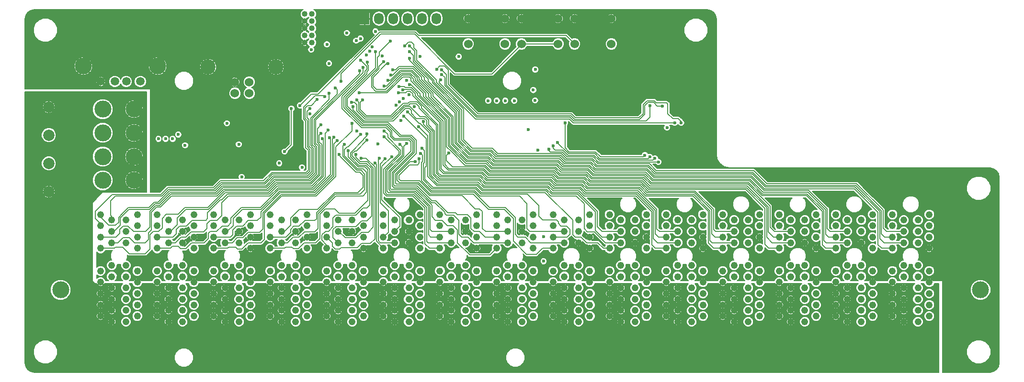
<source format=gbr>
G04 #@! TF.FileFunction,Copper,L3,Inr,Signal*
%FSLAX46Y46*%
G04 Gerber Fmt 4.6, Leading zero omitted, Abs format (unit mm)*
G04 Created by KiCad (PCBNEW 4.0.3+e1-6302~38~ubuntu14.04.1-stable) date Wed Sep 28 21:03:55 2016*
%MOMM*%
%LPD*%
G01*
G04 APERTURE LIST*
%ADD10C,0.100000*%
%ADD11C,1.230000*%
%ADD12C,1.524000*%
%ADD13C,2.700020*%
%ADD14C,3.000000*%
%ADD15C,2.000000*%
%ADD16C,1.501140*%
%ADD17C,2.999740*%
%ADD18R,1.727200X2.032000*%
%ADD19O,1.727200X2.032000*%
%ADD20C,1.016000*%
%ADD21C,0.600000*%
%ADD22C,0.150000*%
%ADD23C,0.200000*%
G04 APERTURE END LIST*
D10*
D11*
X158750000Y-129650000D03*
X156750000Y-128650000D03*
X158750000Y-127650000D03*
X156750000Y-126650000D03*
X158750000Y-125650000D03*
X156750000Y-124650000D03*
X158750000Y-123650000D03*
X156750000Y-122650000D03*
X158750000Y-121650000D03*
X156750000Y-120650000D03*
X158750000Y-119650000D03*
X156750000Y-116650000D03*
X158750000Y-115650000D03*
X156750000Y-114650000D03*
X158750000Y-113650000D03*
X156750000Y-112650000D03*
X158750000Y-111650000D03*
X156750000Y-110650000D03*
X161250000Y-129650000D03*
X163250000Y-128650000D03*
X161250000Y-127650000D03*
X163250000Y-126650000D03*
X161250000Y-125650000D03*
X163250000Y-124650000D03*
X161250000Y-123650000D03*
X163250000Y-122650000D03*
X161250000Y-121650000D03*
X163250000Y-120650000D03*
X161250000Y-119650000D03*
X163250000Y-116650000D03*
X161250000Y-115650000D03*
X163250000Y-114650000D03*
X161250000Y-113650000D03*
X163250000Y-112650000D03*
X161250000Y-111650000D03*
X163250000Y-110650000D03*
X168750000Y-129650000D03*
X166750000Y-128650000D03*
X168750000Y-127650000D03*
X166750000Y-126650000D03*
X168750000Y-125650000D03*
X166750000Y-124650000D03*
X168750000Y-123650000D03*
X166750000Y-122650000D03*
X168750000Y-121650000D03*
X166750000Y-120650000D03*
X168750000Y-119650000D03*
X166750000Y-116650000D03*
X168750000Y-115650000D03*
X166750000Y-114650000D03*
X168750000Y-113650000D03*
X166750000Y-112650000D03*
X168750000Y-111650000D03*
X166750000Y-110650000D03*
X171250000Y-129650000D03*
X173250000Y-128650000D03*
X171250000Y-127650000D03*
X173250000Y-126650000D03*
X171250000Y-125650000D03*
X173250000Y-124650000D03*
X171250000Y-123650000D03*
X173250000Y-122650000D03*
X171250000Y-121650000D03*
X173250000Y-120650000D03*
X171250000Y-119650000D03*
X173250000Y-116650000D03*
X171250000Y-115650000D03*
X173250000Y-114650000D03*
X171250000Y-113650000D03*
X173250000Y-112650000D03*
X171250000Y-111650000D03*
X173250000Y-110650000D03*
X178750000Y-129650000D03*
X176750000Y-128650000D03*
X178750000Y-127650000D03*
X176750000Y-126650000D03*
X178750000Y-125650000D03*
X176750000Y-124650000D03*
X178750000Y-123650000D03*
X176750000Y-122650000D03*
X178750000Y-121650000D03*
X176750000Y-120650000D03*
X178750000Y-119650000D03*
X176750000Y-116650000D03*
X178750000Y-115650000D03*
X176750000Y-114650000D03*
X178750000Y-113650000D03*
X176750000Y-112650000D03*
X178750000Y-111650000D03*
X176750000Y-110650000D03*
X181250000Y-129650000D03*
X183250000Y-128650000D03*
X181250000Y-127650000D03*
X183250000Y-126650000D03*
X181250000Y-125650000D03*
X183250000Y-124650000D03*
X181250000Y-123650000D03*
X183250000Y-122650000D03*
X181250000Y-121650000D03*
X183250000Y-120650000D03*
X181250000Y-119650000D03*
X183250000Y-116650000D03*
X181250000Y-115650000D03*
X183250000Y-114650000D03*
X181250000Y-113650000D03*
X183250000Y-112650000D03*
X181250000Y-111650000D03*
X183250000Y-110650000D03*
X188750000Y-129650000D03*
X186750000Y-128650000D03*
X188750000Y-127650000D03*
X186750000Y-126650000D03*
X188750000Y-125650000D03*
X186750000Y-124650000D03*
X188750000Y-123650000D03*
X186750000Y-122650000D03*
X188750000Y-121650000D03*
X186750000Y-120650000D03*
X188750000Y-119650000D03*
X186750000Y-116650000D03*
X188750000Y-115650000D03*
X186750000Y-114650000D03*
X188750000Y-113650000D03*
X186750000Y-112650000D03*
X188750000Y-111650000D03*
X186750000Y-110650000D03*
X191250000Y-129650000D03*
X193250000Y-128650000D03*
X191250000Y-127650000D03*
X193250000Y-126650000D03*
X191250000Y-125650000D03*
X193250000Y-124650000D03*
X191250000Y-123650000D03*
X193250000Y-122650000D03*
X191250000Y-121650000D03*
X193250000Y-120650000D03*
X191250000Y-119650000D03*
X193250000Y-116650000D03*
X191250000Y-115650000D03*
X193250000Y-114650000D03*
X191250000Y-113650000D03*
X193250000Y-112650000D03*
X191250000Y-111650000D03*
X193250000Y-110650000D03*
X198750000Y-129650000D03*
X196750000Y-128650000D03*
X198750000Y-127650000D03*
X196750000Y-126650000D03*
X198750000Y-125650000D03*
X196750000Y-124650000D03*
X198750000Y-123650000D03*
X196750000Y-122650000D03*
X198750000Y-121650000D03*
X196750000Y-120650000D03*
X198750000Y-119650000D03*
X196750000Y-116650000D03*
X198750000Y-115650000D03*
X196750000Y-114650000D03*
X198750000Y-113650000D03*
X196750000Y-112650000D03*
X198750000Y-111650000D03*
X196750000Y-110650000D03*
X201250000Y-129650000D03*
X203250000Y-128650000D03*
X201250000Y-127650000D03*
X203250000Y-126650000D03*
X201250000Y-125650000D03*
X203250000Y-124650000D03*
X201250000Y-123650000D03*
X203250000Y-122650000D03*
X201250000Y-121650000D03*
X203250000Y-120650000D03*
X201250000Y-119650000D03*
X203250000Y-116650000D03*
X201250000Y-115650000D03*
X203250000Y-114650000D03*
X201250000Y-113650000D03*
X203250000Y-112650000D03*
X201250000Y-111650000D03*
X203250000Y-110650000D03*
X208750000Y-129650000D03*
X206750000Y-128650000D03*
X208750000Y-127650000D03*
X206750000Y-126650000D03*
X208750000Y-125650000D03*
X206750000Y-124650000D03*
X208750000Y-123650000D03*
X206750000Y-122650000D03*
X208750000Y-121650000D03*
X206750000Y-120650000D03*
X208750000Y-119650000D03*
X206750000Y-116650000D03*
X208750000Y-115650000D03*
X206750000Y-114650000D03*
X208750000Y-113650000D03*
X206750000Y-112650000D03*
X208750000Y-111650000D03*
X206750000Y-110650000D03*
X211250000Y-129650000D03*
X213250000Y-128650000D03*
X211250000Y-127650000D03*
X213250000Y-126650000D03*
X211250000Y-125650000D03*
X213250000Y-124650000D03*
X211250000Y-123650000D03*
X213250000Y-122650000D03*
X211250000Y-121650000D03*
X213250000Y-120650000D03*
X211250000Y-119650000D03*
X213250000Y-116650000D03*
X211250000Y-115650000D03*
X213250000Y-114650000D03*
X211250000Y-113650000D03*
X213250000Y-112650000D03*
X211250000Y-111650000D03*
X213250000Y-110650000D03*
D12*
X93040000Y-89200000D03*
X90500000Y-89200000D03*
X90500000Y-87201020D03*
X93040000Y-87201020D03*
D13*
X97769480Y-84501000D03*
X85770520Y-84501000D03*
D14*
X67150000Y-104600000D03*
X72650000Y-104600000D03*
X67150000Y-100400000D03*
X72650000Y-100400000D03*
X67150000Y-96200000D03*
X72650000Y-96200000D03*
X67150000Y-92000000D03*
X72650000Y-92000000D03*
D15*
X57600000Y-106600000D03*
X57600000Y-101600000D03*
X57600000Y-96600000D03*
X57600000Y-91600000D03*
D16*
X66800000Y-87100000D03*
X69300000Y-87100000D03*
X71300000Y-87100000D03*
X73800000Y-87100000D03*
D17*
X63730000Y-84390000D03*
X76870000Y-84390000D03*
D12*
X141150000Y-75950000D03*
X147650000Y-75950000D03*
X141150000Y-80450000D03*
X147650000Y-80450000D03*
X150550000Y-75950000D03*
X157050000Y-75950000D03*
X150550000Y-80450000D03*
X157050000Y-80450000D03*
X131750000Y-75950000D03*
X138250000Y-75950000D03*
X131750000Y-80450000D03*
X138250000Y-80450000D03*
D11*
X68750000Y-129650000D03*
X66750000Y-128650000D03*
X68750000Y-127650000D03*
X66750000Y-126650000D03*
X68750000Y-125650000D03*
X66750000Y-124650000D03*
X68750000Y-123650000D03*
X66750000Y-122650000D03*
X68750000Y-121650000D03*
X66750000Y-120650000D03*
X68750000Y-119650000D03*
X66750000Y-116650000D03*
X68750000Y-115650000D03*
X66750000Y-114650000D03*
X68750000Y-113650000D03*
X66750000Y-112650000D03*
X68750000Y-111650000D03*
X66750000Y-110650000D03*
X71250000Y-129650000D03*
X73250000Y-128650000D03*
X71250000Y-127650000D03*
X73250000Y-126650000D03*
X71250000Y-125650000D03*
X73250000Y-124650000D03*
X71250000Y-123650000D03*
X73250000Y-122650000D03*
X71250000Y-121650000D03*
X73250000Y-120650000D03*
X71250000Y-119650000D03*
X73250000Y-116650000D03*
X71250000Y-115650000D03*
X73250000Y-114650000D03*
X71250000Y-113650000D03*
X73250000Y-112650000D03*
X71250000Y-111650000D03*
X73250000Y-110650000D03*
X78750000Y-129650000D03*
X76750000Y-128650000D03*
X78750000Y-127650000D03*
X76750000Y-126650000D03*
X78750000Y-125650000D03*
X76750000Y-124650000D03*
X78750000Y-123650000D03*
X76750000Y-122650000D03*
X78750000Y-121650000D03*
X76750000Y-120650000D03*
X78750000Y-119650000D03*
X76750000Y-116650000D03*
X78750000Y-115650000D03*
X76750000Y-114650000D03*
X78750000Y-113650000D03*
X76750000Y-112650000D03*
X78750000Y-111650000D03*
X76750000Y-110650000D03*
X81250000Y-129650000D03*
X83250000Y-128650000D03*
X81250000Y-127650000D03*
X83250000Y-126650000D03*
X81250000Y-125650000D03*
X83250000Y-124650000D03*
X81250000Y-123650000D03*
X83250000Y-122650000D03*
X81250000Y-121650000D03*
X83250000Y-120650000D03*
X81250000Y-119650000D03*
X83250000Y-116650000D03*
X81250000Y-115650000D03*
X83250000Y-114650000D03*
X81250000Y-113650000D03*
X83250000Y-112650000D03*
X81250000Y-111650000D03*
X83250000Y-110650000D03*
X88750000Y-129650000D03*
X86750000Y-128650000D03*
X88750000Y-127650000D03*
X86750000Y-126650000D03*
X88750000Y-125650000D03*
X86750000Y-124650000D03*
X88750000Y-123650000D03*
X86750000Y-122650000D03*
X88750000Y-121650000D03*
X86750000Y-120650000D03*
X88750000Y-119650000D03*
X86750000Y-116650000D03*
X88750000Y-115650000D03*
X86750000Y-114650000D03*
X88750000Y-113650000D03*
X86750000Y-112650000D03*
X88750000Y-111650000D03*
X86750000Y-110650000D03*
X91250000Y-129650000D03*
X93250000Y-128650000D03*
X91250000Y-127650000D03*
X93250000Y-126650000D03*
X91250000Y-125650000D03*
X93250000Y-124650000D03*
X91250000Y-123650000D03*
X93250000Y-122650000D03*
X91250000Y-121650000D03*
X93250000Y-120650000D03*
X91250000Y-119650000D03*
X93250000Y-116650000D03*
X91250000Y-115650000D03*
X93250000Y-114650000D03*
X91250000Y-113650000D03*
X93250000Y-112650000D03*
X91250000Y-111650000D03*
X93250000Y-110650000D03*
X98750000Y-129650000D03*
X96750000Y-128650000D03*
X98750000Y-127650000D03*
X96750000Y-126650000D03*
X98750000Y-125650000D03*
X96750000Y-124650000D03*
X98750000Y-123650000D03*
X96750000Y-122650000D03*
X98750000Y-121650000D03*
X96750000Y-120650000D03*
X98750000Y-119650000D03*
X96750000Y-116650000D03*
X98750000Y-115650000D03*
X96750000Y-114650000D03*
X98750000Y-113650000D03*
X96750000Y-112650000D03*
X98750000Y-111650000D03*
X96750000Y-110650000D03*
X101250000Y-129650000D03*
X103250000Y-128650000D03*
X101250000Y-127650000D03*
X103250000Y-126650000D03*
X101250000Y-125650000D03*
X103250000Y-124650000D03*
X101250000Y-123650000D03*
X103250000Y-122650000D03*
X101250000Y-121650000D03*
X103250000Y-120650000D03*
X101250000Y-119650000D03*
X103250000Y-116650000D03*
X101250000Y-115650000D03*
X103250000Y-114650000D03*
X101250000Y-113650000D03*
X103250000Y-112650000D03*
X101250000Y-111650000D03*
X103250000Y-110650000D03*
X108750000Y-129650000D03*
X106750000Y-128650000D03*
X108750000Y-127650000D03*
X106750000Y-126650000D03*
X108750000Y-125650000D03*
X106750000Y-124650000D03*
X108750000Y-123650000D03*
X106750000Y-122650000D03*
X108750000Y-121650000D03*
X106750000Y-120650000D03*
X108750000Y-119650000D03*
X106750000Y-116650000D03*
X108750000Y-115650000D03*
X106750000Y-114650000D03*
X108750000Y-113650000D03*
X106750000Y-112650000D03*
X108750000Y-111650000D03*
X106750000Y-110650000D03*
X111250000Y-129650000D03*
X113250000Y-128650000D03*
X111250000Y-127650000D03*
X113250000Y-126650000D03*
X111250000Y-125650000D03*
X113250000Y-124650000D03*
X111250000Y-123650000D03*
X113250000Y-122650000D03*
X111250000Y-121650000D03*
X113250000Y-120650000D03*
X111250000Y-119650000D03*
X113250000Y-116650000D03*
X111250000Y-115650000D03*
X113250000Y-114650000D03*
X111250000Y-113650000D03*
X113250000Y-112650000D03*
X111250000Y-111650000D03*
X113250000Y-110650000D03*
X118750000Y-129650000D03*
X116750000Y-128650000D03*
X118750000Y-127650000D03*
X116750000Y-126650000D03*
X118750000Y-125650000D03*
X116750000Y-124650000D03*
X118750000Y-123650000D03*
X116750000Y-122650000D03*
X118750000Y-121650000D03*
X116750000Y-120650000D03*
X118750000Y-119650000D03*
X116750000Y-116650000D03*
X118750000Y-115650000D03*
X116750000Y-114650000D03*
X118750000Y-113650000D03*
X116750000Y-112650000D03*
X118750000Y-111650000D03*
X116750000Y-110650000D03*
X121250000Y-129650000D03*
X123250000Y-128650000D03*
X121250000Y-127650000D03*
X123250000Y-126650000D03*
X121250000Y-125650000D03*
X123250000Y-124650000D03*
X121250000Y-123650000D03*
X123250000Y-122650000D03*
X121250000Y-121650000D03*
X123250000Y-120650000D03*
X121250000Y-119650000D03*
X123250000Y-116650000D03*
X121250000Y-115650000D03*
X123250000Y-114650000D03*
X121250000Y-113650000D03*
X123250000Y-112650000D03*
X121250000Y-111650000D03*
X123250000Y-110650000D03*
X128750000Y-129650000D03*
X126750000Y-128650000D03*
X128750000Y-127650000D03*
X126750000Y-126650000D03*
X128750000Y-125650000D03*
X126750000Y-124650000D03*
X128750000Y-123650000D03*
X126750000Y-122650000D03*
X128750000Y-121650000D03*
X126750000Y-120650000D03*
X128750000Y-119650000D03*
X126750000Y-116650000D03*
X128750000Y-115650000D03*
X126750000Y-114650000D03*
X128750000Y-113650000D03*
X126750000Y-112650000D03*
X128750000Y-111650000D03*
X126750000Y-110650000D03*
X131250000Y-129650000D03*
X133250000Y-128650000D03*
X131250000Y-127650000D03*
X133250000Y-126650000D03*
X131250000Y-125650000D03*
X133250000Y-124650000D03*
X131250000Y-123650000D03*
X133250000Y-122650000D03*
X131250000Y-121650000D03*
X133250000Y-120650000D03*
X131250000Y-119650000D03*
X133250000Y-116650000D03*
X131250000Y-115650000D03*
X133250000Y-114650000D03*
X131250000Y-113650000D03*
X133250000Y-112650000D03*
X131250000Y-111650000D03*
X133250000Y-110650000D03*
X138750000Y-129650000D03*
X136750000Y-128650000D03*
X138750000Y-127650000D03*
X136750000Y-126650000D03*
X138750000Y-125650000D03*
X136750000Y-124650000D03*
X138750000Y-123650000D03*
X136750000Y-122650000D03*
X138750000Y-121650000D03*
X136750000Y-120650000D03*
X138750000Y-119650000D03*
X136750000Y-116650000D03*
X138750000Y-115650000D03*
X136750000Y-114650000D03*
X138750000Y-113650000D03*
X136750000Y-112650000D03*
X138750000Y-111650000D03*
X136750000Y-110650000D03*
X141250000Y-129650000D03*
X143250000Y-128650000D03*
X141250000Y-127650000D03*
X143250000Y-126650000D03*
X141250000Y-125650000D03*
X143250000Y-124650000D03*
X141250000Y-123650000D03*
X143250000Y-122650000D03*
X141250000Y-121650000D03*
X143250000Y-120650000D03*
X141250000Y-119650000D03*
X143250000Y-116650000D03*
X141250000Y-115650000D03*
X143250000Y-114650000D03*
X141250000Y-113650000D03*
X143250000Y-112650000D03*
X141250000Y-111650000D03*
X143250000Y-110650000D03*
X148750000Y-129650000D03*
X146750000Y-128650000D03*
X148750000Y-127650000D03*
X146750000Y-126650000D03*
X148750000Y-125650000D03*
X146750000Y-124650000D03*
X148750000Y-123650000D03*
X146750000Y-122650000D03*
X148750000Y-121650000D03*
X146750000Y-120650000D03*
X148750000Y-119650000D03*
X146750000Y-116650000D03*
X148750000Y-115650000D03*
X146750000Y-114650000D03*
X148750000Y-113650000D03*
X146750000Y-112650000D03*
X148750000Y-111650000D03*
X146750000Y-110650000D03*
X151250000Y-129650000D03*
X153250000Y-128650000D03*
X151250000Y-127650000D03*
X153250000Y-126650000D03*
X151250000Y-125650000D03*
X153250000Y-124650000D03*
X151250000Y-123650000D03*
X153250000Y-122650000D03*
X151250000Y-121650000D03*
X153250000Y-120650000D03*
X151250000Y-119650000D03*
X153250000Y-116650000D03*
X151250000Y-115650000D03*
X153250000Y-114650000D03*
X151250000Y-113650000D03*
X153250000Y-112650000D03*
X151250000Y-111650000D03*
X153250000Y-110650000D03*
D14*
X59700000Y-124000000D03*
X222300000Y-124000000D03*
D18*
X113450000Y-76000000D03*
D19*
X115990000Y-76000000D03*
X118530000Y-76000000D03*
X121070000Y-76000000D03*
X123610000Y-76000000D03*
X126150000Y-76000000D03*
D20*
X102865000Y-75160000D03*
X104135000Y-75160000D03*
X102865000Y-76430000D03*
X104135000Y-76430000D03*
X102865000Y-77700000D03*
X104135000Y-77700000D03*
X102865000Y-78970000D03*
X104135000Y-78970000D03*
X102865000Y-80240000D03*
X104135000Y-80240000D03*
D21*
X116575000Y-82600000D03*
X107150000Y-83900000D03*
X144100000Y-99275000D03*
X143575000Y-90450000D03*
X143600000Y-84975000D03*
X130075000Y-82700000D03*
X123225000Y-82650000D03*
X110300000Y-78500000D03*
X102375000Y-102300000D03*
X139900000Y-90500000D03*
X138300000Y-90500000D03*
X136800000Y-90500000D03*
X135300000Y-90500000D03*
X166900000Y-95250000D03*
X103800000Y-92800000D03*
X120875000Y-86925000D03*
X122225000Y-91575000D03*
X115800000Y-98125000D03*
X112025000Y-95875000D03*
X162100000Y-85275000D03*
X162025000Y-87750000D03*
X160275000Y-92475000D03*
X162175000Y-95875000D03*
X164700000Y-99700000D03*
X174200000Y-99775000D03*
X172225000Y-85050000D03*
X174200000Y-82600000D03*
X142350000Y-95600000D03*
X91200000Y-98225000D03*
X91700000Y-104000000D03*
X80500000Y-96500000D03*
X79500000Y-97250000D03*
X78250000Y-97250000D03*
X77000000Y-97250000D03*
X145075000Y-114600000D03*
X145075000Y-118925000D03*
X143250000Y-88600000D03*
X106375000Y-89775000D03*
X105050000Y-90300000D03*
X102000000Y-91350000D03*
X103725000Y-91900000D03*
X109250000Y-87075000D03*
X98350000Y-101575000D03*
X119825000Y-94000000D03*
X100500000Y-91900000D03*
X99300000Y-99500000D03*
X115300000Y-101525000D03*
X116050000Y-100650000D03*
X117075000Y-100800000D03*
X118200000Y-100425000D03*
X116925000Y-96875000D03*
X116925000Y-95900000D03*
X119700000Y-98225000D03*
X120900000Y-98050000D03*
X113875000Y-96375000D03*
X113850000Y-97500000D03*
X112800000Y-100675000D03*
X111900000Y-99975000D03*
X111175000Y-94525000D03*
X108625000Y-97575000D03*
X108025000Y-97000000D03*
X107200000Y-97075000D03*
X110500000Y-99350000D03*
X112750000Y-96500000D03*
X109825000Y-98250000D03*
X108900000Y-100025000D03*
X113200000Y-84575000D03*
X112600000Y-85175000D03*
X108275000Y-88250000D03*
X107175000Y-89175000D03*
X112700000Y-83375000D03*
X113950000Y-83700000D03*
X115375000Y-81825000D03*
X117950000Y-79975000D03*
X122375000Y-101300000D03*
X123050000Y-100800000D03*
X123600000Y-98900000D03*
X123350000Y-99825000D03*
X120350000Y-93250000D03*
X123000000Y-95075000D03*
X121025000Y-92500000D03*
X123800000Y-94200000D03*
X162975000Y-100150000D03*
X148900000Y-94425000D03*
X111425000Y-91575000D03*
X147575000Y-97925000D03*
X163850000Y-100425000D03*
X111100000Y-90825000D03*
X164750000Y-100700000D03*
X146750000Y-98525000D03*
X112025000Y-90400000D03*
X165375000Y-101350000D03*
X145975000Y-99100000D03*
X113100000Y-90350000D03*
X107000000Y-95725000D03*
X118975000Y-91325000D03*
X105925000Y-97250000D03*
X119625000Y-90700000D03*
X120250000Y-90075000D03*
X105700000Y-96325000D03*
X105725000Y-94800000D03*
X121300000Y-89425000D03*
X119425000Y-89100000D03*
X120150000Y-88550000D03*
X119475000Y-88000000D03*
X121375000Y-87625000D03*
X128300000Y-99800000D03*
X112525000Y-89125000D03*
X116825000Y-83625000D03*
X117550000Y-83950000D03*
X116900000Y-87900000D03*
X117525000Y-86850000D03*
X118075000Y-85950000D03*
X118425000Y-85000000D03*
X121350000Y-82975000D03*
X121350000Y-81775000D03*
X121375000Y-80800000D03*
X120500000Y-80825000D03*
X81700000Y-98400000D03*
X89100000Y-94500000D03*
X126175000Y-84950000D03*
X169400000Y-94425000D03*
X126900000Y-86775000D03*
X168275000Y-94425000D03*
X127050000Y-85000000D03*
X166100000Y-91425000D03*
X127075000Y-85900000D03*
X163900000Y-91400000D03*
X112700000Y-79500000D03*
X111950000Y-79875000D03*
X114800000Y-81000000D03*
X106775000Y-80525000D03*
X104000000Y-81450000D03*
X115350000Y-78225000D03*
X114325000Y-81750000D03*
X113775000Y-82400000D03*
D22*
X66750000Y-112650000D02*
X66750000Y-112275000D01*
X66750000Y-112275000D02*
X65800000Y-111325000D01*
X106225000Y-89625000D02*
X106375000Y-89775000D01*
X104675000Y-89625000D02*
X106225000Y-89625000D01*
X102649996Y-91650004D02*
X104675000Y-89625000D01*
X102649996Y-93748528D02*
X102649996Y-91650004D01*
X102999978Y-94098510D02*
X102649996Y-93748528D01*
X102999978Y-98791904D02*
X102999978Y-94098510D01*
X103474972Y-99266898D02*
X102999978Y-98791904D01*
X103474972Y-102827230D02*
X103474972Y-99266898D01*
X103102230Y-103199972D02*
X103474972Y-102827230D01*
X97035304Y-103199972D02*
X103102230Y-103199972D01*
X95560294Y-104674982D02*
X97035304Y-103199972D01*
X87930890Y-104674982D02*
X95560294Y-104674982D01*
X86730882Y-105874990D02*
X87930890Y-104674982D01*
X78678680Y-105874990D02*
X86730882Y-105874990D01*
X77453672Y-107099998D02*
X78678680Y-105874990D01*
X68825002Y-107099998D02*
X77453672Y-107099998D01*
X65800000Y-110125000D02*
X68825002Y-107099998D01*
X65800000Y-111325000D02*
X65800000Y-110125000D01*
X68750000Y-111650000D02*
X68750000Y-111000000D01*
X104000000Y-91350000D02*
X105050000Y-90300000D01*
X103375000Y-91350000D02*
X104000000Y-91350000D01*
X102949998Y-91775002D02*
X103375000Y-91350000D01*
X102949998Y-93624264D02*
X102949998Y-91775002D01*
X103299980Y-93974246D02*
X102949998Y-93624264D01*
X103299980Y-98667640D02*
X103299980Y-93974246D01*
X103774974Y-99142634D02*
X103299980Y-98667640D01*
X103774974Y-102951494D02*
X103774974Y-99142634D01*
X103226494Y-103499974D02*
X103774974Y-102951494D01*
X97159568Y-103499974D02*
X103226494Y-103499974D01*
X95684558Y-104974984D02*
X97159568Y-103499974D01*
X88055154Y-104974984D02*
X95684558Y-104974984D01*
X86855146Y-106174992D02*
X88055154Y-104974984D01*
X78802944Y-106174992D02*
X86855146Y-106174992D01*
X77577936Y-107400000D02*
X78802944Y-106174992D01*
X69375000Y-107400000D02*
X77577936Y-107400000D01*
X68525000Y-108250000D02*
X69375000Y-107400000D01*
X68525000Y-110775000D02*
X68525000Y-108250000D01*
X68750000Y-111000000D02*
X68525000Y-110775000D01*
X149050000Y-78950000D02*
X122973532Y-78950000D01*
X122973532Y-78950000D02*
X122398530Y-78374998D01*
X122398530Y-78374998D02*
X116150736Y-78374998D01*
X116150736Y-78374998D02*
X105200736Y-89324998D01*
X105200736Y-89324998D02*
X104025002Y-89324998D01*
X104025002Y-89324998D02*
X102000000Y-91350000D01*
X150550000Y-80450000D02*
X149050000Y-78950000D01*
X66750000Y-110650000D02*
X66750000Y-111125000D01*
X66750000Y-111125000D02*
X68200000Y-112575000D01*
X69949998Y-111175736D02*
X70587867Y-110537867D01*
X69949998Y-112025002D02*
X69949998Y-111175736D01*
X69400000Y-112575000D02*
X69949998Y-112025002D01*
X68200000Y-112575000D02*
X69400000Y-112575000D01*
X103250000Y-92375000D02*
X103725000Y-91900000D01*
X70587867Y-110537867D02*
X71675736Y-109449998D01*
X71675736Y-109449998D02*
X75277204Y-109449998D01*
X75277204Y-109449998D02*
X76277208Y-108449994D01*
X76277208Y-108449994D02*
X76952208Y-108449994D01*
X76952208Y-108449994D02*
X78927208Y-106474994D01*
X78927208Y-106474994D02*
X86979410Y-106474994D01*
X86979410Y-106474994D02*
X88179418Y-105274986D01*
X88179418Y-105274986D02*
X95808822Y-105274986D01*
X95808822Y-105274986D02*
X97283832Y-103799976D01*
X97283832Y-103799976D02*
X103350758Y-103799976D01*
X103350758Y-103799976D02*
X104074976Y-103075758D01*
X104074976Y-103075758D02*
X104074976Y-99018370D01*
X104074976Y-99018370D02*
X103599982Y-98543376D01*
X103599982Y-98543376D02*
X103599982Y-93849982D01*
X103599982Y-93849982D02*
X103250000Y-93500000D01*
X103250000Y-93500000D02*
X103250000Y-92375000D01*
X70475734Y-110650000D02*
X70587867Y-110537867D01*
X141150000Y-80450000D02*
X141150000Y-80575000D01*
X141150000Y-80575000D02*
X135975000Y-85750000D01*
X109250000Y-85700000D02*
X109250000Y-87075000D01*
X116275000Y-78675000D02*
X109250000Y-85700000D01*
X122274266Y-78675000D02*
X116275000Y-78675000D01*
X129349266Y-85750000D02*
X122274266Y-78675000D01*
X135975000Y-85750000D02*
X129349266Y-85750000D01*
X141150000Y-80450000D02*
X147650000Y-80450000D01*
X100500000Y-91900000D02*
X100500000Y-98300000D01*
X100500000Y-98300000D02*
X99300000Y-99500000D01*
X116750000Y-116650000D02*
X116750000Y-116574266D01*
X116750000Y-116574266D02*
X115549998Y-115374264D01*
X115549998Y-115374264D02*
X115549998Y-101774998D01*
X115549998Y-101774998D02*
X115300000Y-101525000D01*
X118750000Y-115650000D02*
X116250000Y-115650000D01*
X115850000Y-100850000D02*
X116050000Y-100650000D01*
X115850000Y-115250000D02*
X115850000Y-100850000D01*
X116250000Y-115650000D02*
X115850000Y-115250000D01*
X116750000Y-114650000D02*
X117625000Y-113775000D01*
X116175000Y-101700000D02*
X117075000Y-100800000D01*
X116175000Y-108550000D02*
X116175000Y-101700000D01*
X117625000Y-110000000D02*
X116175000Y-108550000D01*
X117625000Y-113775000D02*
X117625000Y-110000000D01*
X118750000Y-113650000D02*
X119650000Y-112750000D01*
X119650000Y-112750000D02*
X119650000Y-111225000D01*
X119650000Y-111225000D02*
X116475002Y-108050002D01*
X116475002Y-108050002D02*
X116475002Y-102149998D01*
X116475002Y-102149998D02*
X118200000Y-100425000D01*
X126750000Y-116650000D02*
X124900000Y-116650000D01*
X119475000Y-99425000D02*
X116925000Y-96875000D01*
X119475000Y-99925000D02*
X119475000Y-99425000D01*
X116775004Y-102624996D02*
X119475000Y-99925000D01*
X116775004Y-106875004D02*
X116775004Y-102624996D01*
X117300000Y-107400000D02*
X116775004Y-106875004D01*
X122000000Y-107400000D02*
X117300000Y-107400000D01*
X124125000Y-109525000D02*
X122000000Y-107400000D01*
X124125000Y-115875000D02*
X124125000Y-109525000D01*
X124900000Y-116650000D02*
X124125000Y-115875000D01*
X124650000Y-115650000D02*
X124425002Y-115425002D01*
X124425002Y-115425002D02*
X124425002Y-109400736D01*
X124425002Y-109400736D02*
X122124264Y-107099998D01*
X122124264Y-107099998D02*
X117424264Y-107099998D01*
X117424264Y-107099998D02*
X117100000Y-106775734D01*
X117100000Y-106775734D02*
X117100000Y-102724266D01*
X117100000Y-102724266D02*
X119800000Y-100024266D01*
X119800000Y-100024266D02*
X119800000Y-99250000D01*
X119800000Y-99250000D02*
X117525000Y-96975000D01*
X117525000Y-96975000D02*
X117525000Y-96500000D01*
X117525000Y-96500000D02*
X116925000Y-95900000D01*
X124650000Y-115650000D02*
X128750000Y-115650000D01*
X126750000Y-114650000D02*
X125100004Y-114650000D01*
X120100002Y-98625002D02*
X119700000Y-98225000D01*
X120100002Y-100148530D02*
X120100002Y-98625002D01*
X117400002Y-102848530D02*
X120100002Y-100148530D01*
X117400002Y-106550000D02*
X117400002Y-102848530D01*
X117649998Y-106799996D02*
X117400002Y-106550000D01*
X122248528Y-106799996D02*
X117649998Y-106799996D01*
X124725004Y-109276472D02*
X122248528Y-106799996D01*
X124725004Y-114275000D02*
X124725004Y-109276472D01*
X125100004Y-114650000D02*
X124725004Y-114275000D01*
X128750000Y-113650000D02*
X125350006Y-113650000D01*
X120400004Y-98549996D02*
X120900000Y-98050000D01*
X120400004Y-100272794D02*
X120400004Y-98549996D01*
X117700004Y-102972794D02*
X120400004Y-100272794D01*
X117700004Y-106200000D02*
X117700004Y-102972794D01*
X117999998Y-106499994D02*
X117700004Y-106200000D01*
X122374994Y-106499994D02*
X117999998Y-106499994D01*
X125025006Y-109150006D02*
X122374994Y-106499994D01*
X125025006Y-113325000D02*
X125025006Y-109150006D01*
X125350006Y-113650000D02*
X125025006Y-113325000D01*
X106750000Y-116650000D02*
X106750000Y-116075000D01*
X106750000Y-116075000D02*
X105875000Y-115200000D01*
X105875000Y-115200000D02*
X105875000Y-114275000D01*
X105875000Y-114275000D02*
X106525000Y-113625000D01*
X106525000Y-113625000D02*
X107025000Y-113625000D01*
X107025000Y-113625000D02*
X107850000Y-112800000D01*
X107850000Y-112800000D02*
X107850000Y-111275000D01*
X107850000Y-111275000D02*
X108375000Y-110750000D01*
X108375000Y-110750000D02*
X111875000Y-110750000D01*
X111875000Y-110750000D02*
X113150000Y-109475000D01*
X113150000Y-109475000D02*
X113874990Y-109475000D01*
X113874990Y-109475000D02*
X114349990Y-109000000D01*
X114349990Y-109000000D02*
X114349990Y-102622788D01*
X114349990Y-102622788D02*
X113652206Y-101925004D01*
X113652206Y-101925004D02*
X112426472Y-101925004D01*
X112426472Y-101925004D02*
X110924998Y-100423530D01*
X110924998Y-100423530D02*
X110924998Y-99750736D01*
X110924998Y-99750736D02*
X113250000Y-97425734D01*
X113250000Y-97425734D02*
X113250000Y-97300000D01*
X113250000Y-97300000D02*
X113875000Y-96675000D01*
X113875000Y-96675000D02*
X113875000Y-96375000D01*
X108750000Y-115650000D02*
X107850000Y-114750000D01*
X111950000Y-99400000D02*
X113850000Y-97500000D01*
X111700000Y-99400000D02*
X111950000Y-99400000D01*
X111225000Y-99875000D02*
X111700000Y-99400000D01*
X111225000Y-100299266D02*
X111225000Y-99875000D01*
X112550736Y-101625002D02*
X111225000Y-100299266D01*
X113776470Y-101625002D02*
X112550736Y-101625002D01*
X114649992Y-102498524D02*
X113776470Y-101625002D01*
X114649992Y-110925000D02*
X114649992Y-102498524D01*
X113799992Y-111775000D02*
X114649992Y-110925000D01*
X112900000Y-111775000D02*
X113799992Y-111775000D01*
X111900000Y-112775000D02*
X112900000Y-111775000D01*
X108400000Y-112775000D02*
X111900000Y-112775000D01*
X107850000Y-113325000D02*
X108400000Y-112775000D01*
X107850000Y-114750000D02*
X107850000Y-113325000D01*
X109400000Y-116550000D02*
X109250000Y-116550000D01*
X113675000Y-100675000D02*
X112800000Y-100675000D01*
X115249996Y-102249996D02*
X113675000Y-100675000D01*
X115249996Y-114975000D02*
X115249996Y-102249996D01*
X114449996Y-115775000D02*
X115249996Y-114975000D01*
X112900000Y-115775000D02*
X114449996Y-115775000D01*
X112125000Y-116550000D02*
X112900000Y-115775000D01*
X109400000Y-116550000D02*
X112125000Y-116550000D01*
X107775000Y-115675000D02*
X106750000Y-114650000D01*
X107775000Y-116250000D02*
X107775000Y-115675000D01*
X108275000Y-116750000D02*
X107775000Y-116250000D01*
X109050000Y-116750000D02*
X108275000Y-116750000D01*
X109250000Y-116550000D02*
X109050000Y-116750000D01*
X106750000Y-114650000D02*
X106750000Y-114800000D01*
X108750000Y-113650000D02*
X108875000Y-113650000D01*
X108875000Y-113650000D02*
X110000000Y-114775000D01*
X110000000Y-114775000D02*
X111875000Y-114775000D01*
X111875000Y-114775000D02*
X112875000Y-113775000D01*
X112875000Y-113775000D02*
X114099994Y-113775000D01*
X114099994Y-113775000D02*
X114949994Y-112925000D01*
X114949994Y-112925000D02*
X114949994Y-102374260D01*
X114949994Y-102374260D02*
X113900734Y-101325000D01*
X113900734Y-101325000D02*
X112675000Y-101325000D01*
X112675000Y-101325000D02*
X111900000Y-100550000D01*
X111900000Y-100550000D02*
X111900000Y-99975000D01*
X107650000Y-104591926D02*
X108325000Y-103916926D01*
X111175000Y-95850000D02*
X111175000Y-94525000D01*
X108325000Y-98700000D02*
X111175000Y-95850000D01*
X108325000Y-98950000D02*
X108325000Y-98700000D01*
X108325000Y-103916926D02*
X108325000Y-98950000D01*
X104841926Y-107400000D02*
X104575000Y-107400000D01*
X107675000Y-104566926D02*
X107650000Y-104591926D01*
X107650000Y-104591926D02*
X104841926Y-107400000D01*
X86750000Y-116650000D02*
X89200000Y-116650000D01*
X89200000Y-116650000D02*
X89450000Y-116400000D01*
X89450000Y-116400000D02*
X90625000Y-116400000D01*
X90625000Y-116400000D02*
X90975000Y-116750000D01*
X90975000Y-116750000D02*
X91750000Y-116750000D01*
X91750000Y-116750000D02*
X92825000Y-115675000D01*
X92825000Y-115675000D02*
X95150000Y-115675000D01*
X95150000Y-115675000D02*
X95725000Y-115100000D01*
X95725000Y-115100000D02*
X95725000Y-110450000D01*
X95725000Y-110450000D02*
X98775000Y-107400000D01*
X98775000Y-107400000D02*
X104575000Y-107400000D01*
X107374998Y-104442662D02*
X108024998Y-103792662D01*
X90050000Y-115650000D02*
X90925000Y-114775000D01*
X90925000Y-114775000D02*
X91900000Y-114775000D01*
X91900000Y-114775000D02*
X92875000Y-113800000D01*
X92875000Y-113800000D02*
X94874998Y-113800000D01*
X94874998Y-113800000D02*
X95424998Y-113250000D01*
X95424998Y-113250000D02*
X95424998Y-110325736D01*
X95424998Y-110325736D02*
X98650736Y-107099998D01*
X98650736Y-107099998D02*
X104600000Y-107099998D01*
X88750000Y-115650000D02*
X90050000Y-115650000D01*
X107374998Y-104442662D02*
X104717662Y-107099998D01*
X104717662Y-107099998D02*
X104600000Y-107099998D01*
X108024998Y-98175002D02*
X108625000Y-97575000D01*
X108024998Y-103792662D02*
X108024998Y-98175002D01*
X107071697Y-104321697D02*
X107724996Y-103668398D01*
X107724996Y-97300004D02*
X108025000Y-97000000D01*
X107724996Y-103668398D02*
X107724996Y-97300004D01*
X104593398Y-106799996D02*
X104225000Y-106799996D01*
X107074996Y-104318398D02*
X107071697Y-104321697D01*
X107071697Y-104321697D02*
X104593398Y-106799996D01*
X86750000Y-114650000D02*
X89750000Y-114650000D01*
X98526472Y-106799996D02*
X104225000Y-106799996D01*
X95124996Y-110201472D02*
X98526472Y-106799996D01*
X95124996Y-111075000D02*
X95124996Y-110201472D01*
X94474996Y-111725000D02*
X95124996Y-111075000D01*
X92875000Y-111725000D02*
X94474996Y-111725000D01*
X91900000Y-112700000D02*
X92875000Y-111725000D01*
X90825000Y-112700000D02*
X91900000Y-112700000D01*
X90125000Y-113400000D02*
X90825000Y-112700000D01*
X90125000Y-114275000D02*
X90125000Y-113400000D01*
X89750000Y-114650000D02*
X90125000Y-114275000D01*
X106747064Y-104222064D02*
X107424994Y-103544134D01*
X107424994Y-97299994D02*
X107200000Y-97075000D01*
X107424994Y-103544134D02*
X107424994Y-97299994D01*
X104469134Y-106499994D02*
X104225000Y-106499994D01*
X106774994Y-104194134D02*
X106747064Y-104222064D01*
X106747064Y-104222064D02*
X104469134Y-106499994D01*
X88750000Y-113650000D02*
X89150000Y-113650000D01*
X89150000Y-113650000D02*
X90200000Y-112600000D01*
X98402208Y-106499994D02*
X104225000Y-106499994D01*
X95152202Y-109750000D02*
X98402208Y-106499994D01*
X91850000Y-109750000D02*
X95152202Y-109750000D01*
X90200000Y-111400000D02*
X91850000Y-109750000D01*
X90200000Y-112600000D02*
X90200000Y-111400000D01*
X96750000Y-116650000D02*
X97525000Y-116650000D01*
X110500000Y-100422798D02*
X110500000Y-99350000D01*
X112302208Y-102225006D02*
X110500000Y-100422798D01*
X113527942Y-102225006D02*
X112302208Y-102225006D01*
X114049988Y-102747052D02*
X113527942Y-102225006D01*
X114049988Y-108150746D02*
X114049988Y-102747052D01*
X111750736Y-110449998D02*
X114049988Y-108150746D01*
X108950000Y-110449998D02*
X111750736Y-110449998D01*
X108200002Y-109700000D02*
X108950000Y-110449998D01*
X106450000Y-109700000D02*
X108200002Y-109700000D01*
X105525000Y-110625000D02*
X106450000Y-109700000D01*
X105525000Y-114875000D02*
X105525000Y-110625000D01*
X104750000Y-115650000D02*
X105525000Y-114875000D01*
X102750000Y-115650000D02*
X104750000Y-115650000D01*
X101725000Y-116675000D02*
X102750000Y-115650000D01*
X100850000Y-116675000D02*
X101725000Y-116675000D01*
X100575000Y-116400000D02*
X100850000Y-116675000D01*
X99500000Y-116400000D02*
X100575000Y-116400000D01*
X99250000Y-116650000D02*
X99500000Y-116400000D01*
X97525000Y-116650000D02*
X99250000Y-116650000D01*
X96750000Y-116650000D02*
X96750000Y-116349266D01*
X98750000Y-115650000D02*
X99825000Y-115650000D01*
X110550000Y-98700000D02*
X112750000Y-96500000D01*
X110350000Y-98700000D02*
X110550000Y-98700000D01*
X109900000Y-99150000D02*
X110350000Y-98700000D01*
X109900000Y-100247064D02*
X109900000Y-99150000D01*
X112177944Y-102525008D02*
X109900000Y-100247064D01*
X113150000Y-102525008D02*
X112177944Y-102525008D01*
X113749986Y-103124994D02*
X113150000Y-102525008D01*
X113749986Y-106725000D02*
X113749986Y-103124994D01*
X113124986Y-107350000D02*
X113749986Y-106725000D01*
X108375734Y-107350000D02*
X113124986Y-107350000D01*
X105224998Y-110500736D02*
X108375734Y-107350000D01*
X105224998Y-113100000D02*
X105224998Y-110500736D01*
X104624998Y-113700000D02*
X105224998Y-113100000D01*
X102850000Y-113700000D02*
X104624998Y-113700000D01*
X101850000Y-114700000D02*
X102850000Y-113700000D01*
X100775000Y-114700000D02*
X101850000Y-114700000D01*
X99825000Y-115650000D02*
X100775000Y-114700000D01*
X96750000Y-114650000D02*
X99525000Y-114650000D01*
X109599998Y-98475002D02*
X109825000Y-98250000D01*
X109599998Y-100371328D02*
X109599998Y-98475002D01*
X112053680Y-102825010D02*
X109599998Y-100371328D01*
X112825000Y-102825010D02*
X112053680Y-102825010D01*
X113449984Y-103449994D02*
X112825000Y-102825010D01*
X113449984Y-106275000D02*
X113449984Y-103449994D01*
X112674986Y-107049998D02*
X113449984Y-106275000D01*
X108251470Y-107049998D02*
X112674986Y-107049998D01*
X104924996Y-110376472D02*
X108251470Y-107049998D01*
X104924996Y-111450000D02*
X104924996Y-110376472D01*
X104649996Y-111725000D02*
X104924996Y-111450000D01*
X102875000Y-111725000D02*
X104649996Y-111725000D01*
X101850000Y-112750000D02*
X102875000Y-111725000D01*
X100875000Y-112750000D02*
X101850000Y-112750000D01*
X100350000Y-113275000D02*
X100875000Y-112750000D01*
X100350000Y-113825000D02*
X100350000Y-113275000D01*
X99525000Y-114650000D02*
X100350000Y-113825000D01*
X109200000Y-100395596D02*
X108900000Y-100095596D01*
X108900000Y-100095596D02*
X108900000Y-100025000D01*
X98750000Y-113650000D02*
X99275000Y-113650000D01*
X99275000Y-113650000D02*
X100350000Y-112575000D01*
X100350000Y-112575000D02*
X100350000Y-111275000D01*
X100350000Y-111275000D02*
X101900000Y-109725000D01*
X101900000Y-109725000D02*
X105152202Y-109725000D01*
X105152202Y-109725000D02*
X108127206Y-106749996D01*
X108127206Y-106749996D02*
X112224986Y-106749996D01*
X112224986Y-106749996D02*
X113149982Y-105825000D01*
X113149982Y-105825000D02*
X113149982Y-103724994D01*
X113149982Y-103724994D02*
X112550000Y-103125012D01*
X112550000Y-103125012D02*
X111929416Y-103125012D01*
X111929416Y-103125012D02*
X109200000Y-100395596D01*
X109200000Y-100395596D02*
X109175000Y-100370596D01*
X105274984Y-100200000D02*
X105274984Y-103572814D01*
X103847814Y-104999984D02*
X103650000Y-104999984D01*
X105274984Y-103572814D02*
X103847814Y-104999984D01*
X66750000Y-116650000D02*
X69200000Y-116650000D01*
X97780888Y-104999984D02*
X103650000Y-104999984D01*
X96305878Y-106474994D02*
X97780888Y-104999984D01*
X88676474Y-106474994D02*
X96305878Y-106474994D01*
X85726470Y-109424998D02*
X88676474Y-106474994D01*
X81625002Y-109424998D02*
X85726470Y-109424998D01*
X80450000Y-110600000D02*
X81625002Y-109424998D01*
X78400000Y-110600000D02*
X80450000Y-110600000D01*
X77650000Y-111350000D02*
X78400000Y-110600000D01*
X77650000Y-113050000D02*
X77650000Y-111350000D01*
X77025000Y-113675000D02*
X77650000Y-113050000D01*
X76100000Y-113675000D02*
X77025000Y-113675000D01*
X75525000Y-114250000D02*
X76100000Y-113675000D01*
X75525000Y-116750000D02*
X75525000Y-114250000D01*
X74675000Y-117600000D02*
X75525000Y-116750000D01*
X71825000Y-117600000D02*
X74675000Y-117600000D01*
X70650000Y-116425000D02*
X71825000Y-117600000D01*
X69425000Y-116425000D02*
X70650000Y-116425000D01*
X69200000Y-116650000D02*
X69425000Y-116425000D01*
X113200000Y-85550000D02*
X113200000Y-84575000D01*
X104799990Y-93950010D02*
X113200000Y-85550000D01*
X104799990Y-98046320D02*
X104799990Y-93950010D01*
X105274984Y-98521314D02*
X104799990Y-98046320D01*
X105274984Y-100288974D02*
X105274984Y-100200000D01*
X105274984Y-100200000D02*
X105274984Y-98521314D01*
X104974982Y-100375000D02*
X104974982Y-102950000D01*
X103723550Y-104699982D02*
X103300000Y-104699982D01*
X104974982Y-103448550D02*
X103723550Y-104699982D01*
X104974982Y-102950000D02*
X104974982Y-103448550D01*
X68750000Y-115650000D02*
X69825000Y-115650000D01*
X97656624Y-104699982D02*
X103300000Y-104699982D01*
X96181614Y-106174992D02*
X97656624Y-104699982D01*
X88552210Y-106174992D02*
X96181614Y-106174992D01*
X87352202Y-107375000D02*
X88552210Y-106174992D01*
X79300000Y-107375000D02*
X87352202Y-107375000D01*
X77325000Y-109350000D02*
X79300000Y-107375000D01*
X76650000Y-109350000D02*
X77325000Y-109350000D01*
X75775000Y-110225000D02*
X76650000Y-109350000D01*
X75775000Y-113350000D02*
X75775000Y-110225000D01*
X75224998Y-113900002D02*
X75775000Y-113350000D01*
X75224998Y-115100000D02*
X75224998Y-113900002D01*
X74649998Y-115675000D02*
X75224998Y-115100000D01*
X72750000Y-115675000D02*
X74649998Y-115675000D01*
X71825000Y-114750000D02*
X72750000Y-115675000D01*
X70725000Y-114750000D02*
X71825000Y-114750000D01*
X69825000Y-115650000D02*
X70725000Y-114750000D01*
X112600000Y-85725734D02*
X112600000Y-85175000D01*
X104499988Y-93825746D02*
X112600000Y-85725734D01*
X104499988Y-98170584D02*
X104499988Y-93825746D01*
X104974982Y-98645578D02*
X104499988Y-98170584D01*
X104974982Y-100413238D02*
X104974982Y-100375000D01*
X104974982Y-100375000D02*
X104974982Y-98645578D01*
X104674980Y-100475000D02*
X104674980Y-103324286D01*
X103599286Y-104399980D02*
X103325000Y-104399980D01*
X104674980Y-103324286D02*
X103599286Y-104399980D01*
X66750000Y-114650000D02*
X69475000Y-114650000D01*
X69475000Y-114650000D02*
X70125000Y-114000000D01*
X70125000Y-114000000D02*
X70125000Y-113325000D01*
X70125000Y-113325000D02*
X70775000Y-112675000D01*
X70775000Y-112675000D02*
X71625000Y-112675000D01*
X71625000Y-112675000D02*
X72600000Y-113650000D01*
X72600000Y-113650000D02*
X74699998Y-113650000D01*
X74699998Y-113650000D02*
X75474998Y-112875000D01*
X75474998Y-112875000D02*
X75474998Y-110100736D01*
X75474998Y-110100736D02*
X76525736Y-109049998D01*
X76525736Y-109049998D02*
X77200736Y-109049998D01*
X77200736Y-109049998D02*
X79175736Y-107074998D01*
X79175736Y-107074998D02*
X87227938Y-107074998D01*
X87227938Y-107074998D02*
X88427946Y-105874990D01*
X88427946Y-105874990D02*
X96057350Y-105874990D01*
X96057350Y-105874990D02*
X97532360Y-104399980D01*
X97532360Y-104399980D02*
X103325000Y-104399980D01*
X108550000Y-88525000D02*
X108275000Y-88250000D01*
X108550000Y-89351468D02*
X108550000Y-88525000D01*
X104199986Y-93701482D02*
X108550000Y-89351468D01*
X104199986Y-98294848D02*
X104199986Y-93701482D01*
X104674980Y-98769842D02*
X104199986Y-98294848D01*
X104674980Y-100475000D02*
X104674980Y-98769842D01*
X68750000Y-113650000D02*
X69125000Y-113650000D01*
X69125000Y-113650000D02*
X70250000Y-112525000D01*
X70250000Y-112525000D02*
X70250000Y-111300000D01*
X70250000Y-111300000D02*
X71800000Y-109750000D01*
X71800000Y-109750000D02*
X75401468Y-109750000D01*
X75401468Y-109750000D02*
X76401472Y-108749996D01*
X76401472Y-108749996D02*
X77076472Y-108749996D01*
X77076472Y-108749996D02*
X79051472Y-106774996D01*
X79051472Y-106774996D02*
X87103674Y-106774996D01*
X87103674Y-106774996D02*
X88303682Y-105574988D01*
X88303682Y-105574988D02*
X95933086Y-105574988D01*
X95933086Y-105574988D02*
X97408096Y-104099978D01*
X97408096Y-104099978D02*
X103475022Y-104099978D01*
X103475022Y-104099978D02*
X104374978Y-103200022D01*
X104374978Y-103200022D02*
X104374978Y-98894106D01*
X104374978Y-98894106D02*
X103899984Y-98419112D01*
X103899984Y-98419112D02*
X103899984Y-93577218D01*
X103899984Y-93577218D02*
X107175000Y-90302202D01*
X107175000Y-90302202D02*
X107175000Y-89175000D01*
X118000006Y-105550000D02*
X118000006Y-106075736D01*
X118124262Y-106199992D02*
X118650000Y-106199992D01*
X118000006Y-106075736D02*
X118124262Y-106199992D01*
X136750000Y-116650000D02*
X135575000Y-117825000D01*
X122499258Y-106199992D02*
X118650000Y-106199992D01*
X125325008Y-109025742D02*
X122499258Y-106199992D01*
X125325008Y-111025000D02*
X125325008Y-109025742D01*
X125975008Y-111675000D02*
X125325008Y-111025000D01*
X127125000Y-111675000D02*
X125975008Y-111675000D01*
X128100000Y-112650000D02*
X127125000Y-111675000D01*
X129100000Y-112650000D02*
X128100000Y-112650000D01*
X129825000Y-113375000D02*
X129100000Y-112650000D01*
X129825000Y-115650000D02*
X129825000Y-113375000D01*
X132000000Y-117825000D02*
X129825000Y-115650000D01*
X135575000Y-117825000D02*
X132000000Y-117825000D01*
X112775000Y-83375000D02*
X112700000Y-83375000D01*
X113800000Y-84400000D02*
X112775000Y-83375000D01*
X113800000Y-84975000D02*
X113800000Y-84400000D01*
X113500002Y-85274998D02*
X113800000Y-84975000D01*
X113500002Y-85674264D02*
X113500002Y-85274998D01*
X109475000Y-89699266D02*
X113500002Y-85674264D01*
X109475000Y-91850000D02*
X109475000Y-89699266D01*
X112875000Y-95250000D02*
X109475000Y-91850000D01*
X117200000Y-95250000D02*
X112875000Y-95250000D01*
X117950000Y-96000000D02*
X117200000Y-95250000D01*
X117950000Y-96800000D02*
X117950000Y-96000000D01*
X118650000Y-97500000D02*
X117950000Y-96800000D01*
X121300000Y-97500000D02*
X118650000Y-97500000D01*
X121650000Y-97850000D02*
X121300000Y-97500000D01*
X121650000Y-99447064D02*
X121650000Y-97850000D01*
X118000006Y-103097058D02*
X121650000Y-99447064D01*
X118000006Y-105675000D02*
X118000006Y-105550000D01*
X118000006Y-105550000D02*
X118000006Y-103097058D01*
X118650000Y-106199992D02*
X118524998Y-106199992D01*
X118300008Y-104875000D02*
X118300008Y-105575000D01*
X118624998Y-105899990D02*
X119300000Y-105899990D01*
X118300008Y-105575000D02*
X118624998Y-105899990D01*
X131725000Y-114625000D02*
X132750000Y-115650000D01*
X131725000Y-114625000D02*
X130625000Y-114625000D01*
X130625000Y-114625000D02*
X130125002Y-114125002D01*
X130125002Y-114125002D02*
X130125002Y-111700002D01*
X130125002Y-111700002D02*
X129150000Y-110725000D01*
X129150000Y-110725000D02*
X127900000Y-110725000D01*
X127900000Y-110725000D02*
X127650000Y-110475000D01*
X127650000Y-110475000D02*
X127650000Y-110275000D01*
X127650000Y-110275000D02*
X125900000Y-108525000D01*
X125900000Y-108525000D02*
X125248532Y-108525000D01*
X125248532Y-108525000D02*
X122623522Y-105899990D01*
X122623522Y-105899990D02*
X119300000Y-105899990D01*
X132750000Y-115650000D02*
X138750000Y-115650000D01*
X119300000Y-105899990D02*
X119199998Y-105899990D01*
X118300008Y-105000000D02*
X118300008Y-104875000D01*
X118300008Y-104875000D02*
X118300008Y-103221322D01*
X118300008Y-103221322D02*
X121950002Y-99571328D01*
X121950002Y-99571328D02*
X121950002Y-97725736D01*
X121950002Y-97725736D02*
X121424264Y-97199998D01*
X121424264Y-97199998D02*
X118774264Y-97199998D01*
X118774264Y-97199998D02*
X118250002Y-96675736D01*
X118250002Y-96675736D02*
X118250002Y-95875736D01*
X118250002Y-95875736D02*
X117324264Y-94949998D01*
X117324264Y-94949998D02*
X112999264Y-94949998D01*
X112999264Y-94949998D02*
X109775002Y-91725736D01*
X109775002Y-91725736D02*
X109775002Y-89823530D01*
X109775002Y-89823530D02*
X113800004Y-85798528D01*
X113800004Y-85798528D02*
X113800004Y-85399262D01*
X113800004Y-85399262D02*
X114100002Y-85099264D01*
X114100002Y-85099264D02*
X114100002Y-84275736D01*
X114100002Y-84275736D02*
X113950000Y-84125734D01*
X113950000Y-84125734D02*
X113950000Y-83700000D01*
X118600010Y-104700000D02*
X118600010Y-105450736D01*
X118749262Y-105599988D02*
X119425000Y-105599988D01*
X118600010Y-105450736D02*
X118749262Y-105599988D01*
X136750000Y-114650000D02*
X134725000Y-114650000D01*
X134725000Y-114650000D02*
X133750000Y-113675000D01*
X133750000Y-113675000D02*
X132775000Y-113675000D01*
X132775000Y-113675000D02*
X132250000Y-113150000D01*
X132250000Y-113150000D02*
X132250000Y-111250000D01*
X132250000Y-111250000D02*
X131650000Y-110650000D01*
X131650000Y-110650000D02*
X129800000Y-110650000D01*
X129800000Y-110650000D02*
X129475000Y-110325000D01*
X129475000Y-110325000D02*
X128124266Y-110325000D01*
X128124266Y-110325000D02*
X126024264Y-108224998D01*
X126024264Y-108224998D02*
X125372796Y-108224998D01*
X125372796Y-108224998D02*
X122747786Y-105599988D01*
X122747786Y-105599988D02*
X119425000Y-105599988D01*
X115375000Y-84647798D02*
X115375000Y-81825000D01*
X110075004Y-89947794D02*
X115375000Y-84647798D01*
X110075004Y-91601472D02*
X110075004Y-89947794D01*
X113123528Y-94649996D02*
X110075004Y-91601472D01*
X117448528Y-94649996D02*
X113123528Y-94649996D01*
X119698528Y-96899996D02*
X117448528Y-94649996D01*
X121548528Y-96899996D02*
X119698528Y-96899996D01*
X122250004Y-97601472D02*
X121548528Y-96899996D01*
X122250004Y-99695592D02*
X122250004Y-97601472D01*
X118600010Y-103345586D02*
X122250004Y-99695592D01*
X118600010Y-104700000D02*
X118600010Y-103345586D01*
X118900012Y-104625000D02*
X118900012Y-105125000D01*
X119074998Y-105299986D02*
X119500000Y-105299986D01*
X118900012Y-105125000D02*
X119074998Y-105299986D01*
X138750000Y-113650000D02*
X134825000Y-113650000D01*
X134825000Y-113650000D02*
X134275000Y-113100000D01*
X134275000Y-113100000D02*
X134275000Y-110125000D01*
X134275000Y-110125000D02*
X133775000Y-109625000D01*
X133775000Y-109625000D02*
X133000000Y-109625000D01*
X133000000Y-109625000D02*
X130700000Y-107325000D01*
X130700000Y-107325000D02*
X124897064Y-107325000D01*
X124897064Y-107325000D02*
X122872050Y-105299986D01*
X122872050Y-105299986D02*
X119448526Y-105299986D01*
X116000000Y-81925000D02*
X117950000Y-79975000D01*
X116000000Y-82500000D02*
X116000000Y-81925000D01*
X115675002Y-82824998D02*
X116000000Y-82500000D01*
X115675002Y-84772062D02*
X115675002Y-82824998D01*
X110375006Y-90072058D02*
X115675002Y-84772062D01*
X110375006Y-91477208D02*
X110375006Y-90072058D01*
X113247792Y-94349994D02*
X110375006Y-91477208D01*
X117572792Y-94349994D02*
X113247792Y-94349994D01*
X119822792Y-96599994D02*
X117572792Y-94349994D01*
X121672792Y-96599994D02*
X119822792Y-96599994D01*
X122550006Y-97477208D02*
X121672792Y-96599994D01*
X122550006Y-99819856D02*
X122550006Y-97477208D01*
X118900012Y-103469850D02*
X122550006Y-99819856D01*
X118900012Y-104625000D02*
X118900012Y-103469850D01*
X146750000Y-116650000D02*
X144875000Y-116650000D01*
X121494128Y-101300000D02*
X122375000Y-101300000D01*
X119200014Y-103594114D02*
X121494128Y-101300000D01*
X119200014Y-104600000D02*
X119200014Y-103594114D01*
X119599998Y-104999984D02*
X119200014Y-104600000D01*
X122996314Y-104999984D02*
X119599998Y-104999984D01*
X125021328Y-107024998D02*
X122996314Y-104999984D01*
X132649998Y-107024998D02*
X125021328Y-107024998D01*
X135375000Y-109750000D02*
X132649998Y-107024998D01*
X138175000Y-109750000D02*
X135375000Y-109750000D01*
X139750000Y-111325000D02*
X138175000Y-109750000D01*
X139750000Y-115375000D02*
X139750000Y-111325000D01*
X142075000Y-117700000D02*
X139750000Y-115375000D01*
X143825000Y-117700000D02*
X142075000Y-117700000D01*
X144875000Y-116650000D02*
X143825000Y-117700000D01*
X148750000Y-115650000D02*
X142825000Y-115650000D01*
X123050000Y-101575000D02*
X123050000Y-100800000D01*
X122775000Y-101850000D02*
X123050000Y-101575000D01*
X121368394Y-101850000D02*
X122775000Y-101850000D01*
X119500016Y-103718378D02*
X121368394Y-101850000D01*
X119500016Y-104375000D02*
X119500016Y-103718378D01*
X119824998Y-104699982D02*
X119500016Y-104375000D01*
X123120578Y-104699982D02*
X119824998Y-104699982D01*
X125145592Y-106724996D02*
X123120578Y-104699982D01*
X132774262Y-106724996D02*
X125145592Y-106724996D01*
X135499264Y-109449998D02*
X132774262Y-106724996D01*
X138299264Y-109449998D02*
X135499264Y-109449998D01*
X140050002Y-111200736D02*
X138299264Y-109449998D01*
X140050002Y-114175002D02*
X140050002Y-111200736D01*
X140550000Y-114675000D02*
X140050002Y-114175002D01*
X141850000Y-114675000D02*
X140550000Y-114675000D01*
X142825000Y-115650000D02*
X141850000Y-114675000D01*
X140949264Y-107074998D02*
X142199998Y-107074998D01*
X149225000Y-114650000D02*
X149725000Y-114150000D01*
X149725000Y-114150000D02*
X149725000Y-113275000D01*
X149725000Y-113275000D02*
X149125000Y-112675000D01*
X149125000Y-112675000D02*
X148150000Y-112675000D01*
X148150000Y-112675000D02*
X147700000Y-112225000D01*
X147700000Y-112225000D02*
X147700000Y-111975000D01*
X147700000Y-111975000D02*
X147350000Y-111625000D01*
X147350000Y-111625000D02*
X144875000Y-111625000D01*
X144875000Y-111625000D02*
X144200000Y-110950000D01*
X144200000Y-110950000D02*
X144200000Y-109900000D01*
X140949264Y-107074998D02*
X133972796Y-107074998D01*
X133972796Y-107074998D02*
X133022790Y-106124992D01*
X133022790Y-106124992D02*
X125394120Y-106124992D01*
X125394120Y-106124992D02*
X123800002Y-104530874D01*
X123800002Y-104530874D02*
X123800002Y-101649998D01*
X123800002Y-101649998D02*
X124000000Y-101450000D01*
X124000000Y-101450000D02*
X124000000Y-99300000D01*
X124000000Y-99300000D02*
X123600000Y-98900000D01*
X149225000Y-114650000D02*
X146750000Y-114650000D01*
X144200000Y-109075000D02*
X144200000Y-109900000D01*
X142199998Y-107074998D02*
X144200000Y-109075000D01*
X148750000Y-113650000D02*
X142625000Y-113650000D01*
X123650000Y-100125000D02*
X123350000Y-99825000D01*
X123650000Y-101325000D02*
X123650000Y-100125000D01*
X123500000Y-101475000D02*
X123650000Y-101325000D01*
X123500000Y-104655138D02*
X123500000Y-101475000D01*
X125269856Y-106424994D02*
X123500000Y-104655138D01*
X132898526Y-106424994D02*
X125269856Y-106424994D01*
X133848532Y-107375000D02*
X132898526Y-106424994D01*
X140825000Y-107375000D02*
X133848532Y-107375000D01*
X142150000Y-108700000D02*
X140825000Y-107375000D01*
X142150000Y-113175000D02*
X142150000Y-108700000D01*
X142625000Y-113650000D02*
X142150000Y-113175000D01*
X156750000Y-116650000D02*
X155625000Y-116650000D01*
X124300002Y-97200002D02*
X120350000Y-93250000D01*
X124300002Y-102099998D02*
X124300002Y-97200002D01*
X124100004Y-102299996D02*
X124300002Y-102099998D01*
X124100004Y-104406610D02*
X124100004Y-102299996D01*
X125518384Y-105824990D02*
X124100004Y-104406610D01*
X133147054Y-105824990D02*
X125518384Y-105824990D01*
X134097060Y-106774996D02*
X133147054Y-105824990D01*
X145374996Y-106774996D02*
X134097060Y-106774996D01*
X150225000Y-111625000D02*
X145374996Y-106774996D01*
X150225000Y-114200000D02*
X150225000Y-111625000D01*
X150675000Y-114650000D02*
X150225000Y-114200000D01*
X151700000Y-114650000D02*
X150675000Y-114650000D01*
X152700000Y-115650000D02*
X151700000Y-114650000D01*
X154625000Y-115650000D02*
X152700000Y-115650000D01*
X155625000Y-116650000D02*
X154625000Y-115650000D01*
X158750000Y-115650000D02*
X156025000Y-115650000D01*
X124600004Y-96675004D02*
X123000000Y-95075000D01*
X124600004Y-103950004D02*
X124600004Y-96675004D01*
X126174988Y-105524988D02*
X124600004Y-103950004D01*
X133271318Y-105524988D02*
X126174988Y-105524988D01*
X134221324Y-106474994D02*
X133271318Y-105524988D01*
X145499260Y-106474994D02*
X134221324Y-106474994D01*
X146374266Y-107350000D02*
X145499260Y-106474994D01*
X150850000Y-107350000D02*
X146374266Y-107350000D01*
X152250000Y-108750000D02*
X150850000Y-107350000D01*
X152250000Y-113125000D02*
X152250000Y-108750000D01*
X152825000Y-113700000D02*
X152250000Y-113125000D01*
X154075000Y-113700000D02*
X152825000Y-113700000D01*
X156025000Y-115650000D02*
X154075000Y-113700000D01*
X156750000Y-114650000D02*
X155449266Y-114650000D01*
X123075000Y-94550000D02*
X121025000Y-92500000D01*
X123250000Y-94550000D02*
X123075000Y-94550000D01*
X124900006Y-96200006D02*
X123250000Y-94550000D01*
X124900006Y-103825740D02*
X124900006Y-96200006D01*
X126299252Y-105224986D02*
X124900006Y-103825740D01*
X133395582Y-105224986D02*
X126299252Y-105224986D01*
X134345588Y-106174992D02*
X133395582Y-105224986D01*
X145623524Y-106174992D02*
X134345588Y-106174992D01*
X146498530Y-107049998D02*
X145623524Y-106174992D01*
X151124998Y-107049998D02*
X146498530Y-107049998D01*
X154250000Y-110175000D02*
X151124998Y-107049998D01*
X154250000Y-113450734D02*
X154250000Y-110175000D01*
X155449266Y-114650000D02*
X154250000Y-113450734D01*
X158750000Y-113650000D02*
X155925000Y-113650000D01*
X123800000Y-94675734D02*
X123800000Y-94200000D01*
X125200008Y-96075742D02*
X123800000Y-94675734D01*
X125200008Y-103701476D02*
X125200008Y-96075742D01*
X126423516Y-104924984D02*
X125200008Y-103701476D01*
X133519846Y-104924984D02*
X126423516Y-104924984D01*
X134469852Y-105874990D02*
X133519846Y-104924984D01*
X145747788Y-105874990D02*
X134469852Y-105874990D01*
X146622794Y-106749996D02*
X145747788Y-105874990D01*
X151249262Y-106749996D02*
X146622794Y-106749996D01*
X154550002Y-110050736D02*
X151249262Y-106749996D01*
X154550002Y-112825002D02*
X154550002Y-110050736D01*
X155375000Y-113650000D02*
X154550002Y-112825002D01*
X155925000Y-113650000D02*
X155375000Y-113650000D01*
X148900000Y-98844818D02*
X149605130Y-99549948D01*
X149605130Y-99549948D02*
X154231598Y-99549948D01*
X154231598Y-99549948D02*
X155131604Y-100449954D01*
X155131604Y-100449954D02*
X162675046Y-100449954D01*
X162675046Y-100449954D02*
X162975000Y-100150000D01*
X148900000Y-94425000D02*
X148900000Y-98844818D01*
X166750000Y-116650000D02*
X164850000Y-116650000D01*
X164850000Y-116650000D02*
X164200000Y-116000000D01*
X164200000Y-116000000D02*
X164200000Y-110150000D01*
X164200000Y-110150000D02*
X161400000Y-107350000D01*
X161400000Y-107350000D02*
X152273532Y-107350000D01*
X152273532Y-107350000D02*
X151373526Y-106449994D01*
X151373526Y-106449994D02*
X146747058Y-106449994D01*
X146747058Y-106449994D02*
X145872052Y-105574988D01*
X145872052Y-105574988D02*
X134594116Y-105574988D01*
X134594116Y-105574988D02*
X133644110Y-104624982D01*
X133644110Y-104624982D02*
X126547780Y-104624982D01*
X126547780Y-104624982D02*
X125500010Y-103577212D01*
X125500010Y-103577212D02*
X125500010Y-95951478D01*
X125500010Y-95951478D02*
X124425000Y-94876468D01*
X124425000Y-94876468D02*
X124425000Y-94025000D01*
X124425000Y-94025000D02*
X124025000Y-93625000D01*
X124025000Y-93625000D02*
X122574266Y-93625000D01*
X122574266Y-93625000D02*
X121675000Y-92725734D01*
X121675000Y-92725734D02*
X121675000Y-92200000D01*
X121675000Y-92200000D02*
X121350000Y-91875000D01*
X121350000Y-91875000D02*
X120650000Y-91875000D01*
X120650000Y-91875000D02*
X118475008Y-94049992D01*
X118475008Y-94049992D02*
X113372056Y-94049992D01*
X113372056Y-94049992D02*
X111425000Y-92102936D01*
X111425000Y-92102936D02*
X111425000Y-91575000D01*
X147575000Y-97925000D02*
X147575000Y-97944084D01*
X163525044Y-100749956D02*
X163850000Y-100425000D01*
X155007340Y-100749956D02*
X163525044Y-100749956D01*
X154107334Y-99849950D02*
X155007340Y-100749956D01*
X149480866Y-99849950D02*
X154107334Y-99849950D01*
X147575000Y-97944084D02*
X149480866Y-99849950D01*
X168750000Y-115650000D02*
X165200000Y-115650000D01*
X111675000Y-90825000D02*
X111100000Y-90825000D01*
X112075000Y-91225000D02*
X111675000Y-90825000D01*
X112075000Y-92328670D02*
X112075000Y-91225000D01*
X113496320Y-93749990D02*
X112075000Y-92328670D01*
X118350744Y-93749990D02*
X113496320Y-93749990D01*
X120525736Y-91574998D02*
X118350744Y-93749990D01*
X121474998Y-91574998D02*
X120525736Y-91574998D01*
X123224998Y-93324998D02*
X121474998Y-91574998D01*
X124149264Y-93324998D02*
X123224998Y-93324998D01*
X124725002Y-93900736D02*
X124149264Y-93324998D01*
X124725002Y-94752204D02*
X124725002Y-93900736D01*
X125800012Y-95827214D02*
X124725002Y-94752204D01*
X125800012Y-103452948D02*
X125800012Y-95827214D01*
X126672044Y-104324980D02*
X125800012Y-103452948D01*
X133768374Y-104324980D02*
X126672044Y-104324980D01*
X134718380Y-105274986D02*
X133768374Y-104324980D01*
X145996316Y-105274986D02*
X134718380Y-105274986D01*
X146871322Y-106149992D02*
X145996316Y-105274986D01*
X151497790Y-106149992D02*
X146871322Y-106149992D01*
X152397796Y-107049998D02*
X151497790Y-106149992D01*
X161524264Y-107049998D02*
X152397796Y-107049998D01*
X164500002Y-110025736D02*
X161524264Y-107049998D01*
X164500002Y-114950002D02*
X164500002Y-110025736D01*
X165200000Y-115650000D02*
X164500002Y-114950002D01*
X146750000Y-98949946D02*
X147075000Y-99274946D01*
X147075000Y-99274946D02*
X148481596Y-99274946D01*
X148481596Y-99274946D02*
X149356602Y-100149952D01*
X149356602Y-100149952D02*
X153983070Y-100149952D01*
X153983070Y-100149952D02*
X154883076Y-101049958D01*
X154883076Y-101049958D02*
X164400042Y-101049958D01*
X164400042Y-101049958D02*
X164750000Y-100700000D01*
X146750000Y-98525000D02*
X146750000Y-98949946D01*
X166750000Y-114650000D02*
X165400004Y-114650000D01*
X112375002Y-90750002D02*
X112025000Y-90400000D01*
X112375002Y-92204406D02*
X112375002Y-90750002D01*
X113620584Y-93449988D02*
X112375002Y-92204406D01*
X118226480Y-93449988D02*
X113620584Y-93449988D01*
X120401472Y-91274996D02*
X118226480Y-93449988D01*
X121250000Y-91274996D02*
X120401472Y-91274996D01*
X121499996Y-91025000D02*
X121250000Y-91274996D01*
X122575000Y-91025000D02*
X121499996Y-91025000D01*
X123075000Y-91525000D02*
X122575000Y-91025000D01*
X123075000Y-91826468D02*
X123075000Y-91525000D01*
X126100014Y-94851482D02*
X123075000Y-91826468D01*
X126100014Y-103328684D02*
X126100014Y-94851482D01*
X126796308Y-104024978D02*
X126100014Y-103328684D01*
X133892638Y-104024978D02*
X126796308Y-104024978D01*
X134842644Y-104974984D02*
X133892638Y-104024978D01*
X146120580Y-104974984D02*
X134842644Y-104974984D01*
X146995586Y-105849990D02*
X146120580Y-104974984D01*
X151622054Y-105849990D02*
X146995586Y-105849990D01*
X152522060Y-106749996D02*
X151622054Y-105849990D01*
X161648528Y-106749996D02*
X152522060Y-106749996D01*
X164800004Y-109901472D02*
X161648528Y-106749996D01*
X164800004Y-114050000D02*
X164800004Y-109901472D01*
X165400004Y-114650000D02*
X164800004Y-114050000D01*
X145975000Y-99324948D02*
X146225000Y-99574948D01*
X146225000Y-99574948D02*
X148357332Y-99574948D01*
X148357332Y-99574948D02*
X149232338Y-100449954D01*
X149232338Y-100449954D02*
X153858806Y-100449954D01*
X153858806Y-100449954D02*
X154758812Y-101349960D01*
X154758812Y-101349960D02*
X165374960Y-101349960D01*
X165374960Y-101349960D02*
X165375000Y-101350000D01*
X145975000Y-99100000D02*
X145975000Y-99324948D01*
X165550000Y-113650000D02*
X165100006Y-113200006D01*
X165100006Y-113200006D02*
X165100006Y-109777208D01*
X165100006Y-109777208D02*
X161772792Y-106449994D01*
X161772792Y-106449994D02*
X152646324Y-106449994D01*
X152646324Y-106449994D02*
X151746318Y-105549988D01*
X151746318Y-105549988D02*
X147119850Y-105549988D01*
X147119850Y-105549988D02*
X146244844Y-104674982D01*
X146244844Y-104674982D02*
X134966908Y-104674982D01*
X134966908Y-104674982D02*
X134016902Y-103724976D01*
X134016902Y-103724976D02*
X126920572Y-103724976D01*
X126920572Y-103724976D02*
X126400016Y-103204420D01*
X126400016Y-103204420D02*
X126400016Y-94727218D01*
X126400016Y-94727218D02*
X123450000Y-91777202D01*
X123450000Y-91777202D02*
X123450000Y-91475734D01*
X123450000Y-91475734D02*
X122699264Y-90724998D01*
X122699264Y-90724998D02*
X121375732Y-90724998D01*
X121375732Y-90724998D02*
X121125736Y-90974994D01*
X121125736Y-90974994D02*
X120277208Y-90974994D01*
X120277208Y-90974994D02*
X118102216Y-93149986D01*
X118102216Y-93149986D02*
X113744848Y-93149986D01*
X113744848Y-93149986D02*
X112675004Y-92080142D01*
X112675004Y-92080142D02*
X112675004Y-90774996D01*
X112675004Y-90774996D02*
X113100000Y-90350000D01*
X168750000Y-113650000D02*
X165550000Y-113650000D01*
X106474992Y-96250008D02*
X107000000Y-95725000D01*
X106474992Y-99675000D02*
X106474992Y-104069870D01*
X104344870Y-106199992D02*
X104075000Y-106199992D01*
X106474992Y-104069870D02*
X104344870Y-106199992D01*
X79150000Y-116650000D02*
X79500000Y-116300000D01*
X76750000Y-116650000D02*
X79150000Y-116650000D01*
X98277944Y-106199992D02*
X104075000Y-106199992D01*
X95077936Y-109400000D02*
X98277944Y-106199992D01*
X91675000Y-109400000D02*
X95077936Y-109400000D01*
X89825000Y-111250000D02*
X91675000Y-109400000D01*
X89825000Y-112125000D02*
X89825000Y-111250000D01*
X89275000Y-112675000D02*
X89825000Y-112125000D01*
X88275000Y-112675000D02*
X89275000Y-112675000D01*
X87275000Y-113675000D02*
X88275000Y-112675000D01*
X86150000Y-113675000D02*
X87275000Y-113675000D01*
X85850000Y-113975000D02*
X86150000Y-113675000D01*
X85850000Y-114925000D02*
X85850000Y-113975000D01*
X85075000Y-115700000D02*
X85850000Y-114925000D01*
X82825000Y-115700000D02*
X85075000Y-115700000D01*
X81825000Y-116700000D02*
X82825000Y-115700000D01*
X80875000Y-116700000D02*
X81825000Y-116700000D01*
X80475000Y-116300000D02*
X80875000Y-116700000D01*
X79500000Y-116300000D02*
X80475000Y-116300000D01*
X106474992Y-99675000D02*
X106474992Y-98024258D01*
X106474992Y-98024258D02*
X106474992Y-96250008D01*
X106174990Y-97499990D02*
X105925000Y-97250000D01*
X106174990Y-98150000D02*
X106174990Y-97499990D01*
X106174990Y-99825000D02*
X106174990Y-103945606D01*
X104220606Y-105899990D02*
X103975000Y-105899990D01*
X106174990Y-103945606D02*
X104220606Y-105899990D01*
X78750000Y-115650000D02*
X79975000Y-115650000D01*
X79975000Y-115650000D02*
X80950000Y-114675000D01*
X80950000Y-114675000D02*
X81800000Y-114675000D01*
X81800000Y-114675000D02*
X82750000Y-113725000D01*
X82750000Y-113725000D02*
X85000000Y-113725000D01*
X85000000Y-113725000D02*
X85550000Y-113175000D01*
X85550000Y-113175000D02*
X85550000Y-112300000D01*
X85550000Y-112300000D02*
X86175000Y-111675000D01*
X86175000Y-111675000D02*
X87350000Y-111675000D01*
X87350000Y-111675000D02*
X88200000Y-110825000D01*
X88200000Y-110825000D02*
X88200000Y-108525000D01*
X88200000Y-108525000D02*
X89350000Y-107375000D01*
X89350000Y-107375000D02*
X96678670Y-107375000D01*
X96678670Y-107375000D02*
X98153680Y-105899990D01*
X98153680Y-105899990D02*
X103975000Y-105899990D01*
X106174990Y-99825000D02*
X106174990Y-98150000D01*
X106174990Y-98150000D02*
X106174990Y-98148522D01*
X105399994Y-96625006D02*
X105700000Y-96325000D01*
X105874988Y-98272786D02*
X105399994Y-97797792D01*
X105874988Y-98272786D02*
X105874988Y-99975000D01*
X105399994Y-97797792D02*
X105399994Y-96675006D01*
X105399994Y-96675006D02*
X105399994Y-96625006D01*
X105874988Y-99975000D02*
X105874988Y-103821342D01*
X104096342Y-105599988D02*
X103750000Y-105599988D01*
X105874988Y-103821342D02*
X104096342Y-105599988D01*
X76750000Y-114650000D02*
X79575000Y-114650000D01*
X98029416Y-105599988D02*
X103750000Y-105599988D01*
X96554406Y-107074998D02*
X98029416Y-105599988D01*
X89225736Y-107074998D02*
X96554406Y-107074998D01*
X88212867Y-108087867D02*
X89225736Y-107074998D01*
X87912133Y-108087867D02*
X88212867Y-108087867D01*
X85675000Y-110325000D02*
X87912133Y-108087867D01*
X85675000Y-111350000D02*
X85675000Y-110325000D01*
X85350000Y-111675000D02*
X85675000Y-111350000D01*
X82925000Y-111675000D02*
X85350000Y-111675000D01*
X81925000Y-112675000D02*
X82925000Y-111675000D01*
X80775000Y-112675000D02*
X81925000Y-112675000D01*
X80175000Y-113275000D02*
X80775000Y-112675000D01*
X80175000Y-114050000D02*
X80175000Y-113275000D01*
X79575000Y-114650000D02*
X80175000Y-114050000D01*
X105874988Y-100040446D02*
X105874988Y-99975000D01*
X105099992Y-95425008D02*
X105725000Y-94800000D01*
X105099992Y-97225000D02*
X105099992Y-95425008D01*
X105574986Y-100075000D02*
X105574986Y-103697078D01*
X103972078Y-105299986D02*
X103675000Y-105299986D01*
X105574986Y-103697078D02*
X103972078Y-105299986D01*
X79150000Y-113650000D02*
X80325000Y-112475000D01*
X97905152Y-105299986D02*
X103675000Y-105299986D01*
X96430142Y-106774996D02*
X97905152Y-105299986D01*
X88800738Y-106774996D02*
X96430142Y-106774996D01*
X85850734Y-109725000D02*
X88800738Y-106774996D01*
X81875000Y-109725000D02*
X85850734Y-109725000D01*
X80325000Y-111275000D02*
X81875000Y-109725000D01*
X80325000Y-112475000D02*
X80325000Y-111275000D01*
X105574986Y-100075000D02*
X105574986Y-98397050D01*
X105574986Y-98397050D02*
X105099992Y-97922056D01*
X105099992Y-97922056D02*
X105099992Y-97225000D01*
X78750000Y-113650000D02*
X79150000Y-113650000D01*
X176750000Y-116650000D02*
X175150000Y-116650000D01*
X120675000Y-89100000D02*
X119425000Y-89100000D01*
X120975000Y-88800000D02*
X120675000Y-89100000D01*
X121500000Y-88800000D02*
X120975000Y-88800000D01*
X122000000Y-89300000D02*
X121500000Y-88800000D01*
X122000000Y-89601468D02*
X122000000Y-89300000D01*
X126700018Y-94301486D02*
X122000000Y-89601468D01*
X126700018Y-102700018D02*
X126700018Y-94301486D01*
X127424974Y-103424974D02*
X126700018Y-102700018D01*
X134141166Y-103424974D02*
X127424974Y-103424974D01*
X135091172Y-104374980D02*
X134141166Y-103424974D01*
X146369108Y-104374980D02*
X135091172Y-104374980D01*
X147244114Y-105249986D02*
X146369108Y-104374980D01*
X151870582Y-105249986D02*
X147244114Y-105249986D01*
X152770588Y-106149992D02*
X151870582Y-105249986D01*
X161897056Y-106149992D02*
X152770588Y-106149992D01*
X163147064Y-107400000D02*
X161897056Y-106149992D01*
X171500000Y-107400000D02*
X163147064Y-107400000D01*
X174200000Y-110100000D02*
X171500000Y-107400000D01*
X174200000Y-115700000D02*
X174200000Y-110100000D01*
X175150000Y-116650000D02*
X174200000Y-115700000D01*
X162150000Y-105978670D02*
X162021320Y-105849990D01*
X135215436Y-104074978D02*
X134265430Y-103124972D01*
X146493372Y-104074978D02*
X135215436Y-104074978D01*
X147368378Y-104949984D02*
X146493372Y-104074978D01*
X151994846Y-104949984D02*
X147368378Y-104949984D01*
X152894852Y-105849990D02*
X151994846Y-104949984D01*
X162021320Y-105849990D02*
X152894852Y-105849990D01*
X134265430Y-103124972D02*
X134125000Y-103124972D01*
X178750000Y-115650000D02*
X174875002Y-115650000D01*
X121624264Y-88499998D02*
X120200002Y-88499998D01*
X134265430Y-103124972D02*
X134125000Y-103124972D01*
X134125000Y-103124972D02*
X127549238Y-103124972D01*
X127549238Y-103124972D02*
X127000020Y-102575754D01*
X127000020Y-102575754D02*
X127000020Y-94177222D01*
X127000020Y-94177222D02*
X122386399Y-89563601D01*
X122386399Y-89563601D02*
X122386399Y-89262133D01*
X122386399Y-89262133D02*
X121624264Y-88499998D01*
X163271328Y-107099998D02*
X162150000Y-105978670D01*
X162150000Y-105978670D02*
X162135665Y-105964335D01*
X171624264Y-107099998D02*
X163271328Y-107099998D01*
X174500002Y-109975736D02*
X171624264Y-107099998D01*
X174500002Y-115275000D02*
X174500002Y-109975736D01*
X174875002Y-115650000D02*
X174500002Y-115275000D01*
X120200002Y-88499998D02*
X120150000Y-88550000D01*
X162397798Y-105802202D02*
X162145584Y-105549988D01*
X175350004Y-114650000D02*
X174800004Y-114100000D01*
X174800004Y-114100000D02*
X174800004Y-109851472D01*
X174800004Y-109851472D02*
X171748528Y-106799996D01*
X171748528Y-106799996D02*
X163395592Y-106799996D01*
X163395592Y-106799996D02*
X162397798Y-105802202D01*
X176750000Y-114650000D02*
X175350004Y-114650000D01*
X134389694Y-102824970D02*
X134265430Y-102824970D01*
X135339700Y-103774976D02*
X134389694Y-102824970D01*
X146617636Y-103774976D02*
X135339700Y-103774976D01*
X147492642Y-104649982D02*
X146617636Y-103774976D01*
X152119110Y-104649982D02*
X147492642Y-104649982D01*
X153019116Y-105549988D02*
X152119110Y-104649982D01*
X162145584Y-105549988D02*
X153019116Y-105549988D01*
X134265430Y-102824970D02*
X134100000Y-102824970D01*
X120450000Y-88000000D02*
X119475000Y-88000000D01*
X120649996Y-88199996D02*
X120450000Y-88000000D01*
X121748528Y-88199996D02*
X120649996Y-88199996D01*
X122800000Y-89251468D02*
X121748528Y-88199996D01*
X122800000Y-89552936D02*
X122800000Y-89251468D01*
X127300022Y-94052958D02*
X122800000Y-89552936D01*
X127300022Y-101900022D02*
X127300022Y-94052958D01*
X128224970Y-102824970D02*
X127300022Y-101900022D01*
X134100000Y-102824970D02*
X128224970Y-102824970D01*
X162409931Y-105390069D02*
X162269848Y-105249986D01*
X178750000Y-113650000D02*
X175475006Y-113650000D01*
X163519856Y-106499994D02*
X162409931Y-105390069D01*
X171872792Y-106499994D02*
X163519856Y-106499994D01*
X175100006Y-109727208D02*
X171872792Y-106499994D01*
X175100006Y-113275000D02*
X175100006Y-109727208D01*
X175475006Y-113650000D02*
X175100006Y-113275000D01*
X134513958Y-102524968D02*
X134125000Y-102524968D01*
X135463964Y-103474974D02*
X134513958Y-102524968D01*
X146741900Y-103474974D02*
X135463964Y-103474974D01*
X147616906Y-104349980D02*
X146741900Y-103474974D01*
X152243374Y-104349980D02*
X147616906Y-104349980D01*
X153143380Y-105249986D02*
X152243374Y-104349980D01*
X162269848Y-105249986D02*
X153143380Y-105249986D01*
X121597798Y-87625000D02*
X121375000Y-87625000D01*
X123271330Y-89298532D02*
X121597798Y-87625000D01*
X123271330Y-89600000D02*
X123271330Y-89298532D01*
X127600024Y-93928694D02*
X123271330Y-89600000D01*
X127600024Y-101775758D02*
X127600024Y-93928694D01*
X128349234Y-102524968D02*
X127600024Y-101775758D01*
X134300000Y-102524968D02*
X134125000Y-102524968D01*
X134125000Y-102524968D02*
X128349234Y-102524968D01*
X163650000Y-106199992D02*
X163644120Y-106199992D01*
X163644120Y-106199992D02*
X162394112Y-104949984D01*
X134638222Y-102224966D02*
X134100000Y-102224966D01*
X135588228Y-103174972D02*
X134638222Y-102224966D01*
X146866164Y-103174972D02*
X135588228Y-103174972D01*
X147741170Y-104049978D02*
X146866164Y-103174972D01*
X152367638Y-104049978D02*
X147741170Y-104049978D01*
X153267644Y-104949984D02*
X152367638Y-104049978D01*
X162394112Y-104949984D02*
X153267644Y-104949984D01*
X186750000Y-116650000D02*
X184900000Y-116650000D01*
X127900026Y-100199974D02*
X128300000Y-99800000D01*
X127900026Y-101125026D02*
X127900026Y-100199974D01*
X128999966Y-102224966D02*
X127900026Y-101125026D01*
X134100000Y-102224966D02*
X128999966Y-102224966D01*
X180849992Y-106199992D02*
X163650000Y-106199992D01*
X184200000Y-109550000D02*
X180849992Y-106199992D01*
X184200000Y-115950000D02*
X184200000Y-109550000D01*
X184900000Y-116650000D02*
X184200000Y-115950000D01*
X163775000Y-105899990D02*
X163768384Y-105899990D01*
X163768384Y-105899990D02*
X162518376Y-104649982D01*
X134762486Y-101924964D02*
X134500000Y-101924964D01*
X135712492Y-102874970D02*
X134762486Y-101924964D01*
X146990428Y-102874970D02*
X135712492Y-102874970D01*
X147865434Y-103749976D02*
X146990428Y-102874970D01*
X152491902Y-103749976D02*
X147865434Y-103749976D01*
X153391908Y-104649982D02*
X152491902Y-103749976D01*
X162518376Y-104649982D02*
X153391908Y-104649982D01*
X128800000Y-99525000D02*
X131199964Y-101924964D01*
X131199964Y-101924964D02*
X131400000Y-101924964D01*
X188750000Y-115650000D02*
X185475000Y-115650000D01*
X134500000Y-101924964D02*
X131400000Y-101924964D01*
X180974256Y-105899990D02*
X163775000Y-105899990D01*
X184500002Y-109425736D02*
X180974256Y-105899990D01*
X184500002Y-114675002D02*
X184500002Y-109425736D01*
X185475000Y-115650000D02*
X184500002Y-114675002D01*
X117375000Y-89125000D02*
X112525000Y-89125000D01*
X120200000Y-86300000D02*
X117375000Y-89125000D01*
X121350000Y-86300000D02*
X120200000Y-86300000D01*
X121625000Y-86575000D02*
X121350000Y-86300000D01*
X121625000Y-86975000D02*
X121625000Y-86575000D01*
X123850000Y-89200000D02*
X121625000Y-86975000D01*
X123850000Y-89754404D02*
X123850000Y-89200000D01*
X127900026Y-93804430D02*
X123850000Y-89754404D01*
X127900026Y-98625026D02*
X127900026Y-93804430D01*
X128875000Y-99600000D02*
X128800000Y-99525000D01*
X128800000Y-99525000D02*
X127900026Y-98625026D01*
X163892648Y-105599988D02*
X162642640Y-104349980D01*
X185725000Y-114650000D02*
X184800004Y-113725004D01*
X184800004Y-113725004D02*
X184800004Y-109301472D01*
X184800004Y-109301472D02*
X181098520Y-105599988D01*
X181098520Y-105599988D02*
X163892648Y-105599988D01*
X186750000Y-114650000D02*
X185725000Y-114650000D01*
X134886750Y-101624962D02*
X134650000Y-101624962D01*
X135836756Y-102574968D02*
X134886750Y-101624962D01*
X147114692Y-102574968D02*
X135836756Y-102574968D01*
X147989698Y-103449974D02*
X147114692Y-102574968D01*
X152616166Y-103449974D02*
X147989698Y-103449974D01*
X153516172Y-104349980D02*
X152616166Y-103449974D01*
X162642640Y-104349980D02*
X153516172Y-104349980D01*
X121475000Y-86000734D02*
X121474264Y-85999998D01*
X121474264Y-85999998D02*
X120075736Y-85999998D01*
X115975004Y-84474996D02*
X116825000Y-83625000D01*
X115975004Y-84896326D02*
X115975004Y-84474996D01*
X114650000Y-86221330D02*
X115975004Y-84896326D01*
X114650000Y-88050000D02*
X114650000Y-86221330D01*
X115400000Y-88800000D02*
X114650000Y-88050000D01*
X117275734Y-88800000D02*
X115400000Y-88800000D01*
X120075736Y-85999998D02*
X117275734Y-88800000D01*
X122075000Y-86600734D02*
X121475000Y-86000734D01*
X122075000Y-87000734D02*
X122075000Y-86600734D01*
X124275000Y-89200734D02*
X122075000Y-87000734D01*
X124275000Y-89755138D02*
X124275000Y-89200734D01*
X128200028Y-93680166D02*
X124275000Y-89755138D01*
X128200028Y-98500762D02*
X128200028Y-93680166D01*
X131324228Y-101624962D02*
X128200028Y-98500762D01*
X134650000Y-101624962D02*
X131324228Y-101624962D01*
X164016912Y-105299986D02*
X162766904Y-104049978D01*
X181222784Y-105299986D02*
X164016912Y-105299986D01*
X185100006Y-109177208D02*
X181222784Y-105299986D01*
X185100006Y-112925000D02*
X185100006Y-109177208D01*
X185850006Y-113675000D02*
X185100006Y-112925000D01*
X188725000Y-113675000D02*
X185850006Y-113675000D01*
X135011014Y-101324960D02*
X134650000Y-101324960D01*
X135961020Y-102274966D02*
X135011014Y-101324960D01*
X147238956Y-102274966D02*
X135961020Y-102274966D01*
X148113962Y-103149972D02*
X147238956Y-102274966D01*
X152740430Y-103149972D02*
X148113962Y-103149972D01*
X153640436Y-104049978D02*
X152740430Y-103149972D01*
X162766904Y-104049978D02*
X153640436Y-104049978D01*
X121575000Y-85676468D02*
X119975000Y-85676468D01*
X117345596Y-83950000D02*
X117550000Y-83950000D01*
X114950002Y-86345594D02*
X117345596Y-83950000D01*
X114950002Y-87925736D02*
X114950002Y-86345594D01*
X115524264Y-88499998D02*
X114950002Y-87925736D01*
X117151470Y-88499998D02*
X115524264Y-88499998D01*
X119975000Y-85676468D02*
X117151470Y-88499998D01*
X188750000Y-113650000D02*
X188725000Y-113675000D01*
X134650000Y-101324960D02*
X131448492Y-101324960D01*
X122400000Y-86501468D02*
X121575000Y-85676468D01*
X122400000Y-86901468D02*
X122400000Y-86501468D01*
X124772064Y-89273532D02*
X122400000Y-86901468D01*
X124772064Y-89827936D02*
X124772064Y-89273532D01*
X128500030Y-93555902D02*
X124772064Y-89827936D01*
X128500030Y-98376498D02*
X128500030Y-93555902D01*
X131448492Y-101324960D02*
X128500030Y-98376498D01*
X121575000Y-85676468D02*
X121598528Y-85699996D01*
X181350000Y-105002936D02*
X181347048Y-104999984D01*
X181347048Y-104999984D02*
X164141176Y-104999984D01*
X135135278Y-101024958D02*
X134900000Y-101024958D01*
X136085284Y-101974964D02*
X135135278Y-101024958D01*
X147363220Y-101974964D02*
X136085284Y-101974964D01*
X148238226Y-102849970D02*
X147363220Y-101974964D01*
X152864694Y-102849970D02*
X148238226Y-102849970D01*
X153764700Y-103749976D02*
X152864694Y-102849970D01*
X162891168Y-103749976D02*
X153764700Y-103749976D01*
X164141176Y-104999984D02*
X162891168Y-103749976D01*
X196750000Y-116650000D02*
X194950000Y-116650000D01*
X117327202Y-87900000D02*
X116900000Y-87900000D01*
X119850736Y-85376466D02*
X117327202Y-87900000D01*
X121699264Y-85376466D02*
X119850736Y-85376466D01*
X122700002Y-86377204D02*
X121699264Y-85376466D01*
X122700002Y-86777204D02*
X122700002Y-86377204D01*
X125209197Y-89286399D02*
X122700002Y-86777204D01*
X125209197Y-89840803D02*
X125209197Y-89286399D01*
X128800032Y-93431638D02*
X125209197Y-89840803D01*
X128800032Y-98252234D02*
X128800032Y-93431638D01*
X131572756Y-101024958D02*
X128800032Y-98252234D01*
X134900000Y-101024958D02*
X131572756Y-101024958D01*
X183647064Y-107300000D02*
X181350000Y-105002936D01*
X191550000Y-107300000D02*
X183647064Y-107300000D01*
X194325000Y-110075000D02*
X191550000Y-107300000D01*
X194325000Y-116025000D02*
X194325000Y-110075000D01*
X194950000Y-116650000D02*
X194325000Y-116025000D01*
X181471312Y-104699982D02*
X180775000Y-104699982D01*
X195000000Y-115650000D02*
X194625002Y-115275002D01*
X194625002Y-115275002D02*
X194625002Y-109950736D01*
X194625002Y-109950736D02*
X191674264Y-106999998D01*
X191674264Y-106999998D02*
X183771328Y-106999998D01*
X183771328Y-106999998D02*
X181471312Y-104699982D01*
X198750000Y-115650000D02*
X195000000Y-115650000D01*
X135259542Y-100724956D02*
X135000000Y-100724956D01*
X136209548Y-101674962D02*
X135259542Y-100724956D01*
X147487484Y-101674962D02*
X136209548Y-101674962D01*
X148362490Y-102549968D02*
X147487484Y-101674962D01*
X152988958Y-102549968D02*
X148362490Y-102549968D01*
X153888964Y-103449974D02*
X152988958Y-102549968D01*
X163015432Y-103449974D02*
X153888964Y-103449974D01*
X164265440Y-104699982D02*
X163015432Y-103449974D01*
X180775000Y-104699982D02*
X164265440Y-104699982D01*
X117952936Y-86850000D02*
X117525000Y-86850000D01*
X119726472Y-85076464D02*
X117952936Y-86850000D01*
X121823528Y-85076464D02*
X119726472Y-85076464D01*
X123098532Y-86351468D02*
X121823528Y-85076464D01*
X123098532Y-86751468D02*
X123098532Y-86351468D01*
X125509199Y-89162135D02*
X123098532Y-86751468D01*
X125509199Y-89716539D02*
X125509199Y-89162135D01*
X129100034Y-93307374D02*
X125509199Y-89716539D01*
X129100034Y-98127970D02*
X129100034Y-93307374D01*
X131697020Y-100724956D02*
X129100034Y-98127970D01*
X135000000Y-100724956D02*
X131697020Y-100724956D01*
X181600000Y-104404404D02*
X181595576Y-104399980D01*
X181595576Y-104399980D02*
X164389704Y-104399980D01*
X135383806Y-100424954D02*
X134925000Y-100424954D01*
X136333812Y-101374960D02*
X135383806Y-100424954D01*
X147611748Y-101374960D02*
X136333812Y-101374960D01*
X148486754Y-102249966D02*
X147611748Y-101374960D01*
X153113222Y-102249966D02*
X148486754Y-102249966D01*
X154013228Y-103149972D02*
X153113222Y-102249966D01*
X163139696Y-103149972D02*
X154013228Y-103149972D01*
X164389704Y-104399980D02*
X163139696Y-103149972D01*
X196750000Y-114650000D02*
X195450000Y-114650000D01*
X118428670Y-85950000D02*
X118075000Y-85950000D01*
X119602208Y-84776462D02*
X118428670Y-85950000D01*
X121947792Y-84776462D02*
X119602208Y-84776462D01*
X123500000Y-86328670D02*
X121947792Y-84776462D01*
X123500000Y-86728670D02*
X123500000Y-86328670D01*
X129400036Y-92628706D02*
X123500000Y-86728670D01*
X129400036Y-98003706D02*
X129400036Y-92628706D01*
X131821284Y-100424954D02*
X129400036Y-98003706D01*
X134925000Y-100424954D02*
X131821284Y-100424954D01*
X183895592Y-106699996D02*
X181600000Y-104404404D01*
X191798528Y-106699996D02*
X183895592Y-106699996D01*
X194925004Y-109826472D02*
X191798528Y-106699996D01*
X194925004Y-114125004D02*
X194925004Y-109826472D01*
X195450000Y-114650000D02*
X194925004Y-114125004D01*
X164525000Y-104099978D02*
X164513968Y-104099978D01*
X164513968Y-104099978D02*
X163263960Y-102849970D01*
X135508070Y-100124952D02*
X135275000Y-100124952D01*
X136458076Y-101074958D02*
X135508070Y-100124952D01*
X147736012Y-101074958D02*
X136458076Y-101074958D01*
X148611018Y-101949964D02*
X147736012Y-101074958D01*
X153237486Y-101949964D02*
X148611018Y-101949964D01*
X154137492Y-102849970D02*
X153237486Y-101949964D01*
X163263960Y-102849970D02*
X154137492Y-102849970D01*
X198750000Y-113650000D02*
X195700000Y-113650000D01*
X118954404Y-85000000D02*
X118425000Y-85000000D01*
X119477944Y-84476460D02*
X118954404Y-85000000D01*
X122072056Y-84476460D02*
X119477944Y-84476460D01*
X124000000Y-86404404D02*
X122072056Y-84476460D01*
X124000000Y-86804404D02*
X124000000Y-86404404D01*
X129700038Y-92504442D02*
X124000000Y-86804404D01*
X129700038Y-97879442D02*
X129700038Y-92504442D01*
X131945548Y-100124952D02*
X129700038Y-97879442D01*
X135275000Y-100124952D02*
X131945548Y-100124952D01*
X181719840Y-104099978D02*
X164525000Y-104099978D01*
X184019856Y-106399994D02*
X181719840Y-104099978D01*
X191922792Y-106399994D02*
X184019856Y-106399994D01*
X195225006Y-109702208D02*
X191922792Y-106399994D01*
X195225006Y-113175006D02*
X195225006Y-109702208D01*
X195700000Y-113650000D02*
X195225006Y-113175006D01*
X164650000Y-103799976D02*
X164638232Y-103799976D01*
X164638232Y-103799976D02*
X163388224Y-102549968D01*
X135632334Y-99824950D02*
X135400000Y-99824950D01*
X136582340Y-100774956D02*
X135632334Y-99824950D01*
X147860276Y-100774956D02*
X136582340Y-100774956D01*
X148735282Y-101649962D02*
X147860276Y-100774956D01*
X153361750Y-101649962D02*
X148735282Y-101649962D01*
X154261756Y-102549968D02*
X153361750Y-101649962D01*
X163388224Y-102549968D02*
X154261756Y-102549968D01*
X206750000Y-116650000D02*
X204850000Y-116650000D01*
X121350000Y-83330138D02*
X121350000Y-82975000D01*
X124675000Y-86655138D02*
X121350000Y-83330138D01*
X124675000Y-87055138D02*
X124675000Y-86655138D01*
X130000040Y-92380178D02*
X124675000Y-87055138D01*
X130000040Y-97755178D02*
X130000040Y-92380178D01*
X132069812Y-99824950D02*
X130000040Y-97755178D01*
X135400000Y-99824950D02*
X132069812Y-99824950D01*
X181844104Y-103799976D02*
X164650000Y-103799976D01*
X184144120Y-106099992D02*
X181844104Y-103799976D01*
X200024992Y-106099992D02*
X184144120Y-106099992D01*
X204175000Y-110250000D02*
X200024992Y-106099992D01*
X204175000Y-115975000D02*
X204175000Y-110250000D01*
X204850000Y-116650000D02*
X204175000Y-115975000D01*
X181971697Y-103503303D02*
X181968368Y-103499974D01*
X181968368Y-103499974D02*
X164762496Y-103499974D01*
X135756598Y-99524948D02*
X135450000Y-99524948D01*
X136706604Y-100474954D02*
X135756598Y-99524948D01*
X147984540Y-100474954D02*
X136706604Y-100474954D01*
X148859546Y-101349960D02*
X147984540Y-100474954D01*
X153486014Y-101349960D02*
X148859546Y-101349960D01*
X154386020Y-102249966D02*
X153486014Y-101349960D01*
X163512488Y-102249966D02*
X154386020Y-102249966D01*
X164762496Y-103499974D02*
X163512488Y-102249966D01*
X208750000Y-115650000D02*
X205250000Y-115650000D01*
X122025000Y-82450000D02*
X121350000Y-81775000D01*
X122025000Y-83580872D02*
X122025000Y-82450000D01*
X125400000Y-86955872D02*
X122025000Y-83580872D01*
X125400000Y-87355872D02*
X125400000Y-86955872D01*
X130300042Y-92255914D02*
X125400000Y-87355872D01*
X130300042Y-97630914D02*
X130300042Y-92255914D01*
X132194076Y-99524948D02*
X130300042Y-97630914D01*
X135450000Y-99524948D02*
X132194076Y-99524948D01*
X184268384Y-105799990D02*
X181971697Y-103503303D01*
X200149256Y-105799990D02*
X184268384Y-105799990D01*
X204475002Y-110125736D02*
X200149256Y-105799990D01*
X204475002Y-114875002D02*
X204475002Y-110125736D01*
X205250000Y-115650000D02*
X204475002Y-114875002D01*
X164900000Y-103199972D02*
X164886760Y-103199972D01*
X164886760Y-103199972D02*
X163636752Y-101949964D01*
X135880862Y-99224946D02*
X135625000Y-99224946D01*
X136830868Y-100174952D02*
X135880862Y-99224946D01*
X148108804Y-100174952D02*
X136830868Y-100174952D01*
X148983810Y-101049958D02*
X148108804Y-100174952D01*
X153610278Y-101049958D02*
X148983810Y-101049958D01*
X154510284Y-101949964D02*
X153610278Y-101049958D01*
X163636752Y-101949964D02*
X154510284Y-101949964D01*
X206750000Y-114650000D02*
X205325000Y-114650000D01*
X122325002Y-81750002D02*
X121375000Y-80800000D01*
X122325002Y-83456608D02*
X122325002Y-81750002D01*
X125725000Y-86856606D02*
X122325002Y-83456608D01*
X125725000Y-87256606D02*
X125725000Y-86856606D01*
X130600044Y-92131650D02*
X125725000Y-87256606D01*
X130600044Y-97506650D02*
X130600044Y-92131650D01*
X132318340Y-99224946D02*
X130600044Y-97506650D01*
X135625000Y-99224946D02*
X132318340Y-99224946D01*
X182092632Y-103199972D02*
X164900000Y-103199972D01*
X184392648Y-105499988D02*
X182092632Y-103199972D01*
X200273520Y-105499988D02*
X184392648Y-105499988D01*
X204775004Y-110001472D02*
X200273520Y-105499988D01*
X204775004Y-114100004D02*
X204775004Y-110001472D01*
X205325000Y-114650000D02*
X204775004Y-114100004D01*
X165025000Y-102899970D02*
X165011024Y-102899970D01*
X165011024Y-102899970D02*
X163761016Y-101649962D01*
X136005126Y-98924944D02*
X135800000Y-98924944D01*
X136955132Y-99874950D02*
X136005126Y-98924944D01*
X148233068Y-99874950D02*
X136955132Y-99874950D01*
X149108074Y-100749956D02*
X148233068Y-99874950D01*
X153734542Y-100749956D02*
X149108074Y-100749956D01*
X154634548Y-101649962D02*
X153734542Y-100749956D01*
X163761016Y-101649962D02*
X154634548Y-101649962D01*
X208750000Y-113650000D02*
X205700000Y-113650000D01*
X121175000Y-80150000D02*
X120500000Y-80825000D01*
X121725000Y-80150000D02*
X121175000Y-80150000D01*
X122100000Y-80525000D02*
X121725000Y-80150000D01*
X122100000Y-81100734D02*
X122100000Y-80525000D01*
X122625004Y-81625738D02*
X122100000Y-81100734D01*
X122625004Y-83332344D02*
X122625004Y-81625738D01*
X126125000Y-86832340D02*
X122625004Y-83332344D01*
X126125000Y-87232340D02*
X126125000Y-86832340D01*
X130900046Y-92007386D02*
X126125000Y-87232340D01*
X130900046Y-97382386D02*
X130900046Y-92007386D01*
X132442604Y-98924944D02*
X130900046Y-97382386D01*
X135800000Y-98924944D02*
X132442604Y-98924944D01*
X182216896Y-102899970D02*
X165025000Y-102899970D01*
X184516912Y-105199986D02*
X182216896Y-102899970D01*
X200397784Y-105199986D02*
X184516912Y-105199986D01*
X205075006Y-109877208D02*
X200397784Y-105199986D01*
X205075006Y-113025006D02*
X205075006Y-109877208D01*
X205700000Y-113650000D02*
X205075006Y-113025006D01*
X169400000Y-94425000D02*
X169400000Y-94150000D01*
X126750000Y-84375000D02*
X126175000Y-84950000D01*
X127550000Y-84375000D02*
X126750000Y-84375000D01*
X128200004Y-85025004D02*
X127550000Y-84375000D01*
X128200004Y-87610280D02*
X128200004Y-85025004D01*
X133439718Y-92849994D02*
X128200004Y-87610280D01*
X149997792Y-92849994D02*
X133439718Y-92849994D01*
X150672792Y-93524994D02*
X149997792Y-92849994D01*
X161925736Y-93524994D02*
X150672792Y-93524994D01*
X162649998Y-92800732D02*
X161925736Y-93524994D01*
X162649998Y-91250736D02*
X162649998Y-92800732D01*
X163400736Y-90499998D02*
X162649998Y-91250736D01*
X164649264Y-90499998D02*
X163400736Y-90499998D01*
X165012133Y-90862867D02*
X164649264Y-90499998D01*
X166812867Y-90862867D02*
X165012133Y-90862867D01*
X167050000Y-91100000D02*
X166812867Y-90862867D01*
X167050000Y-92800000D02*
X167050000Y-91100000D01*
X167900000Y-93650000D02*
X167050000Y-92800000D01*
X168900000Y-93650000D02*
X167900000Y-93650000D01*
X169400000Y-94150000D02*
X168900000Y-93650000D01*
X168275000Y-94425000D02*
X150300000Y-94425000D01*
X126633463Y-87041537D02*
X126900000Y-86775000D01*
X126633463Y-87316537D02*
X126633463Y-87041537D01*
X133066926Y-93750000D02*
X126633463Y-87316537D01*
X149625000Y-93750000D02*
X133066926Y-93750000D01*
X150300000Y-94425000D02*
X149625000Y-93750000D01*
X166100000Y-91425000D02*
X165150000Y-91425000D01*
X127900002Y-85850002D02*
X127050000Y-85000000D01*
X127900002Y-87734544D02*
X127900002Y-85850002D01*
X133315454Y-93149996D02*
X127900002Y-87734544D01*
X149873528Y-93149996D02*
X133315454Y-93149996D01*
X150548528Y-93824996D02*
X149873528Y-93149996D01*
X162050000Y-93824996D02*
X150548528Y-93824996D01*
X162950000Y-92924996D02*
X162050000Y-93824996D01*
X162950000Y-91375000D02*
X162950000Y-92924996D01*
X163525000Y-90800000D02*
X162950000Y-91375000D01*
X164525000Y-90800000D02*
X163525000Y-90800000D01*
X165150000Y-91425000D02*
X164525000Y-90800000D01*
X163900000Y-91400000D02*
X163900000Y-93400000D01*
X127600000Y-86425000D02*
X127075000Y-85900000D01*
X127600000Y-87858808D02*
X127600000Y-86425000D01*
X133191190Y-93449998D02*
X127600000Y-87858808D01*
X149749264Y-93449998D02*
X133191190Y-93449998D01*
X150424264Y-94124998D02*
X149749264Y-93449998D01*
X163175002Y-94124998D02*
X150424264Y-94124998D01*
X163900000Y-93400000D02*
X163175002Y-94124998D01*
D23*
G36*
X74900000Y-106700000D02*
X67200000Y-106700000D01*
X67161094Y-106707879D01*
X67129289Y-106729289D01*
X65329289Y-108529289D01*
X65307350Y-108562371D01*
X65300000Y-108600000D01*
X65300000Y-122400000D01*
X65307879Y-122438906D01*
X65329289Y-122470711D01*
X65729289Y-122870711D01*
X65762371Y-122892650D01*
X65800000Y-122900000D01*
X66079771Y-122900000D01*
X66141846Y-123051997D01*
X66145873Y-123058023D01*
X66234827Y-123129817D01*
X66464644Y-122900000D01*
X66535355Y-122900000D01*
X66270183Y-123165173D01*
X66341977Y-123254127D01*
X66604226Y-123364284D01*
X66888666Y-123365698D01*
X67151997Y-123258154D01*
X67158023Y-123254127D01*
X67229817Y-123165173D01*
X67199472Y-123134827D01*
X68270183Y-123134827D01*
X68750000Y-123614645D01*
X69229817Y-123134827D01*
X69158023Y-123045873D01*
X68895774Y-122935716D01*
X68611334Y-122934302D01*
X68348003Y-123041846D01*
X68341977Y-123045873D01*
X68270183Y-123134827D01*
X67199472Y-123134827D01*
X66964645Y-122900000D01*
X67035356Y-122900000D01*
X67265173Y-123129817D01*
X67354127Y-123058023D01*
X67420504Y-122900000D01*
X70677865Y-122900000D01*
X70457808Y-123119673D01*
X70315162Y-123463201D01*
X70314838Y-123835167D01*
X70456883Y-124178943D01*
X70719673Y-124442192D01*
X71063201Y-124584838D01*
X71435167Y-124585162D01*
X71778943Y-124443117D01*
X72042192Y-124180327D01*
X72184838Y-123836799D01*
X72185162Y-123464833D01*
X72043117Y-123121057D01*
X71822445Y-122900000D01*
X72341626Y-122900000D01*
X72456883Y-123178943D01*
X72719673Y-123442192D01*
X73063201Y-123584838D01*
X73435167Y-123585162D01*
X73778943Y-123443117D01*
X74042192Y-123180327D01*
X74158595Y-122900000D01*
X76079771Y-122900000D01*
X76141846Y-123051997D01*
X76145873Y-123058023D01*
X76234827Y-123129817D01*
X76464644Y-122900000D01*
X76535355Y-122900000D01*
X76270183Y-123165173D01*
X76341977Y-123254127D01*
X76604226Y-123364284D01*
X76888666Y-123365698D01*
X77151997Y-123258154D01*
X77158023Y-123254127D01*
X77229817Y-123165173D01*
X77199472Y-123134827D01*
X78270183Y-123134827D01*
X78750000Y-123614645D01*
X79229817Y-123134827D01*
X79158023Y-123045873D01*
X78895774Y-122935716D01*
X78611334Y-122934302D01*
X78348003Y-123041846D01*
X78341977Y-123045873D01*
X78270183Y-123134827D01*
X77199472Y-123134827D01*
X76964645Y-122900000D01*
X77035356Y-122900000D01*
X77265173Y-123129817D01*
X77354127Y-123058023D01*
X77420504Y-122900000D01*
X80677865Y-122900000D01*
X80457808Y-123119673D01*
X80315162Y-123463201D01*
X80314838Y-123835167D01*
X80456883Y-124178943D01*
X80719673Y-124442192D01*
X81063201Y-124584838D01*
X81435167Y-124585162D01*
X81778943Y-124443117D01*
X82042192Y-124180327D01*
X82184838Y-123836799D01*
X82185162Y-123464833D01*
X82043117Y-123121057D01*
X81822445Y-122900000D01*
X82341626Y-122900000D01*
X82456883Y-123178943D01*
X82719673Y-123442192D01*
X83063201Y-123584838D01*
X83435167Y-123585162D01*
X83778943Y-123443117D01*
X84042192Y-123180327D01*
X84158595Y-122900000D01*
X86079771Y-122900000D01*
X86141846Y-123051997D01*
X86145873Y-123058023D01*
X86234827Y-123129817D01*
X86464644Y-122900000D01*
X86535355Y-122900000D01*
X86270183Y-123165173D01*
X86341977Y-123254127D01*
X86604226Y-123364284D01*
X86888666Y-123365698D01*
X87151997Y-123258154D01*
X87158023Y-123254127D01*
X87229817Y-123165173D01*
X87199472Y-123134827D01*
X88270183Y-123134827D01*
X88750000Y-123614645D01*
X89229817Y-123134827D01*
X89158023Y-123045873D01*
X88895774Y-122935716D01*
X88611334Y-122934302D01*
X88348003Y-123041846D01*
X88341977Y-123045873D01*
X88270183Y-123134827D01*
X87199472Y-123134827D01*
X86964645Y-122900000D01*
X87035356Y-122900000D01*
X87265173Y-123129817D01*
X87354127Y-123058023D01*
X87420504Y-122900000D01*
X90677865Y-122900000D01*
X90457808Y-123119673D01*
X90315162Y-123463201D01*
X90314838Y-123835167D01*
X90456883Y-124178943D01*
X90719673Y-124442192D01*
X91063201Y-124584838D01*
X91435167Y-124585162D01*
X91778943Y-124443117D01*
X92042192Y-124180327D01*
X92184838Y-123836799D01*
X92185162Y-123464833D01*
X92043117Y-123121057D01*
X91822445Y-122900000D01*
X92341626Y-122900000D01*
X92456883Y-123178943D01*
X92719673Y-123442192D01*
X93063201Y-123584838D01*
X93435167Y-123585162D01*
X93778943Y-123443117D01*
X94042192Y-123180327D01*
X94158595Y-122900000D01*
X96079771Y-122900000D01*
X96141846Y-123051997D01*
X96145873Y-123058023D01*
X96234827Y-123129817D01*
X96464644Y-122900000D01*
X96535355Y-122900000D01*
X96270183Y-123165173D01*
X96341977Y-123254127D01*
X96604226Y-123364284D01*
X96888666Y-123365698D01*
X97151997Y-123258154D01*
X97158023Y-123254127D01*
X97229817Y-123165173D01*
X97199472Y-123134827D01*
X98270183Y-123134827D01*
X98750000Y-123614645D01*
X99229817Y-123134827D01*
X99158023Y-123045873D01*
X98895774Y-122935716D01*
X98611334Y-122934302D01*
X98348003Y-123041846D01*
X98341977Y-123045873D01*
X98270183Y-123134827D01*
X97199472Y-123134827D01*
X96964645Y-122900000D01*
X97035356Y-122900000D01*
X97265173Y-123129817D01*
X97354127Y-123058023D01*
X97420504Y-122900000D01*
X100677865Y-122900000D01*
X100457808Y-123119673D01*
X100315162Y-123463201D01*
X100314838Y-123835167D01*
X100456883Y-124178943D01*
X100719673Y-124442192D01*
X101063201Y-124584838D01*
X101435167Y-124585162D01*
X101778943Y-124443117D01*
X102042192Y-124180327D01*
X102184838Y-123836799D01*
X102185162Y-123464833D01*
X102043117Y-123121057D01*
X101822445Y-122900000D01*
X102341626Y-122900000D01*
X102456883Y-123178943D01*
X102719673Y-123442192D01*
X103063201Y-123584838D01*
X103435167Y-123585162D01*
X103778943Y-123443117D01*
X104042192Y-123180327D01*
X104158595Y-122900000D01*
X106079771Y-122900000D01*
X106141846Y-123051997D01*
X106145873Y-123058023D01*
X106234827Y-123129817D01*
X106464644Y-122900000D01*
X106535355Y-122900000D01*
X106270183Y-123165173D01*
X106341977Y-123254127D01*
X106604226Y-123364284D01*
X106888666Y-123365698D01*
X107151997Y-123258154D01*
X107158023Y-123254127D01*
X107229817Y-123165173D01*
X107199472Y-123134827D01*
X108270183Y-123134827D01*
X108750000Y-123614645D01*
X109229817Y-123134827D01*
X109158023Y-123045873D01*
X108895774Y-122935716D01*
X108611334Y-122934302D01*
X108348003Y-123041846D01*
X108341977Y-123045873D01*
X108270183Y-123134827D01*
X107199472Y-123134827D01*
X106964645Y-122900000D01*
X107035356Y-122900000D01*
X107265173Y-123129817D01*
X107354127Y-123058023D01*
X107420504Y-122900000D01*
X110677865Y-122900000D01*
X110457808Y-123119673D01*
X110315162Y-123463201D01*
X110314838Y-123835167D01*
X110456883Y-124178943D01*
X110719673Y-124442192D01*
X111063201Y-124584838D01*
X111435167Y-124585162D01*
X111778943Y-124443117D01*
X112042192Y-124180327D01*
X112184838Y-123836799D01*
X112185162Y-123464833D01*
X112043117Y-123121057D01*
X111822445Y-122900000D01*
X112341626Y-122900000D01*
X112456883Y-123178943D01*
X112719673Y-123442192D01*
X113063201Y-123584838D01*
X113435167Y-123585162D01*
X113778943Y-123443117D01*
X114042192Y-123180327D01*
X114158595Y-122900000D01*
X116079771Y-122900000D01*
X116141846Y-123051997D01*
X116145873Y-123058023D01*
X116234827Y-123129817D01*
X116464644Y-122900000D01*
X116535355Y-122900000D01*
X116270183Y-123165173D01*
X116341977Y-123254127D01*
X116604226Y-123364284D01*
X116888666Y-123365698D01*
X117151997Y-123258154D01*
X117158023Y-123254127D01*
X117229817Y-123165173D01*
X117199472Y-123134827D01*
X118270183Y-123134827D01*
X118750000Y-123614645D01*
X119229817Y-123134827D01*
X119158023Y-123045873D01*
X118895774Y-122935716D01*
X118611334Y-122934302D01*
X118348003Y-123041846D01*
X118341977Y-123045873D01*
X118270183Y-123134827D01*
X117199472Y-123134827D01*
X116964645Y-122900000D01*
X117035356Y-122900000D01*
X117265173Y-123129817D01*
X117354127Y-123058023D01*
X117420504Y-122900000D01*
X120677865Y-122900000D01*
X120457808Y-123119673D01*
X120315162Y-123463201D01*
X120314838Y-123835167D01*
X120456883Y-124178943D01*
X120719673Y-124442192D01*
X121063201Y-124584838D01*
X121435167Y-124585162D01*
X121778943Y-124443117D01*
X122042192Y-124180327D01*
X122184838Y-123836799D01*
X122185162Y-123464833D01*
X122043117Y-123121057D01*
X121822445Y-122900000D01*
X122341626Y-122900000D01*
X122456883Y-123178943D01*
X122719673Y-123442192D01*
X123063201Y-123584838D01*
X123435167Y-123585162D01*
X123778943Y-123443117D01*
X124042192Y-123180327D01*
X124158595Y-122900000D01*
X126079771Y-122900000D01*
X126141846Y-123051997D01*
X126145873Y-123058023D01*
X126234827Y-123129817D01*
X126464644Y-122900000D01*
X126535355Y-122900000D01*
X126270183Y-123165173D01*
X126341977Y-123254127D01*
X126604226Y-123364284D01*
X126888666Y-123365698D01*
X127151997Y-123258154D01*
X127158023Y-123254127D01*
X127229817Y-123165173D01*
X127199472Y-123134827D01*
X128270183Y-123134827D01*
X128750000Y-123614645D01*
X129229817Y-123134827D01*
X129158023Y-123045873D01*
X128895774Y-122935716D01*
X128611334Y-122934302D01*
X128348003Y-123041846D01*
X128341977Y-123045873D01*
X128270183Y-123134827D01*
X127199472Y-123134827D01*
X126964645Y-122900000D01*
X127035356Y-122900000D01*
X127265173Y-123129817D01*
X127354127Y-123058023D01*
X127420504Y-122900000D01*
X130677865Y-122900000D01*
X130457808Y-123119673D01*
X130315162Y-123463201D01*
X130314838Y-123835167D01*
X130456883Y-124178943D01*
X130719673Y-124442192D01*
X131063201Y-124584838D01*
X131435167Y-124585162D01*
X131778943Y-124443117D01*
X132042192Y-124180327D01*
X132184838Y-123836799D01*
X132185162Y-123464833D01*
X132043117Y-123121057D01*
X131822445Y-122900000D01*
X132341626Y-122900000D01*
X132456883Y-123178943D01*
X132719673Y-123442192D01*
X133063201Y-123584838D01*
X133435167Y-123585162D01*
X133778943Y-123443117D01*
X134042192Y-123180327D01*
X134158595Y-122900000D01*
X136079771Y-122900000D01*
X136141846Y-123051997D01*
X136145873Y-123058023D01*
X136234827Y-123129817D01*
X136464644Y-122900000D01*
X136535355Y-122900000D01*
X136270183Y-123165173D01*
X136341977Y-123254127D01*
X136604226Y-123364284D01*
X136888666Y-123365698D01*
X137151997Y-123258154D01*
X137158023Y-123254127D01*
X137229817Y-123165173D01*
X137199472Y-123134827D01*
X138270183Y-123134827D01*
X138750000Y-123614645D01*
X139229817Y-123134827D01*
X139158023Y-123045873D01*
X138895774Y-122935716D01*
X138611334Y-122934302D01*
X138348003Y-123041846D01*
X138341977Y-123045873D01*
X138270183Y-123134827D01*
X137199472Y-123134827D01*
X136964645Y-122900000D01*
X137035356Y-122900000D01*
X137265173Y-123129817D01*
X137354127Y-123058023D01*
X137420504Y-122900000D01*
X140677865Y-122900000D01*
X140457808Y-123119673D01*
X140315162Y-123463201D01*
X140314838Y-123835167D01*
X140456883Y-124178943D01*
X140719673Y-124442192D01*
X141063201Y-124584838D01*
X141435167Y-124585162D01*
X141778943Y-124443117D01*
X142042192Y-124180327D01*
X142184838Y-123836799D01*
X142185162Y-123464833D01*
X142043117Y-123121057D01*
X141822445Y-122900000D01*
X142341626Y-122900000D01*
X142456883Y-123178943D01*
X142719673Y-123442192D01*
X143063201Y-123584838D01*
X143435167Y-123585162D01*
X143778943Y-123443117D01*
X144042192Y-123180327D01*
X144158595Y-122900000D01*
X146079771Y-122900000D01*
X146141846Y-123051997D01*
X146145873Y-123058023D01*
X146234827Y-123129817D01*
X146464644Y-122900000D01*
X146535355Y-122900000D01*
X146270183Y-123165173D01*
X146341977Y-123254127D01*
X146604226Y-123364284D01*
X146888666Y-123365698D01*
X147151997Y-123258154D01*
X147158023Y-123254127D01*
X147229817Y-123165173D01*
X147199472Y-123134827D01*
X148270183Y-123134827D01*
X148750000Y-123614645D01*
X149229817Y-123134827D01*
X149158023Y-123045873D01*
X148895774Y-122935716D01*
X148611334Y-122934302D01*
X148348003Y-123041846D01*
X148341977Y-123045873D01*
X148270183Y-123134827D01*
X147199472Y-123134827D01*
X146964645Y-122900000D01*
X147035356Y-122900000D01*
X147265173Y-123129817D01*
X147354127Y-123058023D01*
X147420504Y-122900000D01*
X150677865Y-122900000D01*
X150457808Y-123119673D01*
X150315162Y-123463201D01*
X150314838Y-123835167D01*
X150456883Y-124178943D01*
X150719673Y-124442192D01*
X151063201Y-124584838D01*
X151435167Y-124585162D01*
X151778943Y-124443117D01*
X152042192Y-124180327D01*
X152184838Y-123836799D01*
X152185162Y-123464833D01*
X152043117Y-123121057D01*
X151822445Y-122900000D01*
X152341626Y-122900000D01*
X152456883Y-123178943D01*
X152719673Y-123442192D01*
X153063201Y-123584838D01*
X153435167Y-123585162D01*
X153778943Y-123443117D01*
X154042192Y-123180327D01*
X154158595Y-122900000D01*
X156079771Y-122900000D01*
X156141846Y-123051997D01*
X156145873Y-123058023D01*
X156234827Y-123129817D01*
X156464644Y-122900000D01*
X156535355Y-122900000D01*
X156270183Y-123165173D01*
X156341977Y-123254127D01*
X156604226Y-123364284D01*
X156888666Y-123365698D01*
X157151997Y-123258154D01*
X157158023Y-123254127D01*
X157229817Y-123165173D01*
X157199472Y-123134827D01*
X158270183Y-123134827D01*
X158750000Y-123614645D01*
X159229817Y-123134827D01*
X159158023Y-123045873D01*
X158895774Y-122935716D01*
X158611334Y-122934302D01*
X158348003Y-123041846D01*
X158341977Y-123045873D01*
X158270183Y-123134827D01*
X157199472Y-123134827D01*
X156964645Y-122900000D01*
X157035356Y-122900000D01*
X157265173Y-123129817D01*
X157354127Y-123058023D01*
X157420504Y-122900000D01*
X160677865Y-122900000D01*
X160457808Y-123119673D01*
X160315162Y-123463201D01*
X160314838Y-123835167D01*
X160456883Y-124178943D01*
X160719673Y-124442192D01*
X161063201Y-124584838D01*
X161435167Y-124585162D01*
X161778943Y-124443117D01*
X162042192Y-124180327D01*
X162184838Y-123836799D01*
X162185162Y-123464833D01*
X162043117Y-123121057D01*
X161822445Y-122900000D01*
X162341626Y-122900000D01*
X162456883Y-123178943D01*
X162719673Y-123442192D01*
X163063201Y-123584838D01*
X163435167Y-123585162D01*
X163778943Y-123443117D01*
X164042192Y-123180327D01*
X164158595Y-122900000D01*
X166079771Y-122900000D01*
X166141846Y-123051997D01*
X166145873Y-123058023D01*
X166234827Y-123129817D01*
X166464644Y-122900000D01*
X166535355Y-122900000D01*
X166270183Y-123165173D01*
X166341977Y-123254127D01*
X166604226Y-123364284D01*
X166888666Y-123365698D01*
X167151997Y-123258154D01*
X167158023Y-123254127D01*
X167229817Y-123165173D01*
X167199472Y-123134827D01*
X168270183Y-123134827D01*
X168750000Y-123614645D01*
X169229817Y-123134827D01*
X169158023Y-123045873D01*
X168895774Y-122935716D01*
X168611334Y-122934302D01*
X168348003Y-123041846D01*
X168341977Y-123045873D01*
X168270183Y-123134827D01*
X167199472Y-123134827D01*
X166964645Y-122900000D01*
X167035356Y-122900000D01*
X167265173Y-123129817D01*
X167354127Y-123058023D01*
X167420504Y-122900000D01*
X170677865Y-122900000D01*
X170457808Y-123119673D01*
X170315162Y-123463201D01*
X170314838Y-123835167D01*
X170456883Y-124178943D01*
X170719673Y-124442192D01*
X171063201Y-124584838D01*
X171435167Y-124585162D01*
X171778943Y-124443117D01*
X172042192Y-124180327D01*
X172184838Y-123836799D01*
X172185162Y-123464833D01*
X172043117Y-123121057D01*
X171822445Y-122900000D01*
X172341626Y-122900000D01*
X172456883Y-123178943D01*
X172719673Y-123442192D01*
X173063201Y-123584838D01*
X173435167Y-123585162D01*
X173778943Y-123443117D01*
X174042192Y-123180327D01*
X174158595Y-122900000D01*
X176079771Y-122900000D01*
X176141846Y-123051997D01*
X176145873Y-123058023D01*
X176234827Y-123129817D01*
X176464644Y-122900000D01*
X176535355Y-122900000D01*
X176270183Y-123165173D01*
X176341977Y-123254127D01*
X176604226Y-123364284D01*
X176888666Y-123365698D01*
X177151997Y-123258154D01*
X177158023Y-123254127D01*
X177229817Y-123165173D01*
X177199472Y-123134827D01*
X178270183Y-123134827D01*
X178750000Y-123614645D01*
X179229817Y-123134827D01*
X179158023Y-123045873D01*
X178895774Y-122935716D01*
X178611334Y-122934302D01*
X178348003Y-123041846D01*
X178341977Y-123045873D01*
X178270183Y-123134827D01*
X177199472Y-123134827D01*
X176964645Y-122900000D01*
X177035356Y-122900000D01*
X177265173Y-123129817D01*
X177354127Y-123058023D01*
X177420504Y-122900000D01*
X180677865Y-122900000D01*
X180457808Y-123119673D01*
X180315162Y-123463201D01*
X180314838Y-123835167D01*
X180456883Y-124178943D01*
X180719673Y-124442192D01*
X181063201Y-124584838D01*
X181435167Y-124585162D01*
X181778943Y-124443117D01*
X182042192Y-124180327D01*
X182184838Y-123836799D01*
X182185162Y-123464833D01*
X182043117Y-123121057D01*
X181822445Y-122900000D01*
X182341626Y-122900000D01*
X182456883Y-123178943D01*
X182719673Y-123442192D01*
X183063201Y-123584838D01*
X183435167Y-123585162D01*
X183778943Y-123443117D01*
X184042192Y-123180327D01*
X184158595Y-122900000D01*
X186079771Y-122900000D01*
X186141846Y-123051997D01*
X186145873Y-123058023D01*
X186234827Y-123129817D01*
X186464644Y-122900000D01*
X186535355Y-122900000D01*
X186270183Y-123165173D01*
X186341977Y-123254127D01*
X186604226Y-123364284D01*
X186888666Y-123365698D01*
X187151997Y-123258154D01*
X187158023Y-123254127D01*
X187229817Y-123165173D01*
X187199472Y-123134827D01*
X188270183Y-123134827D01*
X188750000Y-123614645D01*
X189229817Y-123134827D01*
X189158023Y-123045873D01*
X188895774Y-122935716D01*
X188611334Y-122934302D01*
X188348003Y-123041846D01*
X188341977Y-123045873D01*
X188270183Y-123134827D01*
X187199472Y-123134827D01*
X186964645Y-122900000D01*
X187035356Y-122900000D01*
X187265173Y-123129817D01*
X187354127Y-123058023D01*
X187420504Y-122900000D01*
X190677865Y-122900000D01*
X190457808Y-123119673D01*
X190315162Y-123463201D01*
X190314838Y-123835167D01*
X190456883Y-124178943D01*
X190719673Y-124442192D01*
X191063201Y-124584838D01*
X191435167Y-124585162D01*
X191778943Y-124443117D01*
X192042192Y-124180327D01*
X192184838Y-123836799D01*
X192185162Y-123464833D01*
X192043117Y-123121057D01*
X191822445Y-122900000D01*
X192341626Y-122900000D01*
X192456883Y-123178943D01*
X192719673Y-123442192D01*
X193063201Y-123584838D01*
X193435167Y-123585162D01*
X193778943Y-123443117D01*
X194042192Y-123180327D01*
X194158595Y-122900000D01*
X196079771Y-122900000D01*
X196141846Y-123051997D01*
X196145873Y-123058023D01*
X196234827Y-123129817D01*
X196464644Y-122900000D01*
X196535355Y-122900000D01*
X196270183Y-123165173D01*
X196341977Y-123254127D01*
X196604226Y-123364284D01*
X196888666Y-123365698D01*
X197151997Y-123258154D01*
X197158023Y-123254127D01*
X197229817Y-123165173D01*
X197199472Y-123134827D01*
X198270183Y-123134827D01*
X198750000Y-123614645D01*
X199229817Y-123134827D01*
X199158023Y-123045873D01*
X198895774Y-122935716D01*
X198611334Y-122934302D01*
X198348003Y-123041846D01*
X198341977Y-123045873D01*
X198270183Y-123134827D01*
X197199472Y-123134827D01*
X196964645Y-122900000D01*
X197035356Y-122900000D01*
X197265173Y-123129817D01*
X197354127Y-123058023D01*
X197420504Y-122900000D01*
X200677865Y-122900000D01*
X200457808Y-123119673D01*
X200315162Y-123463201D01*
X200314838Y-123835167D01*
X200456883Y-124178943D01*
X200719673Y-124442192D01*
X201063201Y-124584838D01*
X201435167Y-124585162D01*
X201778943Y-124443117D01*
X202042192Y-124180327D01*
X202184838Y-123836799D01*
X202185162Y-123464833D01*
X202043117Y-123121057D01*
X201822445Y-122900000D01*
X202341626Y-122900000D01*
X202456883Y-123178943D01*
X202719673Y-123442192D01*
X203063201Y-123584838D01*
X203435167Y-123585162D01*
X203778943Y-123443117D01*
X204042192Y-123180327D01*
X204158595Y-122900000D01*
X206079771Y-122900000D01*
X206141846Y-123051997D01*
X206145873Y-123058023D01*
X206234827Y-123129817D01*
X206464644Y-122900000D01*
X206535355Y-122900000D01*
X206270183Y-123165173D01*
X206341977Y-123254127D01*
X206604226Y-123364284D01*
X206888666Y-123365698D01*
X207151997Y-123258154D01*
X207158023Y-123254127D01*
X207229817Y-123165173D01*
X207199472Y-123134827D01*
X208270183Y-123134827D01*
X208750000Y-123614645D01*
X209229817Y-123134827D01*
X209158023Y-123045873D01*
X208895774Y-122935716D01*
X208611334Y-122934302D01*
X208348003Y-123041846D01*
X208341977Y-123045873D01*
X208270183Y-123134827D01*
X207199472Y-123134827D01*
X206964645Y-122900000D01*
X207035356Y-122900000D01*
X207265173Y-123129817D01*
X207354127Y-123058023D01*
X207420504Y-122900000D01*
X210677865Y-122900000D01*
X210457808Y-123119673D01*
X210315162Y-123463201D01*
X210314838Y-123835167D01*
X210456883Y-124178943D01*
X210719673Y-124442192D01*
X211063201Y-124584838D01*
X211435167Y-124585162D01*
X211778943Y-124443117D01*
X212042192Y-124180327D01*
X212184838Y-123836799D01*
X212185162Y-123464833D01*
X212043117Y-123121057D01*
X211822445Y-122900000D01*
X212341626Y-122900000D01*
X212456883Y-123178943D01*
X212719673Y-123442192D01*
X213063201Y-123584838D01*
X213435167Y-123585162D01*
X213778943Y-123443117D01*
X214042192Y-123180327D01*
X214158595Y-122900000D01*
X214900000Y-122900000D01*
X214900000Y-138605000D01*
X55038903Y-138605000D01*
X54388755Y-138475677D01*
X53870565Y-138129435D01*
X53524323Y-137611245D01*
X53395000Y-136961096D01*
X53395000Y-135419844D01*
X54879633Y-135419844D01*
X55201704Y-136199315D01*
X55797549Y-136796200D01*
X56576456Y-137119631D01*
X57419844Y-137120367D01*
X58199315Y-136798296D01*
X58662741Y-136335677D01*
X79804706Y-136335677D01*
X80062211Y-136958886D01*
X80538606Y-137436113D01*
X81161365Y-137694705D01*
X81835677Y-137695294D01*
X82458886Y-137437789D01*
X82936113Y-136961394D01*
X83194705Y-136338635D01*
X83194707Y-136335677D01*
X138404706Y-136335677D01*
X138662211Y-136958886D01*
X139138606Y-137436113D01*
X139761365Y-137694705D01*
X140435677Y-137695294D01*
X141058886Y-137437789D01*
X141536113Y-136961394D01*
X141794705Y-136338635D01*
X141795294Y-135664323D01*
X141537789Y-135041114D01*
X141061394Y-134563887D01*
X140438635Y-134305295D01*
X139764323Y-134304706D01*
X139141114Y-134562211D01*
X138663887Y-135038606D01*
X138405295Y-135661365D01*
X138404706Y-136335677D01*
X83194707Y-136335677D01*
X83195294Y-135664323D01*
X82937789Y-135041114D01*
X82461394Y-134563887D01*
X81838635Y-134305295D01*
X81164323Y-134304706D01*
X80541114Y-134562211D01*
X80063887Y-135038606D01*
X79805295Y-135661365D01*
X79804706Y-136335677D01*
X58662741Y-136335677D01*
X58796200Y-136202451D01*
X59119631Y-135423544D01*
X59120367Y-134580156D01*
X58798296Y-133800685D01*
X58202451Y-133203800D01*
X57423544Y-132880369D01*
X56580156Y-132879633D01*
X55800685Y-133201704D01*
X55203800Y-133797549D01*
X54880369Y-134576456D01*
X54879633Y-135419844D01*
X53395000Y-135419844D01*
X53395000Y-130165173D01*
X68270183Y-130165173D01*
X68341977Y-130254127D01*
X68604226Y-130364284D01*
X68888666Y-130365698D01*
X69151997Y-130258154D01*
X69158023Y-130254127D01*
X69229817Y-130165173D01*
X68750000Y-129685355D01*
X68270183Y-130165173D01*
X53395000Y-130165173D01*
X53395000Y-129788666D01*
X68034302Y-129788666D01*
X68141846Y-130051997D01*
X68145873Y-130058023D01*
X68234827Y-130129817D01*
X68714645Y-129650000D01*
X68785355Y-129650000D01*
X69265173Y-130129817D01*
X69354127Y-130058023D01*
X69447737Y-129835167D01*
X70314838Y-129835167D01*
X70456883Y-130178943D01*
X70719673Y-130442192D01*
X71063201Y-130584838D01*
X71435167Y-130585162D01*
X71778943Y-130443117D01*
X72042192Y-130180327D01*
X72048484Y-130165173D01*
X78270183Y-130165173D01*
X78341977Y-130254127D01*
X78604226Y-130364284D01*
X78888666Y-130365698D01*
X79151997Y-130258154D01*
X79158023Y-130254127D01*
X79229817Y-130165173D01*
X78750000Y-129685355D01*
X78270183Y-130165173D01*
X72048484Y-130165173D01*
X72184838Y-129836799D01*
X72184879Y-129788666D01*
X78034302Y-129788666D01*
X78141846Y-130051997D01*
X78145873Y-130058023D01*
X78234827Y-130129817D01*
X78714645Y-129650000D01*
X78785355Y-129650000D01*
X79265173Y-130129817D01*
X79354127Y-130058023D01*
X79447737Y-129835167D01*
X80314838Y-129835167D01*
X80456883Y-130178943D01*
X80719673Y-130442192D01*
X81063201Y-130584838D01*
X81435167Y-130585162D01*
X81778943Y-130443117D01*
X82042192Y-130180327D01*
X82048484Y-130165173D01*
X88270183Y-130165173D01*
X88341977Y-130254127D01*
X88604226Y-130364284D01*
X88888666Y-130365698D01*
X89151997Y-130258154D01*
X89158023Y-130254127D01*
X89229817Y-130165173D01*
X88750000Y-129685355D01*
X88270183Y-130165173D01*
X82048484Y-130165173D01*
X82184838Y-129836799D01*
X82184879Y-129788666D01*
X88034302Y-129788666D01*
X88141846Y-130051997D01*
X88145873Y-130058023D01*
X88234827Y-130129817D01*
X88714645Y-129650000D01*
X88785355Y-129650000D01*
X89265173Y-130129817D01*
X89354127Y-130058023D01*
X89447737Y-129835167D01*
X90314838Y-129835167D01*
X90456883Y-130178943D01*
X90719673Y-130442192D01*
X91063201Y-130584838D01*
X91435167Y-130585162D01*
X91778943Y-130443117D01*
X92042192Y-130180327D01*
X92048484Y-130165173D01*
X98270183Y-130165173D01*
X98341977Y-130254127D01*
X98604226Y-130364284D01*
X98888666Y-130365698D01*
X99151997Y-130258154D01*
X99158023Y-130254127D01*
X99229817Y-130165173D01*
X98750000Y-129685355D01*
X98270183Y-130165173D01*
X92048484Y-130165173D01*
X92184838Y-129836799D01*
X92184879Y-129788666D01*
X98034302Y-129788666D01*
X98141846Y-130051997D01*
X98145873Y-130058023D01*
X98234827Y-130129817D01*
X98714645Y-129650000D01*
X98785355Y-129650000D01*
X99265173Y-130129817D01*
X99354127Y-130058023D01*
X99447737Y-129835167D01*
X100314838Y-129835167D01*
X100456883Y-130178943D01*
X100719673Y-130442192D01*
X101063201Y-130584838D01*
X101435167Y-130585162D01*
X101778943Y-130443117D01*
X102042192Y-130180327D01*
X102048484Y-130165173D01*
X108270183Y-130165173D01*
X108341977Y-130254127D01*
X108604226Y-130364284D01*
X108888666Y-130365698D01*
X109151997Y-130258154D01*
X109158023Y-130254127D01*
X109229817Y-130165173D01*
X108750000Y-129685355D01*
X108270183Y-130165173D01*
X102048484Y-130165173D01*
X102184838Y-129836799D01*
X102184879Y-129788666D01*
X108034302Y-129788666D01*
X108141846Y-130051997D01*
X108145873Y-130058023D01*
X108234827Y-130129817D01*
X108714645Y-129650000D01*
X108785355Y-129650000D01*
X109265173Y-130129817D01*
X109354127Y-130058023D01*
X109447737Y-129835167D01*
X110314838Y-129835167D01*
X110456883Y-130178943D01*
X110719673Y-130442192D01*
X111063201Y-130584838D01*
X111435167Y-130585162D01*
X111778943Y-130443117D01*
X112042192Y-130180327D01*
X112048484Y-130165173D01*
X118270183Y-130165173D01*
X118341977Y-130254127D01*
X118604226Y-130364284D01*
X118888666Y-130365698D01*
X119151997Y-130258154D01*
X119158023Y-130254127D01*
X119229817Y-130165173D01*
X118750000Y-129685355D01*
X118270183Y-130165173D01*
X112048484Y-130165173D01*
X112184838Y-129836799D01*
X112184879Y-129788666D01*
X118034302Y-129788666D01*
X118141846Y-130051997D01*
X118145873Y-130058023D01*
X118234827Y-130129817D01*
X118714645Y-129650000D01*
X118785355Y-129650000D01*
X119265173Y-130129817D01*
X119354127Y-130058023D01*
X119447737Y-129835167D01*
X120314838Y-129835167D01*
X120456883Y-130178943D01*
X120719673Y-130442192D01*
X121063201Y-130584838D01*
X121435167Y-130585162D01*
X121778943Y-130443117D01*
X122042192Y-130180327D01*
X122048484Y-130165173D01*
X128270183Y-130165173D01*
X128341977Y-130254127D01*
X128604226Y-130364284D01*
X128888666Y-130365698D01*
X129151997Y-130258154D01*
X129158023Y-130254127D01*
X129229817Y-130165173D01*
X128750000Y-129685355D01*
X128270183Y-130165173D01*
X122048484Y-130165173D01*
X122184838Y-129836799D01*
X122184879Y-129788666D01*
X128034302Y-129788666D01*
X128141846Y-130051997D01*
X128145873Y-130058023D01*
X128234827Y-130129817D01*
X128714645Y-129650000D01*
X128785355Y-129650000D01*
X129265173Y-130129817D01*
X129354127Y-130058023D01*
X129447737Y-129835167D01*
X130314838Y-129835167D01*
X130456883Y-130178943D01*
X130719673Y-130442192D01*
X131063201Y-130584838D01*
X131435167Y-130585162D01*
X131778943Y-130443117D01*
X132042192Y-130180327D01*
X132048484Y-130165173D01*
X138270183Y-130165173D01*
X138341977Y-130254127D01*
X138604226Y-130364284D01*
X138888666Y-130365698D01*
X139151997Y-130258154D01*
X139158023Y-130254127D01*
X139229817Y-130165173D01*
X138750000Y-129685355D01*
X138270183Y-130165173D01*
X132048484Y-130165173D01*
X132184838Y-129836799D01*
X132184879Y-129788666D01*
X138034302Y-129788666D01*
X138141846Y-130051997D01*
X138145873Y-130058023D01*
X138234827Y-130129817D01*
X138714645Y-129650000D01*
X138785355Y-129650000D01*
X139265173Y-130129817D01*
X139354127Y-130058023D01*
X139447737Y-129835167D01*
X140314838Y-129835167D01*
X140456883Y-130178943D01*
X140719673Y-130442192D01*
X141063201Y-130584838D01*
X141435167Y-130585162D01*
X141778943Y-130443117D01*
X142042192Y-130180327D01*
X142048484Y-130165173D01*
X148270183Y-130165173D01*
X148341977Y-130254127D01*
X148604226Y-130364284D01*
X148888666Y-130365698D01*
X149151997Y-130258154D01*
X149158023Y-130254127D01*
X149229817Y-130165173D01*
X148750000Y-129685355D01*
X148270183Y-130165173D01*
X142048484Y-130165173D01*
X142184838Y-129836799D01*
X142184879Y-129788666D01*
X148034302Y-129788666D01*
X148141846Y-130051997D01*
X148145873Y-130058023D01*
X148234827Y-130129817D01*
X148714645Y-129650000D01*
X148785355Y-129650000D01*
X149265173Y-130129817D01*
X149354127Y-130058023D01*
X149447737Y-129835167D01*
X150314838Y-129835167D01*
X150456883Y-130178943D01*
X150719673Y-130442192D01*
X151063201Y-130584838D01*
X151435167Y-130585162D01*
X151778943Y-130443117D01*
X152042192Y-130180327D01*
X152048484Y-130165173D01*
X158270183Y-130165173D01*
X158341977Y-130254127D01*
X158604226Y-130364284D01*
X158888666Y-130365698D01*
X159151997Y-130258154D01*
X159158023Y-130254127D01*
X159229817Y-130165173D01*
X158750000Y-129685355D01*
X158270183Y-130165173D01*
X152048484Y-130165173D01*
X152184838Y-129836799D01*
X152184879Y-129788666D01*
X158034302Y-129788666D01*
X158141846Y-130051997D01*
X158145873Y-130058023D01*
X158234827Y-130129817D01*
X158714645Y-129650000D01*
X158785355Y-129650000D01*
X159265173Y-130129817D01*
X159354127Y-130058023D01*
X159447737Y-129835167D01*
X160314838Y-129835167D01*
X160456883Y-130178943D01*
X160719673Y-130442192D01*
X161063201Y-130584838D01*
X161435167Y-130585162D01*
X161778943Y-130443117D01*
X162042192Y-130180327D01*
X162048484Y-130165173D01*
X168270183Y-130165173D01*
X168341977Y-130254127D01*
X168604226Y-130364284D01*
X168888666Y-130365698D01*
X169151997Y-130258154D01*
X169158023Y-130254127D01*
X169229817Y-130165173D01*
X168750000Y-129685355D01*
X168270183Y-130165173D01*
X162048484Y-130165173D01*
X162184838Y-129836799D01*
X162184879Y-129788666D01*
X168034302Y-129788666D01*
X168141846Y-130051997D01*
X168145873Y-130058023D01*
X168234827Y-130129817D01*
X168714645Y-129650000D01*
X168785355Y-129650000D01*
X169265173Y-130129817D01*
X169354127Y-130058023D01*
X169447737Y-129835167D01*
X170314838Y-129835167D01*
X170456883Y-130178943D01*
X170719673Y-130442192D01*
X171063201Y-130584838D01*
X171435167Y-130585162D01*
X171778943Y-130443117D01*
X172042192Y-130180327D01*
X172048484Y-130165173D01*
X178270183Y-130165173D01*
X178341977Y-130254127D01*
X178604226Y-130364284D01*
X178888666Y-130365698D01*
X179151997Y-130258154D01*
X179158023Y-130254127D01*
X179229817Y-130165173D01*
X178750000Y-129685355D01*
X178270183Y-130165173D01*
X172048484Y-130165173D01*
X172184838Y-129836799D01*
X172184879Y-129788666D01*
X178034302Y-129788666D01*
X178141846Y-130051997D01*
X178145873Y-130058023D01*
X178234827Y-130129817D01*
X178714645Y-129650000D01*
X178785355Y-129650000D01*
X179265173Y-130129817D01*
X179354127Y-130058023D01*
X179447737Y-129835167D01*
X180314838Y-129835167D01*
X180456883Y-130178943D01*
X180719673Y-130442192D01*
X181063201Y-130584838D01*
X181435167Y-130585162D01*
X181778943Y-130443117D01*
X182042192Y-130180327D01*
X182048484Y-130165173D01*
X188270183Y-130165173D01*
X188341977Y-130254127D01*
X188604226Y-130364284D01*
X188888666Y-130365698D01*
X189151997Y-130258154D01*
X189158023Y-130254127D01*
X189229817Y-130165173D01*
X188750000Y-129685355D01*
X188270183Y-130165173D01*
X182048484Y-130165173D01*
X182184838Y-129836799D01*
X182184879Y-129788666D01*
X188034302Y-129788666D01*
X188141846Y-130051997D01*
X188145873Y-130058023D01*
X188234827Y-130129817D01*
X188714645Y-129650000D01*
X188785355Y-129650000D01*
X189265173Y-130129817D01*
X189354127Y-130058023D01*
X189447737Y-129835167D01*
X190314838Y-129835167D01*
X190456883Y-130178943D01*
X190719673Y-130442192D01*
X191063201Y-130584838D01*
X191435167Y-130585162D01*
X191778943Y-130443117D01*
X192042192Y-130180327D01*
X192048484Y-130165173D01*
X198270183Y-130165173D01*
X198341977Y-130254127D01*
X198604226Y-130364284D01*
X198888666Y-130365698D01*
X199151997Y-130258154D01*
X199158023Y-130254127D01*
X199229817Y-130165173D01*
X198750000Y-129685355D01*
X198270183Y-130165173D01*
X192048484Y-130165173D01*
X192184838Y-129836799D01*
X192184879Y-129788666D01*
X198034302Y-129788666D01*
X198141846Y-130051997D01*
X198145873Y-130058023D01*
X198234827Y-130129817D01*
X198714645Y-129650000D01*
X198785355Y-129650000D01*
X199265173Y-130129817D01*
X199354127Y-130058023D01*
X199447737Y-129835167D01*
X200314838Y-129835167D01*
X200456883Y-130178943D01*
X200719673Y-130442192D01*
X201063201Y-130584838D01*
X201435167Y-130585162D01*
X201778943Y-130443117D01*
X202042192Y-130180327D01*
X202048484Y-130165173D01*
X208270183Y-130165173D01*
X208341977Y-130254127D01*
X208604226Y-130364284D01*
X208888666Y-130365698D01*
X209151997Y-130258154D01*
X209158023Y-130254127D01*
X209229817Y-130165173D01*
X208750000Y-129685355D01*
X208270183Y-130165173D01*
X202048484Y-130165173D01*
X202184838Y-129836799D01*
X202184879Y-129788666D01*
X208034302Y-129788666D01*
X208141846Y-130051997D01*
X208145873Y-130058023D01*
X208234827Y-130129817D01*
X208714645Y-129650000D01*
X208785355Y-129650000D01*
X209265173Y-130129817D01*
X209354127Y-130058023D01*
X209447737Y-129835167D01*
X210314838Y-129835167D01*
X210456883Y-130178943D01*
X210719673Y-130442192D01*
X211063201Y-130584838D01*
X211435167Y-130585162D01*
X211778943Y-130443117D01*
X212042192Y-130180327D01*
X212184838Y-129836799D01*
X212185162Y-129464833D01*
X212043117Y-129121057D01*
X211780327Y-128857808D01*
X211725802Y-128835167D01*
X212314838Y-128835167D01*
X212456883Y-129178943D01*
X212719673Y-129442192D01*
X213063201Y-129584838D01*
X213435167Y-129585162D01*
X213778943Y-129443117D01*
X214042192Y-129180327D01*
X214184838Y-128836799D01*
X214185162Y-128464833D01*
X214043117Y-128121057D01*
X213780327Y-127857808D01*
X213436799Y-127715162D01*
X213064833Y-127714838D01*
X212721057Y-127856883D01*
X212457808Y-128119673D01*
X212315162Y-128463201D01*
X212314838Y-128835167D01*
X211725802Y-128835167D01*
X211436799Y-128715162D01*
X211064833Y-128714838D01*
X210721057Y-128856883D01*
X210457808Y-129119673D01*
X210315162Y-129463201D01*
X210314838Y-129835167D01*
X209447737Y-129835167D01*
X209464284Y-129795774D01*
X209465698Y-129511334D01*
X209358154Y-129248003D01*
X209354127Y-129241977D01*
X209265173Y-129170183D01*
X208785355Y-129650000D01*
X208714645Y-129650000D01*
X208234827Y-129170183D01*
X208145873Y-129241977D01*
X208035716Y-129504226D01*
X208034302Y-129788666D01*
X202184879Y-129788666D01*
X202185162Y-129464833D01*
X202043117Y-129121057D01*
X201780327Y-128857808D01*
X201725802Y-128835167D01*
X202314838Y-128835167D01*
X202456883Y-129178943D01*
X202719673Y-129442192D01*
X203063201Y-129584838D01*
X203435167Y-129585162D01*
X203778943Y-129443117D01*
X204042192Y-129180327D01*
X204048484Y-129165173D01*
X206270183Y-129165173D01*
X206341977Y-129254127D01*
X206604226Y-129364284D01*
X206888666Y-129365698D01*
X207151997Y-129258154D01*
X207158023Y-129254127D01*
X207229817Y-129165173D01*
X207199472Y-129134827D01*
X208270183Y-129134827D01*
X208750000Y-129614645D01*
X209229817Y-129134827D01*
X209158023Y-129045873D01*
X208895774Y-128935716D01*
X208611334Y-128934302D01*
X208348003Y-129041846D01*
X208341977Y-129045873D01*
X208270183Y-129134827D01*
X207199472Y-129134827D01*
X206750000Y-128685355D01*
X206270183Y-129165173D01*
X204048484Y-129165173D01*
X204184838Y-128836799D01*
X204184879Y-128788666D01*
X206034302Y-128788666D01*
X206141846Y-129051997D01*
X206145873Y-129058023D01*
X206234827Y-129129817D01*
X206714645Y-128650000D01*
X206785355Y-128650000D01*
X207265173Y-129129817D01*
X207354127Y-129058023D01*
X207464284Y-128795774D01*
X207465698Y-128511334D01*
X207358154Y-128248003D01*
X207354127Y-128241977D01*
X207265173Y-128170183D01*
X206785355Y-128650000D01*
X206714645Y-128650000D01*
X206234827Y-128170183D01*
X206145873Y-128241977D01*
X206035716Y-128504226D01*
X206034302Y-128788666D01*
X204184879Y-128788666D01*
X204185162Y-128464833D01*
X204048807Y-128134827D01*
X206270183Y-128134827D01*
X206750000Y-128614645D01*
X207199471Y-128165173D01*
X208270183Y-128165173D01*
X208341977Y-128254127D01*
X208604226Y-128364284D01*
X208888666Y-128365698D01*
X209151997Y-128258154D01*
X209158023Y-128254127D01*
X209229817Y-128165173D01*
X208750000Y-127685355D01*
X208270183Y-128165173D01*
X207199471Y-128165173D01*
X207229817Y-128134827D01*
X207158023Y-128045873D01*
X206895774Y-127935716D01*
X206611334Y-127934302D01*
X206348003Y-128041846D01*
X206341977Y-128045873D01*
X206270183Y-128134827D01*
X204048807Y-128134827D01*
X204043117Y-128121057D01*
X203780327Y-127857808D01*
X203613816Y-127788666D01*
X208034302Y-127788666D01*
X208141846Y-128051997D01*
X208145873Y-128058023D01*
X208234827Y-128129817D01*
X208714645Y-127650000D01*
X208785355Y-127650000D01*
X209265173Y-128129817D01*
X209354127Y-128058023D01*
X209447737Y-127835167D01*
X210314838Y-127835167D01*
X210456883Y-128178943D01*
X210719673Y-128442192D01*
X211063201Y-128584838D01*
X211435167Y-128585162D01*
X211778943Y-128443117D01*
X212042192Y-128180327D01*
X212184838Y-127836799D01*
X212185162Y-127464833D01*
X212043117Y-127121057D01*
X211780327Y-126857808D01*
X211725802Y-126835167D01*
X212314838Y-126835167D01*
X212456883Y-127178943D01*
X212719673Y-127442192D01*
X213063201Y-127584838D01*
X213435167Y-127585162D01*
X213778943Y-127443117D01*
X214042192Y-127180327D01*
X214184838Y-126836799D01*
X214185162Y-126464833D01*
X214043117Y-126121057D01*
X213780327Y-125857808D01*
X213436799Y-125715162D01*
X213064833Y-125714838D01*
X212721057Y-125856883D01*
X212457808Y-126119673D01*
X212315162Y-126463201D01*
X212314838Y-126835167D01*
X211725802Y-126835167D01*
X211436799Y-126715162D01*
X211064833Y-126714838D01*
X210721057Y-126856883D01*
X210457808Y-127119673D01*
X210315162Y-127463201D01*
X210314838Y-127835167D01*
X209447737Y-127835167D01*
X209464284Y-127795774D01*
X209465698Y-127511334D01*
X209358154Y-127248003D01*
X209354127Y-127241977D01*
X209265173Y-127170183D01*
X208785355Y-127650000D01*
X208714645Y-127650000D01*
X208234827Y-127170183D01*
X208145873Y-127241977D01*
X208035716Y-127504226D01*
X208034302Y-127788666D01*
X203613816Y-127788666D01*
X203436799Y-127715162D01*
X203064833Y-127714838D01*
X202721057Y-127856883D01*
X202457808Y-128119673D01*
X202315162Y-128463201D01*
X202314838Y-128835167D01*
X201725802Y-128835167D01*
X201436799Y-128715162D01*
X201064833Y-128714838D01*
X200721057Y-128856883D01*
X200457808Y-129119673D01*
X200315162Y-129463201D01*
X200314838Y-129835167D01*
X199447737Y-129835167D01*
X199464284Y-129795774D01*
X199465698Y-129511334D01*
X199358154Y-129248003D01*
X199354127Y-129241977D01*
X199265173Y-129170183D01*
X198785355Y-129650000D01*
X198714645Y-129650000D01*
X198234827Y-129170183D01*
X198145873Y-129241977D01*
X198035716Y-129504226D01*
X198034302Y-129788666D01*
X192184879Y-129788666D01*
X192185162Y-129464833D01*
X192043117Y-129121057D01*
X191780327Y-128857808D01*
X191725802Y-128835167D01*
X192314838Y-128835167D01*
X192456883Y-129178943D01*
X192719673Y-129442192D01*
X193063201Y-129584838D01*
X193435167Y-129585162D01*
X193778943Y-129443117D01*
X194042192Y-129180327D01*
X194048484Y-129165173D01*
X196270183Y-129165173D01*
X196341977Y-129254127D01*
X196604226Y-129364284D01*
X196888666Y-129365698D01*
X197151997Y-129258154D01*
X197158023Y-129254127D01*
X197229817Y-129165173D01*
X197199472Y-129134827D01*
X198270183Y-129134827D01*
X198750000Y-129614645D01*
X199229817Y-129134827D01*
X199158023Y-129045873D01*
X198895774Y-128935716D01*
X198611334Y-128934302D01*
X198348003Y-129041846D01*
X198341977Y-129045873D01*
X198270183Y-129134827D01*
X197199472Y-129134827D01*
X196750000Y-128685355D01*
X196270183Y-129165173D01*
X194048484Y-129165173D01*
X194184838Y-128836799D01*
X194184879Y-128788666D01*
X196034302Y-128788666D01*
X196141846Y-129051997D01*
X196145873Y-129058023D01*
X196234827Y-129129817D01*
X196714645Y-128650000D01*
X196785355Y-128650000D01*
X197265173Y-129129817D01*
X197354127Y-129058023D01*
X197464284Y-128795774D01*
X197465698Y-128511334D01*
X197358154Y-128248003D01*
X197354127Y-128241977D01*
X197265173Y-128170183D01*
X196785355Y-128650000D01*
X196714645Y-128650000D01*
X196234827Y-128170183D01*
X196145873Y-128241977D01*
X196035716Y-128504226D01*
X196034302Y-128788666D01*
X194184879Y-128788666D01*
X194185162Y-128464833D01*
X194048807Y-128134827D01*
X196270183Y-128134827D01*
X196750000Y-128614645D01*
X197199471Y-128165173D01*
X198270183Y-128165173D01*
X198341977Y-128254127D01*
X198604226Y-128364284D01*
X198888666Y-128365698D01*
X199151997Y-128258154D01*
X199158023Y-128254127D01*
X199229817Y-128165173D01*
X198750000Y-127685355D01*
X198270183Y-128165173D01*
X197199471Y-128165173D01*
X197229817Y-128134827D01*
X197158023Y-128045873D01*
X196895774Y-127935716D01*
X196611334Y-127934302D01*
X196348003Y-128041846D01*
X196341977Y-128045873D01*
X196270183Y-128134827D01*
X194048807Y-128134827D01*
X194043117Y-128121057D01*
X193780327Y-127857808D01*
X193613816Y-127788666D01*
X198034302Y-127788666D01*
X198141846Y-128051997D01*
X198145873Y-128058023D01*
X198234827Y-128129817D01*
X198714645Y-127650000D01*
X198785355Y-127650000D01*
X199265173Y-128129817D01*
X199354127Y-128058023D01*
X199447737Y-127835167D01*
X200314838Y-127835167D01*
X200456883Y-128178943D01*
X200719673Y-128442192D01*
X201063201Y-128584838D01*
X201435167Y-128585162D01*
X201778943Y-128443117D01*
X202042192Y-128180327D01*
X202184838Y-127836799D01*
X202185162Y-127464833D01*
X202043117Y-127121057D01*
X201780327Y-126857808D01*
X201725802Y-126835167D01*
X202314838Y-126835167D01*
X202456883Y-127178943D01*
X202719673Y-127442192D01*
X203063201Y-127584838D01*
X203435167Y-127585162D01*
X203778943Y-127443117D01*
X204042192Y-127180327D01*
X204048484Y-127165173D01*
X206270183Y-127165173D01*
X206341977Y-127254127D01*
X206604226Y-127364284D01*
X206888666Y-127365698D01*
X207151997Y-127258154D01*
X207158023Y-127254127D01*
X207229817Y-127165173D01*
X207199472Y-127134827D01*
X208270183Y-127134827D01*
X208750000Y-127614645D01*
X209229817Y-127134827D01*
X209158023Y-127045873D01*
X208895774Y-126935716D01*
X208611334Y-126934302D01*
X208348003Y-127041846D01*
X208341977Y-127045873D01*
X208270183Y-127134827D01*
X207199472Y-127134827D01*
X206750000Y-126685355D01*
X206270183Y-127165173D01*
X204048484Y-127165173D01*
X204184838Y-126836799D01*
X204184879Y-126788666D01*
X206034302Y-126788666D01*
X206141846Y-127051997D01*
X206145873Y-127058023D01*
X206234827Y-127129817D01*
X206714645Y-126650000D01*
X206785355Y-126650000D01*
X207265173Y-127129817D01*
X207354127Y-127058023D01*
X207464284Y-126795774D01*
X207465698Y-126511334D01*
X207358154Y-126248003D01*
X207354127Y-126241977D01*
X207265173Y-126170183D01*
X206785355Y-126650000D01*
X206714645Y-126650000D01*
X206234827Y-126170183D01*
X206145873Y-126241977D01*
X206035716Y-126504226D01*
X206034302Y-126788666D01*
X204184879Y-126788666D01*
X204185162Y-126464833D01*
X204048807Y-126134827D01*
X206270183Y-126134827D01*
X206750000Y-126614645D01*
X207199471Y-126165173D01*
X208270183Y-126165173D01*
X208341977Y-126254127D01*
X208604226Y-126364284D01*
X208888666Y-126365698D01*
X209151997Y-126258154D01*
X209158023Y-126254127D01*
X209229817Y-126165173D01*
X208750000Y-125685355D01*
X208270183Y-126165173D01*
X207199471Y-126165173D01*
X207229817Y-126134827D01*
X207158023Y-126045873D01*
X206895774Y-125935716D01*
X206611334Y-125934302D01*
X206348003Y-126041846D01*
X206341977Y-126045873D01*
X206270183Y-126134827D01*
X204048807Y-126134827D01*
X204043117Y-126121057D01*
X203780327Y-125857808D01*
X203613816Y-125788666D01*
X208034302Y-125788666D01*
X208141846Y-126051997D01*
X208145873Y-126058023D01*
X208234827Y-126129817D01*
X208714645Y-125650000D01*
X208785355Y-125650000D01*
X209265173Y-126129817D01*
X209354127Y-126058023D01*
X209447737Y-125835167D01*
X210314838Y-125835167D01*
X210456883Y-126178943D01*
X210719673Y-126442192D01*
X211063201Y-126584838D01*
X211435167Y-126585162D01*
X211778943Y-126443117D01*
X212042192Y-126180327D01*
X212184838Y-125836799D01*
X212185162Y-125464833D01*
X212043117Y-125121057D01*
X211780327Y-124857808D01*
X211725802Y-124835167D01*
X212314838Y-124835167D01*
X212456883Y-125178943D01*
X212719673Y-125442192D01*
X213063201Y-125584838D01*
X213435167Y-125585162D01*
X213778943Y-125443117D01*
X214042192Y-125180327D01*
X214184838Y-124836799D01*
X214185162Y-124464833D01*
X214043117Y-124121057D01*
X213780327Y-123857808D01*
X213436799Y-123715162D01*
X213064833Y-123714838D01*
X212721057Y-123856883D01*
X212457808Y-124119673D01*
X212315162Y-124463201D01*
X212314838Y-124835167D01*
X211725802Y-124835167D01*
X211436799Y-124715162D01*
X211064833Y-124714838D01*
X210721057Y-124856883D01*
X210457808Y-125119673D01*
X210315162Y-125463201D01*
X210314838Y-125835167D01*
X209447737Y-125835167D01*
X209464284Y-125795774D01*
X209465698Y-125511334D01*
X209358154Y-125248003D01*
X209354127Y-125241977D01*
X209265173Y-125170183D01*
X208785355Y-125650000D01*
X208714645Y-125650000D01*
X208234827Y-125170183D01*
X208145873Y-125241977D01*
X208035716Y-125504226D01*
X208034302Y-125788666D01*
X203613816Y-125788666D01*
X203436799Y-125715162D01*
X203064833Y-125714838D01*
X202721057Y-125856883D01*
X202457808Y-126119673D01*
X202315162Y-126463201D01*
X202314838Y-126835167D01*
X201725802Y-126835167D01*
X201436799Y-126715162D01*
X201064833Y-126714838D01*
X200721057Y-126856883D01*
X200457808Y-127119673D01*
X200315162Y-127463201D01*
X200314838Y-127835167D01*
X199447737Y-127835167D01*
X199464284Y-127795774D01*
X199465698Y-127511334D01*
X199358154Y-127248003D01*
X199354127Y-127241977D01*
X199265173Y-127170183D01*
X198785355Y-127650000D01*
X198714645Y-127650000D01*
X198234827Y-127170183D01*
X198145873Y-127241977D01*
X198035716Y-127504226D01*
X198034302Y-127788666D01*
X193613816Y-127788666D01*
X193436799Y-127715162D01*
X193064833Y-127714838D01*
X192721057Y-127856883D01*
X192457808Y-128119673D01*
X192315162Y-128463201D01*
X192314838Y-128835167D01*
X191725802Y-128835167D01*
X191436799Y-128715162D01*
X191064833Y-128714838D01*
X190721057Y-128856883D01*
X190457808Y-129119673D01*
X190315162Y-129463201D01*
X190314838Y-129835167D01*
X189447737Y-129835167D01*
X189464284Y-129795774D01*
X189465698Y-129511334D01*
X189358154Y-129248003D01*
X189354127Y-129241977D01*
X189265173Y-129170183D01*
X188785355Y-129650000D01*
X188714645Y-129650000D01*
X188234827Y-129170183D01*
X188145873Y-129241977D01*
X188035716Y-129504226D01*
X188034302Y-129788666D01*
X182184879Y-129788666D01*
X182185162Y-129464833D01*
X182043117Y-129121057D01*
X181780327Y-128857808D01*
X181725802Y-128835167D01*
X182314838Y-128835167D01*
X182456883Y-129178943D01*
X182719673Y-129442192D01*
X183063201Y-129584838D01*
X183435167Y-129585162D01*
X183778943Y-129443117D01*
X184042192Y-129180327D01*
X184048484Y-129165173D01*
X186270183Y-129165173D01*
X186341977Y-129254127D01*
X186604226Y-129364284D01*
X186888666Y-129365698D01*
X187151997Y-129258154D01*
X187158023Y-129254127D01*
X187229817Y-129165173D01*
X187199472Y-129134827D01*
X188270183Y-129134827D01*
X188750000Y-129614645D01*
X189229817Y-129134827D01*
X189158023Y-129045873D01*
X188895774Y-128935716D01*
X188611334Y-128934302D01*
X188348003Y-129041846D01*
X188341977Y-129045873D01*
X188270183Y-129134827D01*
X187199472Y-129134827D01*
X186750000Y-128685355D01*
X186270183Y-129165173D01*
X184048484Y-129165173D01*
X184184838Y-128836799D01*
X184184879Y-128788666D01*
X186034302Y-128788666D01*
X186141846Y-129051997D01*
X186145873Y-129058023D01*
X186234827Y-129129817D01*
X186714645Y-128650000D01*
X186785355Y-128650000D01*
X187265173Y-129129817D01*
X187354127Y-129058023D01*
X187464284Y-128795774D01*
X187465698Y-128511334D01*
X187358154Y-128248003D01*
X187354127Y-128241977D01*
X187265173Y-128170183D01*
X186785355Y-128650000D01*
X186714645Y-128650000D01*
X186234827Y-128170183D01*
X186145873Y-128241977D01*
X186035716Y-128504226D01*
X186034302Y-128788666D01*
X184184879Y-128788666D01*
X184185162Y-128464833D01*
X184048807Y-128134827D01*
X186270183Y-128134827D01*
X186750000Y-128614645D01*
X187199471Y-128165173D01*
X188270183Y-128165173D01*
X188341977Y-128254127D01*
X188604226Y-128364284D01*
X188888666Y-128365698D01*
X189151997Y-128258154D01*
X189158023Y-128254127D01*
X189229817Y-128165173D01*
X188750000Y-127685355D01*
X188270183Y-128165173D01*
X187199471Y-128165173D01*
X187229817Y-128134827D01*
X187158023Y-128045873D01*
X186895774Y-127935716D01*
X186611334Y-127934302D01*
X186348003Y-128041846D01*
X186341977Y-128045873D01*
X186270183Y-128134827D01*
X184048807Y-128134827D01*
X184043117Y-128121057D01*
X183780327Y-127857808D01*
X183613816Y-127788666D01*
X188034302Y-127788666D01*
X188141846Y-128051997D01*
X188145873Y-128058023D01*
X188234827Y-128129817D01*
X188714645Y-127650000D01*
X188785355Y-127650000D01*
X189265173Y-128129817D01*
X189354127Y-128058023D01*
X189447737Y-127835167D01*
X190314838Y-127835167D01*
X190456883Y-128178943D01*
X190719673Y-128442192D01*
X191063201Y-128584838D01*
X191435167Y-128585162D01*
X191778943Y-128443117D01*
X192042192Y-128180327D01*
X192184838Y-127836799D01*
X192185162Y-127464833D01*
X192043117Y-127121057D01*
X191780327Y-126857808D01*
X191725802Y-126835167D01*
X192314838Y-126835167D01*
X192456883Y-127178943D01*
X192719673Y-127442192D01*
X193063201Y-127584838D01*
X193435167Y-127585162D01*
X193778943Y-127443117D01*
X194042192Y-127180327D01*
X194048484Y-127165173D01*
X196270183Y-127165173D01*
X196341977Y-127254127D01*
X196604226Y-127364284D01*
X196888666Y-127365698D01*
X197151997Y-127258154D01*
X197158023Y-127254127D01*
X197229817Y-127165173D01*
X197199472Y-127134827D01*
X198270183Y-127134827D01*
X198750000Y-127614645D01*
X199229817Y-127134827D01*
X199158023Y-127045873D01*
X198895774Y-126935716D01*
X198611334Y-126934302D01*
X198348003Y-127041846D01*
X198341977Y-127045873D01*
X198270183Y-127134827D01*
X197199472Y-127134827D01*
X196750000Y-126685355D01*
X196270183Y-127165173D01*
X194048484Y-127165173D01*
X194184838Y-126836799D01*
X194184879Y-126788666D01*
X196034302Y-126788666D01*
X196141846Y-127051997D01*
X196145873Y-127058023D01*
X196234827Y-127129817D01*
X196714645Y-126650000D01*
X196785355Y-126650000D01*
X197265173Y-127129817D01*
X197354127Y-127058023D01*
X197464284Y-126795774D01*
X197465698Y-126511334D01*
X197358154Y-126248003D01*
X197354127Y-126241977D01*
X197265173Y-126170183D01*
X196785355Y-126650000D01*
X196714645Y-126650000D01*
X196234827Y-126170183D01*
X196145873Y-126241977D01*
X196035716Y-126504226D01*
X196034302Y-126788666D01*
X194184879Y-126788666D01*
X194185162Y-126464833D01*
X194048807Y-126134827D01*
X196270183Y-126134827D01*
X196750000Y-126614645D01*
X197199471Y-126165173D01*
X198270183Y-126165173D01*
X198341977Y-126254127D01*
X198604226Y-126364284D01*
X198888666Y-126365698D01*
X199151997Y-126258154D01*
X199158023Y-126254127D01*
X199229817Y-126165173D01*
X198750000Y-125685355D01*
X198270183Y-126165173D01*
X197199471Y-126165173D01*
X197229817Y-126134827D01*
X197158023Y-126045873D01*
X196895774Y-125935716D01*
X196611334Y-125934302D01*
X196348003Y-126041846D01*
X196341977Y-126045873D01*
X196270183Y-126134827D01*
X194048807Y-126134827D01*
X194043117Y-126121057D01*
X193780327Y-125857808D01*
X193613816Y-125788666D01*
X198034302Y-125788666D01*
X198141846Y-126051997D01*
X198145873Y-126058023D01*
X198234827Y-126129817D01*
X198714645Y-125650000D01*
X198785355Y-125650000D01*
X199265173Y-126129817D01*
X199354127Y-126058023D01*
X199447737Y-125835167D01*
X200314838Y-125835167D01*
X200456883Y-126178943D01*
X200719673Y-126442192D01*
X201063201Y-126584838D01*
X201435167Y-126585162D01*
X201778943Y-126443117D01*
X202042192Y-126180327D01*
X202184838Y-125836799D01*
X202185162Y-125464833D01*
X202043117Y-125121057D01*
X201780327Y-124857808D01*
X201725802Y-124835167D01*
X202314838Y-124835167D01*
X202456883Y-125178943D01*
X202719673Y-125442192D01*
X203063201Y-125584838D01*
X203435167Y-125585162D01*
X203778943Y-125443117D01*
X204042192Y-125180327D01*
X204048484Y-125165173D01*
X206270183Y-125165173D01*
X206341977Y-125254127D01*
X206604226Y-125364284D01*
X206888666Y-125365698D01*
X207151997Y-125258154D01*
X207158023Y-125254127D01*
X207229817Y-125165173D01*
X207199472Y-125134827D01*
X208270183Y-125134827D01*
X208750000Y-125614645D01*
X209229817Y-125134827D01*
X209158023Y-125045873D01*
X208895774Y-124935716D01*
X208611334Y-124934302D01*
X208348003Y-125041846D01*
X208341977Y-125045873D01*
X208270183Y-125134827D01*
X207199472Y-125134827D01*
X206750000Y-124685355D01*
X206270183Y-125165173D01*
X204048484Y-125165173D01*
X204184838Y-124836799D01*
X204184879Y-124788666D01*
X206034302Y-124788666D01*
X206141846Y-125051997D01*
X206145873Y-125058023D01*
X206234827Y-125129817D01*
X206714645Y-124650000D01*
X206785355Y-124650000D01*
X207265173Y-125129817D01*
X207354127Y-125058023D01*
X207464284Y-124795774D01*
X207465698Y-124511334D01*
X207358154Y-124248003D01*
X207354127Y-124241977D01*
X207265173Y-124170183D01*
X206785355Y-124650000D01*
X206714645Y-124650000D01*
X206234827Y-124170183D01*
X206145873Y-124241977D01*
X206035716Y-124504226D01*
X206034302Y-124788666D01*
X204184879Y-124788666D01*
X204185162Y-124464833D01*
X204048807Y-124134827D01*
X206270183Y-124134827D01*
X206750000Y-124614645D01*
X207199471Y-124165173D01*
X208270183Y-124165173D01*
X208341977Y-124254127D01*
X208604226Y-124364284D01*
X208888666Y-124365698D01*
X209151997Y-124258154D01*
X209158023Y-124254127D01*
X209229817Y-124165173D01*
X208750000Y-123685355D01*
X208270183Y-124165173D01*
X207199471Y-124165173D01*
X207229817Y-124134827D01*
X207158023Y-124045873D01*
X206895774Y-123935716D01*
X206611334Y-123934302D01*
X206348003Y-124041846D01*
X206341977Y-124045873D01*
X206270183Y-124134827D01*
X204048807Y-124134827D01*
X204043117Y-124121057D01*
X203780327Y-123857808D01*
X203613816Y-123788666D01*
X208034302Y-123788666D01*
X208141846Y-124051997D01*
X208145873Y-124058023D01*
X208234827Y-124129817D01*
X208714645Y-123650000D01*
X208785355Y-123650000D01*
X209265173Y-124129817D01*
X209354127Y-124058023D01*
X209464284Y-123795774D01*
X209465698Y-123511334D01*
X209358154Y-123248003D01*
X209354127Y-123241977D01*
X209265173Y-123170183D01*
X208785355Y-123650000D01*
X208714645Y-123650000D01*
X208234827Y-123170183D01*
X208145873Y-123241977D01*
X208035716Y-123504226D01*
X208034302Y-123788666D01*
X203613816Y-123788666D01*
X203436799Y-123715162D01*
X203064833Y-123714838D01*
X202721057Y-123856883D01*
X202457808Y-124119673D01*
X202315162Y-124463201D01*
X202314838Y-124835167D01*
X201725802Y-124835167D01*
X201436799Y-124715162D01*
X201064833Y-124714838D01*
X200721057Y-124856883D01*
X200457808Y-125119673D01*
X200315162Y-125463201D01*
X200314838Y-125835167D01*
X199447737Y-125835167D01*
X199464284Y-125795774D01*
X199465698Y-125511334D01*
X199358154Y-125248003D01*
X199354127Y-125241977D01*
X199265173Y-125170183D01*
X198785355Y-125650000D01*
X198714645Y-125650000D01*
X198234827Y-125170183D01*
X198145873Y-125241977D01*
X198035716Y-125504226D01*
X198034302Y-125788666D01*
X193613816Y-125788666D01*
X193436799Y-125715162D01*
X193064833Y-125714838D01*
X192721057Y-125856883D01*
X192457808Y-126119673D01*
X192315162Y-126463201D01*
X192314838Y-126835167D01*
X191725802Y-126835167D01*
X191436799Y-126715162D01*
X191064833Y-126714838D01*
X190721057Y-126856883D01*
X190457808Y-127119673D01*
X190315162Y-127463201D01*
X190314838Y-127835167D01*
X189447737Y-127835167D01*
X189464284Y-127795774D01*
X189465698Y-127511334D01*
X189358154Y-127248003D01*
X189354127Y-127241977D01*
X189265173Y-127170183D01*
X188785355Y-127650000D01*
X188714645Y-127650000D01*
X188234827Y-127170183D01*
X188145873Y-127241977D01*
X188035716Y-127504226D01*
X188034302Y-127788666D01*
X183613816Y-127788666D01*
X183436799Y-127715162D01*
X183064833Y-127714838D01*
X182721057Y-127856883D01*
X182457808Y-128119673D01*
X182315162Y-128463201D01*
X182314838Y-128835167D01*
X181725802Y-128835167D01*
X181436799Y-128715162D01*
X181064833Y-128714838D01*
X180721057Y-128856883D01*
X180457808Y-129119673D01*
X180315162Y-129463201D01*
X180314838Y-129835167D01*
X179447737Y-129835167D01*
X179464284Y-129795774D01*
X179465698Y-129511334D01*
X179358154Y-129248003D01*
X179354127Y-129241977D01*
X179265173Y-129170183D01*
X178785355Y-129650000D01*
X178714645Y-129650000D01*
X178234827Y-129170183D01*
X178145873Y-129241977D01*
X178035716Y-129504226D01*
X178034302Y-129788666D01*
X172184879Y-129788666D01*
X172185162Y-129464833D01*
X172043117Y-129121057D01*
X171780327Y-128857808D01*
X171725802Y-128835167D01*
X172314838Y-128835167D01*
X172456883Y-129178943D01*
X172719673Y-129442192D01*
X173063201Y-129584838D01*
X173435167Y-129585162D01*
X173778943Y-129443117D01*
X174042192Y-129180327D01*
X174048484Y-129165173D01*
X176270183Y-129165173D01*
X176341977Y-129254127D01*
X176604226Y-129364284D01*
X176888666Y-129365698D01*
X177151997Y-129258154D01*
X177158023Y-129254127D01*
X177229817Y-129165173D01*
X177199472Y-129134827D01*
X178270183Y-129134827D01*
X178750000Y-129614645D01*
X179229817Y-129134827D01*
X179158023Y-129045873D01*
X178895774Y-128935716D01*
X178611334Y-128934302D01*
X178348003Y-129041846D01*
X178341977Y-129045873D01*
X178270183Y-129134827D01*
X177199472Y-129134827D01*
X176750000Y-128685355D01*
X176270183Y-129165173D01*
X174048484Y-129165173D01*
X174184838Y-128836799D01*
X174184879Y-128788666D01*
X176034302Y-128788666D01*
X176141846Y-129051997D01*
X176145873Y-129058023D01*
X176234827Y-129129817D01*
X176714645Y-128650000D01*
X176785355Y-128650000D01*
X177265173Y-129129817D01*
X177354127Y-129058023D01*
X177464284Y-128795774D01*
X177465698Y-128511334D01*
X177358154Y-128248003D01*
X177354127Y-128241977D01*
X177265173Y-128170183D01*
X176785355Y-128650000D01*
X176714645Y-128650000D01*
X176234827Y-128170183D01*
X176145873Y-128241977D01*
X176035716Y-128504226D01*
X176034302Y-128788666D01*
X174184879Y-128788666D01*
X174185162Y-128464833D01*
X174048807Y-128134827D01*
X176270183Y-128134827D01*
X176750000Y-128614645D01*
X177199471Y-128165173D01*
X178270183Y-128165173D01*
X178341977Y-128254127D01*
X178604226Y-128364284D01*
X178888666Y-128365698D01*
X179151997Y-128258154D01*
X179158023Y-128254127D01*
X179229817Y-128165173D01*
X178750000Y-127685355D01*
X178270183Y-128165173D01*
X177199471Y-128165173D01*
X177229817Y-128134827D01*
X177158023Y-128045873D01*
X176895774Y-127935716D01*
X176611334Y-127934302D01*
X176348003Y-128041846D01*
X176341977Y-128045873D01*
X176270183Y-128134827D01*
X174048807Y-128134827D01*
X174043117Y-128121057D01*
X173780327Y-127857808D01*
X173613816Y-127788666D01*
X178034302Y-127788666D01*
X178141846Y-128051997D01*
X178145873Y-128058023D01*
X178234827Y-128129817D01*
X178714645Y-127650000D01*
X178785355Y-127650000D01*
X179265173Y-128129817D01*
X179354127Y-128058023D01*
X179447737Y-127835167D01*
X180314838Y-127835167D01*
X180456883Y-128178943D01*
X180719673Y-128442192D01*
X181063201Y-128584838D01*
X181435167Y-128585162D01*
X181778943Y-128443117D01*
X182042192Y-128180327D01*
X182184838Y-127836799D01*
X182185162Y-127464833D01*
X182043117Y-127121057D01*
X181780327Y-126857808D01*
X181725802Y-126835167D01*
X182314838Y-126835167D01*
X182456883Y-127178943D01*
X182719673Y-127442192D01*
X183063201Y-127584838D01*
X183435167Y-127585162D01*
X183778943Y-127443117D01*
X184042192Y-127180327D01*
X184048484Y-127165173D01*
X186270183Y-127165173D01*
X186341977Y-127254127D01*
X186604226Y-127364284D01*
X186888666Y-127365698D01*
X187151997Y-127258154D01*
X187158023Y-127254127D01*
X187229817Y-127165173D01*
X187199472Y-127134827D01*
X188270183Y-127134827D01*
X188750000Y-127614645D01*
X189229817Y-127134827D01*
X189158023Y-127045873D01*
X188895774Y-126935716D01*
X188611334Y-126934302D01*
X188348003Y-127041846D01*
X188341977Y-127045873D01*
X188270183Y-127134827D01*
X187199472Y-127134827D01*
X186750000Y-126685355D01*
X186270183Y-127165173D01*
X184048484Y-127165173D01*
X184184838Y-126836799D01*
X184184879Y-126788666D01*
X186034302Y-126788666D01*
X186141846Y-127051997D01*
X186145873Y-127058023D01*
X186234827Y-127129817D01*
X186714645Y-126650000D01*
X186785355Y-126650000D01*
X187265173Y-127129817D01*
X187354127Y-127058023D01*
X187464284Y-126795774D01*
X187465698Y-126511334D01*
X187358154Y-126248003D01*
X187354127Y-126241977D01*
X187265173Y-126170183D01*
X186785355Y-126650000D01*
X186714645Y-126650000D01*
X186234827Y-126170183D01*
X186145873Y-126241977D01*
X186035716Y-126504226D01*
X186034302Y-126788666D01*
X184184879Y-126788666D01*
X184185162Y-126464833D01*
X184048807Y-126134827D01*
X186270183Y-126134827D01*
X186750000Y-126614645D01*
X187199471Y-126165173D01*
X188270183Y-126165173D01*
X188341977Y-126254127D01*
X188604226Y-126364284D01*
X188888666Y-126365698D01*
X189151997Y-126258154D01*
X189158023Y-126254127D01*
X189229817Y-126165173D01*
X188750000Y-125685355D01*
X188270183Y-126165173D01*
X187199471Y-126165173D01*
X187229817Y-126134827D01*
X187158023Y-126045873D01*
X186895774Y-125935716D01*
X186611334Y-125934302D01*
X186348003Y-126041846D01*
X186341977Y-126045873D01*
X186270183Y-126134827D01*
X184048807Y-126134827D01*
X184043117Y-126121057D01*
X183780327Y-125857808D01*
X183613816Y-125788666D01*
X188034302Y-125788666D01*
X188141846Y-126051997D01*
X188145873Y-126058023D01*
X188234827Y-126129817D01*
X188714645Y-125650000D01*
X188785355Y-125650000D01*
X189265173Y-126129817D01*
X189354127Y-126058023D01*
X189447737Y-125835167D01*
X190314838Y-125835167D01*
X190456883Y-126178943D01*
X190719673Y-126442192D01*
X191063201Y-126584838D01*
X191435167Y-126585162D01*
X191778943Y-126443117D01*
X192042192Y-126180327D01*
X192184838Y-125836799D01*
X192185162Y-125464833D01*
X192043117Y-125121057D01*
X191780327Y-124857808D01*
X191725802Y-124835167D01*
X192314838Y-124835167D01*
X192456883Y-125178943D01*
X192719673Y-125442192D01*
X193063201Y-125584838D01*
X193435167Y-125585162D01*
X193778943Y-125443117D01*
X194042192Y-125180327D01*
X194048484Y-125165173D01*
X196270183Y-125165173D01*
X196341977Y-125254127D01*
X196604226Y-125364284D01*
X196888666Y-125365698D01*
X197151997Y-125258154D01*
X197158023Y-125254127D01*
X197229817Y-125165173D01*
X197199472Y-125134827D01*
X198270183Y-125134827D01*
X198750000Y-125614645D01*
X199229817Y-125134827D01*
X199158023Y-125045873D01*
X198895774Y-124935716D01*
X198611334Y-124934302D01*
X198348003Y-125041846D01*
X198341977Y-125045873D01*
X198270183Y-125134827D01*
X197199472Y-125134827D01*
X196750000Y-124685355D01*
X196270183Y-125165173D01*
X194048484Y-125165173D01*
X194184838Y-124836799D01*
X194184879Y-124788666D01*
X196034302Y-124788666D01*
X196141846Y-125051997D01*
X196145873Y-125058023D01*
X196234827Y-125129817D01*
X196714645Y-124650000D01*
X196785355Y-124650000D01*
X197265173Y-125129817D01*
X197354127Y-125058023D01*
X197464284Y-124795774D01*
X197465698Y-124511334D01*
X197358154Y-124248003D01*
X197354127Y-124241977D01*
X197265173Y-124170183D01*
X196785355Y-124650000D01*
X196714645Y-124650000D01*
X196234827Y-124170183D01*
X196145873Y-124241977D01*
X196035716Y-124504226D01*
X196034302Y-124788666D01*
X194184879Y-124788666D01*
X194185162Y-124464833D01*
X194048807Y-124134827D01*
X196270183Y-124134827D01*
X196750000Y-124614645D01*
X197199471Y-124165173D01*
X198270183Y-124165173D01*
X198341977Y-124254127D01*
X198604226Y-124364284D01*
X198888666Y-124365698D01*
X199151997Y-124258154D01*
X199158023Y-124254127D01*
X199229817Y-124165173D01*
X198750000Y-123685355D01*
X198270183Y-124165173D01*
X197199471Y-124165173D01*
X197229817Y-124134827D01*
X197158023Y-124045873D01*
X196895774Y-123935716D01*
X196611334Y-123934302D01*
X196348003Y-124041846D01*
X196341977Y-124045873D01*
X196270183Y-124134827D01*
X194048807Y-124134827D01*
X194043117Y-124121057D01*
X193780327Y-123857808D01*
X193613816Y-123788666D01*
X198034302Y-123788666D01*
X198141846Y-124051997D01*
X198145873Y-124058023D01*
X198234827Y-124129817D01*
X198714645Y-123650000D01*
X198785355Y-123650000D01*
X199265173Y-124129817D01*
X199354127Y-124058023D01*
X199464284Y-123795774D01*
X199465698Y-123511334D01*
X199358154Y-123248003D01*
X199354127Y-123241977D01*
X199265173Y-123170183D01*
X198785355Y-123650000D01*
X198714645Y-123650000D01*
X198234827Y-123170183D01*
X198145873Y-123241977D01*
X198035716Y-123504226D01*
X198034302Y-123788666D01*
X193613816Y-123788666D01*
X193436799Y-123715162D01*
X193064833Y-123714838D01*
X192721057Y-123856883D01*
X192457808Y-124119673D01*
X192315162Y-124463201D01*
X192314838Y-124835167D01*
X191725802Y-124835167D01*
X191436799Y-124715162D01*
X191064833Y-124714838D01*
X190721057Y-124856883D01*
X190457808Y-125119673D01*
X190315162Y-125463201D01*
X190314838Y-125835167D01*
X189447737Y-125835167D01*
X189464284Y-125795774D01*
X189465698Y-125511334D01*
X189358154Y-125248003D01*
X189354127Y-125241977D01*
X189265173Y-125170183D01*
X188785355Y-125650000D01*
X188714645Y-125650000D01*
X188234827Y-125170183D01*
X188145873Y-125241977D01*
X188035716Y-125504226D01*
X188034302Y-125788666D01*
X183613816Y-125788666D01*
X183436799Y-125715162D01*
X183064833Y-125714838D01*
X182721057Y-125856883D01*
X182457808Y-126119673D01*
X182315162Y-126463201D01*
X182314838Y-126835167D01*
X181725802Y-126835167D01*
X181436799Y-126715162D01*
X181064833Y-126714838D01*
X180721057Y-126856883D01*
X180457808Y-127119673D01*
X180315162Y-127463201D01*
X180314838Y-127835167D01*
X179447737Y-127835167D01*
X179464284Y-127795774D01*
X179465698Y-127511334D01*
X179358154Y-127248003D01*
X179354127Y-127241977D01*
X179265173Y-127170183D01*
X178785355Y-127650000D01*
X178714645Y-127650000D01*
X178234827Y-127170183D01*
X178145873Y-127241977D01*
X178035716Y-127504226D01*
X178034302Y-127788666D01*
X173613816Y-127788666D01*
X173436799Y-127715162D01*
X173064833Y-127714838D01*
X172721057Y-127856883D01*
X172457808Y-128119673D01*
X172315162Y-128463201D01*
X172314838Y-128835167D01*
X171725802Y-128835167D01*
X171436799Y-128715162D01*
X171064833Y-128714838D01*
X170721057Y-128856883D01*
X170457808Y-129119673D01*
X170315162Y-129463201D01*
X170314838Y-129835167D01*
X169447737Y-129835167D01*
X169464284Y-129795774D01*
X169465698Y-129511334D01*
X169358154Y-129248003D01*
X169354127Y-129241977D01*
X169265173Y-129170183D01*
X168785355Y-129650000D01*
X168714645Y-129650000D01*
X168234827Y-129170183D01*
X168145873Y-129241977D01*
X168035716Y-129504226D01*
X168034302Y-129788666D01*
X162184879Y-129788666D01*
X162185162Y-129464833D01*
X162043117Y-129121057D01*
X161780327Y-128857808D01*
X161725802Y-128835167D01*
X162314838Y-128835167D01*
X162456883Y-129178943D01*
X162719673Y-129442192D01*
X163063201Y-129584838D01*
X163435167Y-129585162D01*
X163778943Y-129443117D01*
X164042192Y-129180327D01*
X164048484Y-129165173D01*
X166270183Y-129165173D01*
X166341977Y-129254127D01*
X166604226Y-129364284D01*
X166888666Y-129365698D01*
X167151997Y-129258154D01*
X167158023Y-129254127D01*
X167229817Y-129165173D01*
X167199472Y-129134827D01*
X168270183Y-129134827D01*
X168750000Y-129614645D01*
X169229817Y-129134827D01*
X169158023Y-129045873D01*
X168895774Y-128935716D01*
X168611334Y-128934302D01*
X168348003Y-129041846D01*
X168341977Y-129045873D01*
X168270183Y-129134827D01*
X167199472Y-129134827D01*
X166750000Y-128685355D01*
X166270183Y-129165173D01*
X164048484Y-129165173D01*
X164184838Y-128836799D01*
X164184879Y-128788666D01*
X166034302Y-128788666D01*
X166141846Y-129051997D01*
X166145873Y-129058023D01*
X166234827Y-129129817D01*
X166714645Y-128650000D01*
X166785355Y-128650000D01*
X167265173Y-129129817D01*
X167354127Y-129058023D01*
X167464284Y-128795774D01*
X167465698Y-128511334D01*
X167358154Y-128248003D01*
X167354127Y-128241977D01*
X167265173Y-128170183D01*
X166785355Y-128650000D01*
X166714645Y-128650000D01*
X166234827Y-128170183D01*
X166145873Y-128241977D01*
X166035716Y-128504226D01*
X166034302Y-128788666D01*
X164184879Y-128788666D01*
X164185162Y-128464833D01*
X164048807Y-128134827D01*
X166270183Y-128134827D01*
X166750000Y-128614645D01*
X167199471Y-128165173D01*
X168270183Y-128165173D01*
X168341977Y-128254127D01*
X168604226Y-128364284D01*
X168888666Y-128365698D01*
X169151997Y-128258154D01*
X169158023Y-128254127D01*
X169229817Y-128165173D01*
X168750000Y-127685355D01*
X168270183Y-128165173D01*
X167199471Y-128165173D01*
X167229817Y-128134827D01*
X167158023Y-128045873D01*
X166895774Y-127935716D01*
X166611334Y-127934302D01*
X166348003Y-128041846D01*
X166341977Y-128045873D01*
X166270183Y-128134827D01*
X164048807Y-128134827D01*
X164043117Y-128121057D01*
X163780327Y-127857808D01*
X163613816Y-127788666D01*
X168034302Y-127788666D01*
X168141846Y-128051997D01*
X168145873Y-128058023D01*
X168234827Y-128129817D01*
X168714645Y-127650000D01*
X168785355Y-127650000D01*
X169265173Y-128129817D01*
X169354127Y-128058023D01*
X169447737Y-127835167D01*
X170314838Y-127835167D01*
X170456883Y-128178943D01*
X170719673Y-128442192D01*
X171063201Y-128584838D01*
X171435167Y-128585162D01*
X171778943Y-128443117D01*
X172042192Y-128180327D01*
X172184838Y-127836799D01*
X172185162Y-127464833D01*
X172043117Y-127121057D01*
X171780327Y-126857808D01*
X171725802Y-126835167D01*
X172314838Y-126835167D01*
X172456883Y-127178943D01*
X172719673Y-127442192D01*
X173063201Y-127584838D01*
X173435167Y-127585162D01*
X173778943Y-127443117D01*
X174042192Y-127180327D01*
X174048484Y-127165173D01*
X176270183Y-127165173D01*
X176341977Y-127254127D01*
X176604226Y-127364284D01*
X176888666Y-127365698D01*
X177151997Y-127258154D01*
X177158023Y-127254127D01*
X177229817Y-127165173D01*
X177199472Y-127134827D01*
X178270183Y-127134827D01*
X178750000Y-127614645D01*
X179229817Y-127134827D01*
X179158023Y-127045873D01*
X178895774Y-126935716D01*
X178611334Y-126934302D01*
X178348003Y-127041846D01*
X178341977Y-127045873D01*
X178270183Y-127134827D01*
X177199472Y-127134827D01*
X176750000Y-126685355D01*
X176270183Y-127165173D01*
X174048484Y-127165173D01*
X174184838Y-126836799D01*
X174184879Y-126788666D01*
X176034302Y-126788666D01*
X176141846Y-127051997D01*
X176145873Y-127058023D01*
X176234827Y-127129817D01*
X176714645Y-126650000D01*
X176785355Y-126650000D01*
X177265173Y-127129817D01*
X177354127Y-127058023D01*
X177464284Y-126795774D01*
X177465698Y-126511334D01*
X177358154Y-126248003D01*
X177354127Y-126241977D01*
X177265173Y-126170183D01*
X176785355Y-126650000D01*
X176714645Y-126650000D01*
X176234827Y-126170183D01*
X176145873Y-126241977D01*
X176035716Y-126504226D01*
X176034302Y-126788666D01*
X174184879Y-126788666D01*
X174185162Y-126464833D01*
X174048807Y-126134827D01*
X176270183Y-126134827D01*
X176750000Y-126614645D01*
X177199471Y-126165173D01*
X178270183Y-126165173D01*
X178341977Y-126254127D01*
X178604226Y-126364284D01*
X178888666Y-126365698D01*
X179151997Y-126258154D01*
X179158023Y-126254127D01*
X179229817Y-126165173D01*
X178750000Y-125685355D01*
X178270183Y-126165173D01*
X177199471Y-126165173D01*
X177229817Y-126134827D01*
X177158023Y-126045873D01*
X176895774Y-125935716D01*
X176611334Y-125934302D01*
X176348003Y-126041846D01*
X176341977Y-126045873D01*
X176270183Y-126134827D01*
X174048807Y-126134827D01*
X174043117Y-126121057D01*
X173780327Y-125857808D01*
X173613816Y-125788666D01*
X178034302Y-125788666D01*
X178141846Y-126051997D01*
X178145873Y-126058023D01*
X178234827Y-126129817D01*
X178714645Y-125650000D01*
X178785355Y-125650000D01*
X179265173Y-126129817D01*
X179354127Y-126058023D01*
X179447737Y-125835167D01*
X180314838Y-125835167D01*
X180456883Y-126178943D01*
X180719673Y-126442192D01*
X181063201Y-126584838D01*
X181435167Y-126585162D01*
X181778943Y-126443117D01*
X182042192Y-126180327D01*
X182184838Y-125836799D01*
X182185162Y-125464833D01*
X182043117Y-125121057D01*
X181780327Y-124857808D01*
X181725802Y-124835167D01*
X182314838Y-124835167D01*
X182456883Y-125178943D01*
X182719673Y-125442192D01*
X183063201Y-125584838D01*
X183435167Y-125585162D01*
X183778943Y-125443117D01*
X184042192Y-125180327D01*
X184048484Y-125165173D01*
X186270183Y-125165173D01*
X186341977Y-125254127D01*
X186604226Y-125364284D01*
X186888666Y-125365698D01*
X187151997Y-125258154D01*
X187158023Y-125254127D01*
X187229817Y-125165173D01*
X187199472Y-125134827D01*
X188270183Y-125134827D01*
X188750000Y-125614645D01*
X189229817Y-125134827D01*
X189158023Y-125045873D01*
X188895774Y-124935716D01*
X188611334Y-124934302D01*
X188348003Y-125041846D01*
X188341977Y-125045873D01*
X188270183Y-125134827D01*
X187199472Y-125134827D01*
X186750000Y-124685355D01*
X186270183Y-125165173D01*
X184048484Y-125165173D01*
X184184838Y-124836799D01*
X184184879Y-124788666D01*
X186034302Y-124788666D01*
X186141846Y-125051997D01*
X186145873Y-125058023D01*
X186234827Y-125129817D01*
X186714645Y-124650000D01*
X186785355Y-124650000D01*
X187265173Y-125129817D01*
X187354127Y-125058023D01*
X187464284Y-124795774D01*
X187465698Y-124511334D01*
X187358154Y-124248003D01*
X187354127Y-124241977D01*
X187265173Y-124170183D01*
X186785355Y-124650000D01*
X186714645Y-124650000D01*
X186234827Y-124170183D01*
X186145873Y-124241977D01*
X186035716Y-124504226D01*
X186034302Y-124788666D01*
X184184879Y-124788666D01*
X184185162Y-124464833D01*
X184048807Y-124134827D01*
X186270183Y-124134827D01*
X186750000Y-124614645D01*
X187199471Y-124165173D01*
X188270183Y-124165173D01*
X188341977Y-124254127D01*
X188604226Y-124364284D01*
X188888666Y-124365698D01*
X189151997Y-124258154D01*
X189158023Y-124254127D01*
X189229817Y-124165173D01*
X188750000Y-123685355D01*
X188270183Y-124165173D01*
X187199471Y-124165173D01*
X187229817Y-124134827D01*
X187158023Y-124045873D01*
X186895774Y-123935716D01*
X186611334Y-123934302D01*
X186348003Y-124041846D01*
X186341977Y-124045873D01*
X186270183Y-124134827D01*
X184048807Y-124134827D01*
X184043117Y-124121057D01*
X183780327Y-123857808D01*
X183613816Y-123788666D01*
X188034302Y-123788666D01*
X188141846Y-124051997D01*
X188145873Y-124058023D01*
X188234827Y-124129817D01*
X188714645Y-123650000D01*
X188785355Y-123650000D01*
X189265173Y-124129817D01*
X189354127Y-124058023D01*
X189464284Y-123795774D01*
X189465698Y-123511334D01*
X189358154Y-123248003D01*
X189354127Y-123241977D01*
X189265173Y-123170183D01*
X188785355Y-123650000D01*
X188714645Y-123650000D01*
X188234827Y-123170183D01*
X188145873Y-123241977D01*
X188035716Y-123504226D01*
X188034302Y-123788666D01*
X183613816Y-123788666D01*
X183436799Y-123715162D01*
X183064833Y-123714838D01*
X182721057Y-123856883D01*
X182457808Y-124119673D01*
X182315162Y-124463201D01*
X182314838Y-124835167D01*
X181725802Y-124835167D01*
X181436799Y-124715162D01*
X181064833Y-124714838D01*
X180721057Y-124856883D01*
X180457808Y-125119673D01*
X180315162Y-125463201D01*
X180314838Y-125835167D01*
X179447737Y-125835167D01*
X179464284Y-125795774D01*
X179465698Y-125511334D01*
X179358154Y-125248003D01*
X179354127Y-125241977D01*
X179265173Y-125170183D01*
X178785355Y-125650000D01*
X178714645Y-125650000D01*
X178234827Y-125170183D01*
X178145873Y-125241977D01*
X178035716Y-125504226D01*
X178034302Y-125788666D01*
X173613816Y-125788666D01*
X173436799Y-125715162D01*
X173064833Y-125714838D01*
X172721057Y-125856883D01*
X172457808Y-126119673D01*
X172315162Y-126463201D01*
X172314838Y-126835167D01*
X171725802Y-126835167D01*
X171436799Y-126715162D01*
X171064833Y-126714838D01*
X170721057Y-126856883D01*
X170457808Y-127119673D01*
X170315162Y-127463201D01*
X170314838Y-127835167D01*
X169447737Y-127835167D01*
X169464284Y-127795774D01*
X169465698Y-127511334D01*
X169358154Y-127248003D01*
X169354127Y-127241977D01*
X169265173Y-127170183D01*
X168785355Y-127650000D01*
X168714645Y-127650000D01*
X168234827Y-127170183D01*
X168145873Y-127241977D01*
X168035716Y-127504226D01*
X168034302Y-127788666D01*
X163613816Y-127788666D01*
X163436799Y-127715162D01*
X163064833Y-127714838D01*
X162721057Y-127856883D01*
X162457808Y-128119673D01*
X162315162Y-128463201D01*
X162314838Y-128835167D01*
X161725802Y-128835167D01*
X161436799Y-128715162D01*
X161064833Y-128714838D01*
X160721057Y-128856883D01*
X160457808Y-129119673D01*
X160315162Y-129463201D01*
X160314838Y-129835167D01*
X159447737Y-129835167D01*
X159464284Y-129795774D01*
X159465698Y-129511334D01*
X159358154Y-129248003D01*
X159354127Y-129241977D01*
X159265173Y-129170183D01*
X158785355Y-129650000D01*
X158714645Y-129650000D01*
X158234827Y-129170183D01*
X158145873Y-129241977D01*
X158035716Y-129504226D01*
X158034302Y-129788666D01*
X152184879Y-129788666D01*
X152185162Y-129464833D01*
X152043117Y-129121057D01*
X151780327Y-128857808D01*
X151725802Y-128835167D01*
X152314838Y-128835167D01*
X152456883Y-129178943D01*
X152719673Y-129442192D01*
X153063201Y-129584838D01*
X153435167Y-129585162D01*
X153778943Y-129443117D01*
X154042192Y-129180327D01*
X154048484Y-129165173D01*
X156270183Y-129165173D01*
X156341977Y-129254127D01*
X156604226Y-129364284D01*
X156888666Y-129365698D01*
X157151997Y-129258154D01*
X157158023Y-129254127D01*
X157229817Y-129165173D01*
X157199472Y-129134827D01*
X158270183Y-129134827D01*
X158750000Y-129614645D01*
X159229817Y-129134827D01*
X159158023Y-129045873D01*
X158895774Y-128935716D01*
X158611334Y-128934302D01*
X158348003Y-129041846D01*
X158341977Y-129045873D01*
X158270183Y-129134827D01*
X157199472Y-129134827D01*
X156750000Y-128685355D01*
X156270183Y-129165173D01*
X154048484Y-129165173D01*
X154184838Y-128836799D01*
X154184879Y-128788666D01*
X156034302Y-128788666D01*
X156141846Y-129051997D01*
X156145873Y-129058023D01*
X156234827Y-129129817D01*
X156714645Y-128650000D01*
X156785355Y-128650000D01*
X157265173Y-129129817D01*
X157354127Y-129058023D01*
X157464284Y-128795774D01*
X157465698Y-128511334D01*
X157358154Y-128248003D01*
X157354127Y-128241977D01*
X157265173Y-128170183D01*
X156785355Y-128650000D01*
X156714645Y-128650000D01*
X156234827Y-128170183D01*
X156145873Y-128241977D01*
X156035716Y-128504226D01*
X156034302Y-128788666D01*
X154184879Y-128788666D01*
X154185162Y-128464833D01*
X154048807Y-128134827D01*
X156270183Y-128134827D01*
X156750000Y-128614645D01*
X157199471Y-128165173D01*
X158270183Y-128165173D01*
X158341977Y-128254127D01*
X158604226Y-128364284D01*
X158888666Y-128365698D01*
X159151997Y-128258154D01*
X159158023Y-128254127D01*
X159229817Y-128165173D01*
X158750000Y-127685355D01*
X158270183Y-128165173D01*
X157199471Y-128165173D01*
X157229817Y-128134827D01*
X157158023Y-128045873D01*
X156895774Y-127935716D01*
X156611334Y-127934302D01*
X156348003Y-128041846D01*
X156341977Y-128045873D01*
X156270183Y-128134827D01*
X154048807Y-128134827D01*
X154043117Y-128121057D01*
X153780327Y-127857808D01*
X153613816Y-127788666D01*
X158034302Y-127788666D01*
X158141846Y-128051997D01*
X158145873Y-128058023D01*
X158234827Y-128129817D01*
X158714645Y-127650000D01*
X158785355Y-127650000D01*
X159265173Y-128129817D01*
X159354127Y-128058023D01*
X159447737Y-127835167D01*
X160314838Y-127835167D01*
X160456883Y-128178943D01*
X160719673Y-128442192D01*
X161063201Y-128584838D01*
X161435167Y-128585162D01*
X161778943Y-128443117D01*
X162042192Y-128180327D01*
X162184838Y-127836799D01*
X162185162Y-127464833D01*
X162043117Y-127121057D01*
X161780327Y-126857808D01*
X161725802Y-126835167D01*
X162314838Y-126835167D01*
X162456883Y-127178943D01*
X162719673Y-127442192D01*
X163063201Y-127584838D01*
X163435167Y-127585162D01*
X163778943Y-127443117D01*
X164042192Y-127180327D01*
X164048484Y-127165173D01*
X166270183Y-127165173D01*
X166341977Y-127254127D01*
X166604226Y-127364284D01*
X166888666Y-127365698D01*
X167151997Y-127258154D01*
X167158023Y-127254127D01*
X167229817Y-127165173D01*
X167199472Y-127134827D01*
X168270183Y-127134827D01*
X168750000Y-127614645D01*
X169229817Y-127134827D01*
X169158023Y-127045873D01*
X168895774Y-126935716D01*
X168611334Y-126934302D01*
X168348003Y-127041846D01*
X168341977Y-127045873D01*
X168270183Y-127134827D01*
X167199472Y-127134827D01*
X166750000Y-126685355D01*
X166270183Y-127165173D01*
X164048484Y-127165173D01*
X164184838Y-126836799D01*
X164184879Y-126788666D01*
X166034302Y-126788666D01*
X166141846Y-127051997D01*
X166145873Y-127058023D01*
X166234827Y-127129817D01*
X166714645Y-126650000D01*
X166785355Y-126650000D01*
X167265173Y-127129817D01*
X167354127Y-127058023D01*
X167464284Y-126795774D01*
X167465698Y-126511334D01*
X167358154Y-126248003D01*
X167354127Y-126241977D01*
X167265173Y-126170183D01*
X166785355Y-126650000D01*
X166714645Y-126650000D01*
X166234827Y-126170183D01*
X166145873Y-126241977D01*
X166035716Y-126504226D01*
X166034302Y-126788666D01*
X164184879Y-126788666D01*
X164185162Y-126464833D01*
X164048807Y-126134827D01*
X166270183Y-126134827D01*
X166750000Y-126614645D01*
X167199471Y-126165173D01*
X168270183Y-126165173D01*
X168341977Y-126254127D01*
X168604226Y-126364284D01*
X168888666Y-126365698D01*
X169151997Y-126258154D01*
X169158023Y-126254127D01*
X169229817Y-126165173D01*
X168750000Y-125685355D01*
X168270183Y-126165173D01*
X167199471Y-126165173D01*
X167229817Y-126134827D01*
X167158023Y-126045873D01*
X166895774Y-125935716D01*
X166611334Y-125934302D01*
X166348003Y-126041846D01*
X166341977Y-126045873D01*
X166270183Y-126134827D01*
X164048807Y-126134827D01*
X164043117Y-126121057D01*
X163780327Y-125857808D01*
X163613816Y-125788666D01*
X168034302Y-125788666D01*
X168141846Y-126051997D01*
X168145873Y-126058023D01*
X168234827Y-126129817D01*
X168714645Y-125650000D01*
X168785355Y-125650000D01*
X169265173Y-126129817D01*
X169354127Y-126058023D01*
X169447737Y-125835167D01*
X170314838Y-125835167D01*
X170456883Y-126178943D01*
X170719673Y-126442192D01*
X171063201Y-126584838D01*
X171435167Y-126585162D01*
X171778943Y-126443117D01*
X172042192Y-126180327D01*
X172184838Y-125836799D01*
X172185162Y-125464833D01*
X172043117Y-125121057D01*
X171780327Y-124857808D01*
X171725802Y-124835167D01*
X172314838Y-124835167D01*
X172456883Y-125178943D01*
X172719673Y-125442192D01*
X173063201Y-125584838D01*
X173435167Y-125585162D01*
X173778943Y-125443117D01*
X174042192Y-125180327D01*
X174048484Y-125165173D01*
X176270183Y-125165173D01*
X176341977Y-125254127D01*
X176604226Y-125364284D01*
X176888666Y-125365698D01*
X177151997Y-125258154D01*
X177158023Y-125254127D01*
X177229817Y-125165173D01*
X177199472Y-125134827D01*
X178270183Y-125134827D01*
X178750000Y-125614645D01*
X179229817Y-125134827D01*
X179158023Y-125045873D01*
X178895774Y-124935716D01*
X178611334Y-124934302D01*
X178348003Y-125041846D01*
X178341977Y-125045873D01*
X178270183Y-125134827D01*
X177199472Y-125134827D01*
X176750000Y-124685355D01*
X176270183Y-125165173D01*
X174048484Y-125165173D01*
X174184838Y-124836799D01*
X174184879Y-124788666D01*
X176034302Y-124788666D01*
X176141846Y-125051997D01*
X176145873Y-125058023D01*
X176234827Y-125129817D01*
X176714645Y-124650000D01*
X176785355Y-124650000D01*
X177265173Y-125129817D01*
X177354127Y-125058023D01*
X177464284Y-124795774D01*
X177465698Y-124511334D01*
X177358154Y-124248003D01*
X177354127Y-124241977D01*
X177265173Y-124170183D01*
X176785355Y-124650000D01*
X176714645Y-124650000D01*
X176234827Y-124170183D01*
X176145873Y-124241977D01*
X176035716Y-124504226D01*
X176034302Y-124788666D01*
X174184879Y-124788666D01*
X174185162Y-124464833D01*
X174048807Y-124134827D01*
X176270183Y-124134827D01*
X176750000Y-124614645D01*
X177199471Y-124165173D01*
X178270183Y-124165173D01*
X178341977Y-124254127D01*
X178604226Y-124364284D01*
X178888666Y-124365698D01*
X179151997Y-124258154D01*
X179158023Y-124254127D01*
X179229817Y-124165173D01*
X178750000Y-123685355D01*
X178270183Y-124165173D01*
X177199471Y-124165173D01*
X177229817Y-124134827D01*
X177158023Y-124045873D01*
X176895774Y-123935716D01*
X176611334Y-123934302D01*
X176348003Y-124041846D01*
X176341977Y-124045873D01*
X176270183Y-124134827D01*
X174048807Y-124134827D01*
X174043117Y-124121057D01*
X173780327Y-123857808D01*
X173613816Y-123788666D01*
X178034302Y-123788666D01*
X178141846Y-124051997D01*
X178145873Y-124058023D01*
X178234827Y-124129817D01*
X178714645Y-123650000D01*
X178785355Y-123650000D01*
X179265173Y-124129817D01*
X179354127Y-124058023D01*
X179464284Y-123795774D01*
X179465698Y-123511334D01*
X179358154Y-123248003D01*
X179354127Y-123241977D01*
X179265173Y-123170183D01*
X178785355Y-123650000D01*
X178714645Y-123650000D01*
X178234827Y-123170183D01*
X178145873Y-123241977D01*
X178035716Y-123504226D01*
X178034302Y-123788666D01*
X173613816Y-123788666D01*
X173436799Y-123715162D01*
X173064833Y-123714838D01*
X172721057Y-123856883D01*
X172457808Y-124119673D01*
X172315162Y-124463201D01*
X172314838Y-124835167D01*
X171725802Y-124835167D01*
X171436799Y-124715162D01*
X171064833Y-124714838D01*
X170721057Y-124856883D01*
X170457808Y-125119673D01*
X170315162Y-125463201D01*
X170314838Y-125835167D01*
X169447737Y-125835167D01*
X169464284Y-125795774D01*
X169465698Y-125511334D01*
X169358154Y-125248003D01*
X169354127Y-125241977D01*
X169265173Y-125170183D01*
X168785355Y-125650000D01*
X168714645Y-125650000D01*
X168234827Y-125170183D01*
X168145873Y-125241977D01*
X168035716Y-125504226D01*
X168034302Y-125788666D01*
X163613816Y-125788666D01*
X163436799Y-125715162D01*
X163064833Y-125714838D01*
X162721057Y-125856883D01*
X162457808Y-126119673D01*
X162315162Y-126463201D01*
X162314838Y-126835167D01*
X161725802Y-126835167D01*
X161436799Y-126715162D01*
X161064833Y-126714838D01*
X160721057Y-126856883D01*
X160457808Y-127119673D01*
X160315162Y-127463201D01*
X160314838Y-127835167D01*
X159447737Y-127835167D01*
X159464284Y-127795774D01*
X159465698Y-127511334D01*
X159358154Y-127248003D01*
X159354127Y-127241977D01*
X159265173Y-127170183D01*
X158785355Y-127650000D01*
X158714645Y-127650000D01*
X158234827Y-127170183D01*
X158145873Y-127241977D01*
X158035716Y-127504226D01*
X158034302Y-127788666D01*
X153613816Y-127788666D01*
X153436799Y-127715162D01*
X153064833Y-127714838D01*
X152721057Y-127856883D01*
X152457808Y-128119673D01*
X152315162Y-128463201D01*
X152314838Y-128835167D01*
X151725802Y-128835167D01*
X151436799Y-128715162D01*
X151064833Y-128714838D01*
X150721057Y-128856883D01*
X150457808Y-129119673D01*
X150315162Y-129463201D01*
X150314838Y-129835167D01*
X149447737Y-129835167D01*
X149464284Y-129795774D01*
X149465698Y-129511334D01*
X149358154Y-129248003D01*
X149354127Y-129241977D01*
X149265173Y-129170183D01*
X148785355Y-129650000D01*
X148714645Y-129650000D01*
X148234827Y-129170183D01*
X148145873Y-129241977D01*
X148035716Y-129504226D01*
X148034302Y-129788666D01*
X142184879Y-129788666D01*
X142185162Y-129464833D01*
X142043117Y-129121057D01*
X141780327Y-128857808D01*
X141725802Y-128835167D01*
X142314838Y-128835167D01*
X142456883Y-129178943D01*
X142719673Y-129442192D01*
X143063201Y-129584838D01*
X143435167Y-129585162D01*
X143778943Y-129443117D01*
X144042192Y-129180327D01*
X144048484Y-129165173D01*
X146270183Y-129165173D01*
X146341977Y-129254127D01*
X146604226Y-129364284D01*
X146888666Y-129365698D01*
X147151997Y-129258154D01*
X147158023Y-129254127D01*
X147229817Y-129165173D01*
X147199472Y-129134827D01*
X148270183Y-129134827D01*
X148750000Y-129614645D01*
X149229817Y-129134827D01*
X149158023Y-129045873D01*
X148895774Y-128935716D01*
X148611334Y-128934302D01*
X148348003Y-129041846D01*
X148341977Y-129045873D01*
X148270183Y-129134827D01*
X147199472Y-129134827D01*
X146750000Y-128685355D01*
X146270183Y-129165173D01*
X144048484Y-129165173D01*
X144184838Y-128836799D01*
X144184879Y-128788666D01*
X146034302Y-128788666D01*
X146141846Y-129051997D01*
X146145873Y-129058023D01*
X146234827Y-129129817D01*
X146714645Y-128650000D01*
X146785355Y-128650000D01*
X147265173Y-129129817D01*
X147354127Y-129058023D01*
X147464284Y-128795774D01*
X147465698Y-128511334D01*
X147358154Y-128248003D01*
X147354127Y-128241977D01*
X147265173Y-128170183D01*
X146785355Y-128650000D01*
X146714645Y-128650000D01*
X146234827Y-128170183D01*
X146145873Y-128241977D01*
X146035716Y-128504226D01*
X146034302Y-128788666D01*
X144184879Y-128788666D01*
X144185162Y-128464833D01*
X144048807Y-128134827D01*
X146270183Y-128134827D01*
X146750000Y-128614645D01*
X147199471Y-128165173D01*
X148270183Y-128165173D01*
X148341977Y-128254127D01*
X148604226Y-128364284D01*
X148888666Y-128365698D01*
X149151997Y-128258154D01*
X149158023Y-128254127D01*
X149229817Y-128165173D01*
X148750000Y-127685355D01*
X148270183Y-128165173D01*
X147199471Y-128165173D01*
X147229817Y-128134827D01*
X147158023Y-128045873D01*
X146895774Y-127935716D01*
X146611334Y-127934302D01*
X146348003Y-128041846D01*
X146341977Y-128045873D01*
X146270183Y-128134827D01*
X144048807Y-128134827D01*
X144043117Y-128121057D01*
X143780327Y-127857808D01*
X143613816Y-127788666D01*
X148034302Y-127788666D01*
X148141846Y-128051997D01*
X148145873Y-128058023D01*
X148234827Y-128129817D01*
X148714645Y-127650000D01*
X148785355Y-127650000D01*
X149265173Y-128129817D01*
X149354127Y-128058023D01*
X149447737Y-127835167D01*
X150314838Y-127835167D01*
X150456883Y-128178943D01*
X150719673Y-128442192D01*
X151063201Y-128584838D01*
X151435167Y-128585162D01*
X151778943Y-128443117D01*
X152042192Y-128180327D01*
X152184838Y-127836799D01*
X152185162Y-127464833D01*
X152043117Y-127121057D01*
X151780327Y-126857808D01*
X151725802Y-126835167D01*
X152314838Y-126835167D01*
X152456883Y-127178943D01*
X152719673Y-127442192D01*
X153063201Y-127584838D01*
X153435167Y-127585162D01*
X153778943Y-127443117D01*
X154042192Y-127180327D01*
X154048484Y-127165173D01*
X156270183Y-127165173D01*
X156341977Y-127254127D01*
X156604226Y-127364284D01*
X156888666Y-127365698D01*
X157151997Y-127258154D01*
X157158023Y-127254127D01*
X157229817Y-127165173D01*
X157199472Y-127134827D01*
X158270183Y-127134827D01*
X158750000Y-127614645D01*
X159229817Y-127134827D01*
X159158023Y-127045873D01*
X158895774Y-126935716D01*
X158611334Y-126934302D01*
X158348003Y-127041846D01*
X158341977Y-127045873D01*
X158270183Y-127134827D01*
X157199472Y-127134827D01*
X156750000Y-126685355D01*
X156270183Y-127165173D01*
X154048484Y-127165173D01*
X154184838Y-126836799D01*
X154184879Y-126788666D01*
X156034302Y-126788666D01*
X156141846Y-127051997D01*
X156145873Y-127058023D01*
X156234827Y-127129817D01*
X156714645Y-126650000D01*
X156785355Y-126650000D01*
X157265173Y-127129817D01*
X157354127Y-127058023D01*
X157464284Y-126795774D01*
X157465698Y-126511334D01*
X157358154Y-126248003D01*
X157354127Y-126241977D01*
X157265173Y-126170183D01*
X156785355Y-126650000D01*
X156714645Y-126650000D01*
X156234827Y-126170183D01*
X156145873Y-126241977D01*
X156035716Y-126504226D01*
X156034302Y-126788666D01*
X154184879Y-126788666D01*
X154185162Y-126464833D01*
X154048807Y-126134827D01*
X156270183Y-126134827D01*
X156750000Y-126614645D01*
X157199471Y-126165173D01*
X158270183Y-126165173D01*
X158341977Y-126254127D01*
X158604226Y-126364284D01*
X158888666Y-126365698D01*
X159151997Y-126258154D01*
X159158023Y-126254127D01*
X159229817Y-126165173D01*
X158750000Y-125685355D01*
X158270183Y-126165173D01*
X157199471Y-126165173D01*
X157229817Y-126134827D01*
X157158023Y-126045873D01*
X156895774Y-125935716D01*
X156611334Y-125934302D01*
X156348003Y-126041846D01*
X156341977Y-126045873D01*
X156270183Y-126134827D01*
X154048807Y-126134827D01*
X154043117Y-126121057D01*
X153780327Y-125857808D01*
X153613816Y-125788666D01*
X158034302Y-125788666D01*
X158141846Y-126051997D01*
X158145873Y-126058023D01*
X158234827Y-126129817D01*
X158714645Y-125650000D01*
X158785355Y-125650000D01*
X159265173Y-126129817D01*
X159354127Y-126058023D01*
X159447737Y-125835167D01*
X160314838Y-125835167D01*
X160456883Y-126178943D01*
X160719673Y-126442192D01*
X161063201Y-126584838D01*
X161435167Y-126585162D01*
X161778943Y-126443117D01*
X162042192Y-126180327D01*
X162184838Y-125836799D01*
X162185162Y-125464833D01*
X162043117Y-125121057D01*
X161780327Y-124857808D01*
X161725802Y-124835167D01*
X162314838Y-124835167D01*
X162456883Y-125178943D01*
X162719673Y-125442192D01*
X163063201Y-125584838D01*
X163435167Y-125585162D01*
X163778943Y-125443117D01*
X164042192Y-125180327D01*
X164048484Y-125165173D01*
X166270183Y-125165173D01*
X166341977Y-125254127D01*
X166604226Y-125364284D01*
X166888666Y-125365698D01*
X167151997Y-125258154D01*
X167158023Y-125254127D01*
X167229817Y-125165173D01*
X167199472Y-125134827D01*
X168270183Y-125134827D01*
X168750000Y-125614645D01*
X169229817Y-125134827D01*
X169158023Y-125045873D01*
X168895774Y-124935716D01*
X168611334Y-124934302D01*
X168348003Y-125041846D01*
X168341977Y-125045873D01*
X168270183Y-125134827D01*
X167199472Y-125134827D01*
X166750000Y-124685355D01*
X166270183Y-125165173D01*
X164048484Y-125165173D01*
X164184838Y-124836799D01*
X164184879Y-124788666D01*
X166034302Y-124788666D01*
X166141846Y-125051997D01*
X166145873Y-125058023D01*
X166234827Y-125129817D01*
X166714645Y-124650000D01*
X166785355Y-124650000D01*
X167265173Y-125129817D01*
X167354127Y-125058023D01*
X167464284Y-124795774D01*
X167465698Y-124511334D01*
X167358154Y-124248003D01*
X167354127Y-124241977D01*
X167265173Y-124170183D01*
X166785355Y-124650000D01*
X166714645Y-124650000D01*
X166234827Y-124170183D01*
X166145873Y-124241977D01*
X166035716Y-124504226D01*
X166034302Y-124788666D01*
X164184879Y-124788666D01*
X164185162Y-124464833D01*
X164048807Y-124134827D01*
X166270183Y-124134827D01*
X166750000Y-124614645D01*
X167199471Y-124165173D01*
X168270183Y-124165173D01*
X168341977Y-124254127D01*
X168604226Y-124364284D01*
X168888666Y-124365698D01*
X169151997Y-124258154D01*
X169158023Y-124254127D01*
X169229817Y-124165173D01*
X168750000Y-123685355D01*
X168270183Y-124165173D01*
X167199471Y-124165173D01*
X167229817Y-124134827D01*
X167158023Y-124045873D01*
X166895774Y-123935716D01*
X166611334Y-123934302D01*
X166348003Y-124041846D01*
X166341977Y-124045873D01*
X166270183Y-124134827D01*
X164048807Y-124134827D01*
X164043117Y-124121057D01*
X163780327Y-123857808D01*
X163613816Y-123788666D01*
X168034302Y-123788666D01*
X168141846Y-124051997D01*
X168145873Y-124058023D01*
X168234827Y-124129817D01*
X168714645Y-123650000D01*
X168785355Y-123650000D01*
X169265173Y-124129817D01*
X169354127Y-124058023D01*
X169464284Y-123795774D01*
X169465698Y-123511334D01*
X169358154Y-123248003D01*
X169354127Y-123241977D01*
X169265173Y-123170183D01*
X168785355Y-123650000D01*
X168714645Y-123650000D01*
X168234827Y-123170183D01*
X168145873Y-123241977D01*
X168035716Y-123504226D01*
X168034302Y-123788666D01*
X163613816Y-123788666D01*
X163436799Y-123715162D01*
X163064833Y-123714838D01*
X162721057Y-123856883D01*
X162457808Y-124119673D01*
X162315162Y-124463201D01*
X162314838Y-124835167D01*
X161725802Y-124835167D01*
X161436799Y-124715162D01*
X161064833Y-124714838D01*
X160721057Y-124856883D01*
X160457808Y-125119673D01*
X160315162Y-125463201D01*
X160314838Y-125835167D01*
X159447737Y-125835167D01*
X159464284Y-125795774D01*
X159465698Y-125511334D01*
X159358154Y-125248003D01*
X159354127Y-125241977D01*
X159265173Y-125170183D01*
X158785355Y-125650000D01*
X158714645Y-125650000D01*
X158234827Y-125170183D01*
X158145873Y-125241977D01*
X158035716Y-125504226D01*
X158034302Y-125788666D01*
X153613816Y-125788666D01*
X153436799Y-125715162D01*
X153064833Y-125714838D01*
X152721057Y-125856883D01*
X152457808Y-126119673D01*
X152315162Y-126463201D01*
X152314838Y-126835167D01*
X151725802Y-126835167D01*
X151436799Y-126715162D01*
X151064833Y-126714838D01*
X150721057Y-126856883D01*
X150457808Y-127119673D01*
X150315162Y-127463201D01*
X150314838Y-127835167D01*
X149447737Y-127835167D01*
X149464284Y-127795774D01*
X149465698Y-127511334D01*
X149358154Y-127248003D01*
X149354127Y-127241977D01*
X149265173Y-127170183D01*
X148785355Y-127650000D01*
X148714645Y-127650000D01*
X148234827Y-127170183D01*
X148145873Y-127241977D01*
X148035716Y-127504226D01*
X148034302Y-127788666D01*
X143613816Y-127788666D01*
X143436799Y-127715162D01*
X143064833Y-127714838D01*
X142721057Y-127856883D01*
X142457808Y-128119673D01*
X142315162Y-128463201D01*
X142314838Y-128835167D01*
X141725802Y-128835167D01*
X141436799Y-128715162D01*
X141064833Y-128714838D01*
X140721057Y-128856883D01*
X140457808Y-129119673D01*
X140315162Y-129463201D01*
X140314838Y-129835167D01*
X139447737Y-129835167D01*
X139464284Y-129795774D01*
X139465698Y-129511334D01*
X139358154Y-129248003D01*
X139354127Y-129241977D01*
X139265173Y-129170183D01*
X138785355Y-129650000D01*
X138714645Y-129650000D01*
X138234827Y-129170183D01*
X138145873Y-129241977D01*
X138035716Y-129504226D01*
X138034302Y-129788666D01*
X132184879Y-129788666D01*
X132185162Y-129464833D01*
X132043117Y-129121057D01*
X131780327Y-128857808D01*
X131725802Y-128835167D01*
X132314838Y-128835167D01*
X132456883Y-129178943D01*
X132719673Y-129442192D01*
X133063201Y-129584838D01*
X133435167Y-129585162D01*
X133778943Y-129443117D01*
X134042192Y-129180327D01*
X134048484Y-129165173D01*
X136270183Y-129165173D01*
X136341977Y-129254127D01*
X136604226Y-129364284D01*
X136888666Y-129365698D01*
X137151997Y-129258154D01*
X137158023Y-129254127D01*
X137229817Y-129165173D01*
X137199472Y-129134827D01*
X138270183Y-129134827D01*
X138750000Y-129614645D01*
X139229817Y-129134827D01*
X139158023Y-129045873D01*
X138895774Y-128935716D01*
X138611334Y-128934302D01*
X138348003Y-129041846D01*
X138341977Y-129045873D01*
X138270183Y-129134827D01*
X137199472Y-129134827D01*
X136750000Y-128685355D01*
X136270183Y-129165173D01*
X134048484Y-129165173D01*
X134184838Y-128836799D01*
X134184879Y-128788666D01*
X136034302Y-128788666D01*
X136141846Y-129051997D01*
X136145873Y-129058023D01*
X136234827Y-129129817D01*
X136714645Y-128650000D01*
X136785355Y-128650000D01*
X137265173Y-129129817D01*
X137354127Y-129058023D01*
X137464284Y-128795774D01*
X137465698Y-128511334D01*
X137358154Y-128248003D01*
X137354127Y-128241977D01*
X137265173Y-128170183D01*
X136785355Y-128650000D01*
X136714645Y-128650000D01*
X136234827Y-128170183D01*
X136145873Y-128241977D01*
X136035716Y-128504226D01*
X136034302Y-128788666D01*
X134184879Y-128788666D01*
X134185162Y-128464833D01*
X134048807Y-128134827D01*
X136270183Y-128134827D01*
X136750000Y-128614645D01*
X137199471Y-128165173D01*
X138270183Y-128165173D01*
X138341977Y-128254127D01*
X138604226Y-128364284D01*
X138888666Y-128365698D01*
X139151997Y-128258154D01*
X139158023Y-128254127D01*
X139229817Y-128165173D01*
X138750000Y-127685355D01*
X138270183Y-128165173D01*
X137199471Y-128165173D01*
X137229817Y-128134827D01*
X137158023Y-128045873D01*
X136895774Y-127935716D01*
X136611334Y-127934302D01*
X136348003Y-128041846D01*
X136341977Y-128045873D01*
X136270183Y-128134827D01*
X134048807Y-128134827D01*
X134043117Y-128121057D01*
X133780327Y-127857808D01*
X133613816Y-127788666D01*
X138034302Y-127788666D01*
X138141846Y-128051997D01*
X138145873Y-128058023D01*
X138234827Y-128129817D01*
X138714645Y-127650000D01*
X138785355Y-127650000D01*
X139265173Y-128129817D01*
X139354127Y-128058023D01*
X139447737Y-127835167D01*
X140314838Y-127835167D01*
X140456883Y-128178943D01*
X140719673Y-128442192D01*
X141063201Y-128584838D01*
X141435167Y-128585162D01*
X141778943Y-128443117D01*
X142042192Y-128180327D01*
X142184838Y-127836799D01*
X142185162Y-127464833D01*
X142043117Y-127121057D01*
X141780327Y-126857808D01*
X141725802Y-126835167D01*
X142314838Y-126835167D01*
X142456883Y-127178943D01*
X142719673Y-127442192D01*
X143063201Y-127584838D01*
X143435167Y-127585162D01*
X143778943Y-127443117D01*
X144042192Y-127180327D01*
X144048484Y-127165173D01*
X146270183Y-127165173D01*
X146341977Y-127254127D01*
X146604226Y-127364284D01*
X146888666Y-127365698D01*
X147151997Y-127258154D01*
X147158023Y-127254127D01*
X147229817Y-127165173D01*
X147199472Y-127134827D01*
X148270183Y-127134827D01*
X148750000Y-127614645D01*
X149229817Y-127134827D01*
X149158023Y-127045873D01*
X148895774Y-126935716D01*
X148611334Y-126934302D01*
X148348003Y-127041846D01*
X148341977Y-127045873D01*
X148270183Y-127134827D01*
X147199472Y-127134827D01*
X146750000Y-126685355D01*
X146270183Y-127165173D01*
X144048484Y-127165173D01*
X144184838Y-126836799D01*
X144184879Y-126788666D01*
X146034302Y-126788666D01*
X146141846Y-127051997D01*
X146145873Y-127058023D01*
X146234827Y-127129817D01*
X146714645Y-126650000D01*
X146785355Y-126650000D01*
X147265173Y-127129817D01*
X147354127Y-127058023D01*
X147464284Y-126795774D01*
X147465698Y-126511334D01*
X147358154Y-126248003D01*
X147354127Y-126241977D01*
X147265173Y-126170183D01*
X146785355Y-126650000D01*
X146714645Y-126650000D01*
X146234827Y-126170183D01*
X146145873Y-126241977D01*
X146035716Y-126504226D01*
X146034302Y-126788666D01*
X144184879Y-126788666D01*
X144185162Y-126464833D01*
X144048807Y-126134827D01*
X146270183Y-126134827D01*
X146750000Y-126614645D01*
X147199471Y-126165173D01*
X148270183Y-126165173D01*
X148341977Y-126254127D01*
X148604226Y-126364284D01*
X148888666Y-126365698D01*
X149151997Y-126258154D01*
X149158023Y-126254127D01*
X149229817Y-126165173D01*
X148750000Y-125685355D01*
X148270183Y-126165173D01*
X147199471Y-126165173D01*
X147229817Y-126134827D01*
X147158023Y-126045873D01*
X146895774Y-125935716D01*
X146611334Y-125934302D01*
X146348003Y-126041846D01*
X146341977Y-126045873D01*
X146270183Y-126134827D01*
X144048807Y-126134827D01*
X144043117Y-126121057D01*
X143780327Y-125857808D01*
X143613816Y-125788666D01*
X148034302Y-125788666D01*
X148141846Y-126051997D01*
X148145873Y-126058023D01*
X148234827Y-126129817D01*
X148714645Y-125650000D01*
X148785355Y-125650000D01*
X149265173Y-126129817D01*
X149354127Y-126058023D01*
X149447737Y-125835167D01*
X150314838Y-125835167D01*
X150456883Y-126178943D01*
X150719673Y-126442192D01*
X151063201Y-126584838D01*
X151435167Y-126585162D01*
X151778943Y-126443117D01*
X152042192Y-126180327D01*
X152184838Y-125836799D01*
X152185162Y-125464833D01*
X152043117Y-125121057D01*
X151780327Y-124857808D01*
X151725802Y-124835167D01*
X152314838Y-124835167D01*
X152456883Y-125178943D01*
X152719673Y-125442192D01*
X153063201Y-125584838D01*
X153435167Y-125585162D01*
X153778943Y-125443117D01*
X154042192Y-125180327D01*
X154048484Y-125165173D01*
X156270183Y-125165173D01*
X156341977Y-125254127D01*
X156604226Y-125364284D01*
X156888666Y-125365698D01*
X157151997Y-125258154D01*
X157158023Y-125254127D01*
X157229817Y-125165173D01*
X157199472Y-125134827D01*
X158270183Y-125134827D01*
X158750000Y-125614645D01*
X159229817Y-125134827D01*
X159158023Y-125045873D01*
X158895774Y-124935716D01*
X158611334Y-124934302D01*
X158348003Y-125041846D01*
X158341977Y-125045873D01*
X158270183Y-125134827D01*
X157199472Y-125134827D01*
X156750000Y-124685355D01*
X156270183Y-125165173D01*
X154048484Y-125165173D01*
X154184838Y-124836799D01*
X154184879Y-124788666D01*
X156034302Y-124788666D01*
X156141846Y-125051997D01*
X156145873Y-125058023D01*
X156234827Y-125129817D01*
X156714645Y-124650000D01*
X156785355Y-124650000D01*
X157265173Y-125129817D01*
X157354127Y-125058023D01*
X157464284Y-124795774D01*
X157465698Y-124511334D01*
X157358154Y-124248003D01*
X157354127Y-124241977D01*
X157265173Y-124170183D01*
X156785355Y-124650000D01*
X156714645Y-124650000D01*
X156234827Y-124170183D01*
X156145873Y-124241977D01*
X156035716Y-124504226D01*
X156034302Y-124788666D01*
X154184879Y-124788666D01*
X154185162Y-124464833D01*
X154048807Y-124134827D01*
X156270183Y-124134827D01*
X156750000Y-124614645D01*
X157199471Y-124165173D01*
X158270183Y-124165173D01*
X158341977Y-124254127D01*
X158604226Y-124364284D01*
X158888666Y-124365698D01*
X159151997Y-124258154D01*
X159158023Y-124254127D01*
X159229817Y-124165173D01*
X158750000Y-123685355D01*
X158270183Y-124165173D01*
X157199471Y-124165173D01*
X157229817Y-124134827D01*
X157158023Y-124045873D01*
X156895774Y-123935716D01*
X156611334Y-123934302D01*
X156348003Y-124041846D01*
X156341977Y-124045873D01*
X156270183Y-124134827D01*
X154048807Y-124134827D01*
X154043117Y-124121057D01*
X153780327Y-123857808D01*
X153613816Y-123788666D01*
X158034302Y-123788666D01*
X158141846Y-124051997D01*
X158145873Y-124058023D01*
X158234827Y-124129817D01*
X158714645Y-123650000D01*
X158785355Y-123650000D01*
X159265173Y-124129817D01*
X159354127Y-124058023D01*
X159464284Y-123795774D01*
X159465698Y-123511334D01*
X159358154Y-123248003D01*
X159354127Y-123241977D01*
X159265173Y-123170183D01*
X158785355Y-123650000D01*
X158714645Y-123650000D01*
X158234827Y-123170183D01*
X158145873Y-123241977D01*
X158035716Y-123504226D01*
X158034302Y-123788666D01*
X153613816Y-123788666D01*
X153436799Y-123715162D01*
X153064833Y-123714838D01*
X152721057Y-123856883D01*
X152457808Y-124119673D01*
X152315162Y-124463201D01*
X152314838Y-124835167D01*
X151725802Y-124835167D01*
X151436799Y-124715162D01*
X151064833Y-124714838D01*
X150721057Y-124856883D01*
X150457808Y-125119673D01*
X150315162Y-125463201D01*
X150314838Y-125835167D01*
X149447737Y-125835167D01*
X149464284Y-125795774D01*
X149465698Y-125511334D01*
X149358154Y-125248003D01*
X149354127Y-125241977D01*
X149265173Y-125170183D01*
X148785355Y-125650000D01*
X148714645Y-125650000D01*
X148234827Y-125170183D01*
X148145873Y-125241977D01*
X148035716Y-125504226D01*
X148034302Y-125788666D01*
X143613816Y-125788666D01*
X143436799Y-125715162D01*
X143064833Y-125714838D01*
X142721057Y-125856883D01*
X142457808Y-126119673D01*
X142315162Y-126463201D01*
X142314838Y-126835167D01*
X141725802Y-126835167D01*
X141436799Y-126715162D01*
X141064833Y-126714838D01*
X140721057Y-126856883D01*
X140457808Y-127119673D01*
X140315162Y-127463201D01*
X140314838Y-127835167D01*
X139447737Y-127835167D01*
X139464284Y-127795774D01*
X139465698Y-127511334D01*
X139358154Y-127248003D01*
X139354127Y-127241977D01*
X139265173Y-127170183D01*
X138785355Y-127650000D01*
X138714645Y-127650000D01*
X138234827Y-127170183D01*
X138145873Y-127241977D01*
X138035716Y-127504226D01*
X138034302Y-127788666D01*
X133613816Y-127788666D01*
X133436799Y-127715162D01*
X133064833Y-127714838D01*
X132721057Y-127856883D01*
X132457808Y-128119673D01*
X132315162Y-128463201D01*
X132314838Y-128835167D01*
X131725802Y-128835167D01*
X131436799Y-128715162D01*
X131064833Y-128714838D01*
X130721057Y-128856883D01*
X130457808Y-129119673D01*
X130315162Y-129463201D01*
X130314838Y-129835167D01*
X129447737Y-129835167D01*
X129464284Y-129795774D01*
X129465698Y-129511334D01*
X129358154Y-129248003D01*
X129354127Y-129241977D01*
X129265173Y-129170183D01*
X128785355Y-129650000D01*
X128714645Y-129650000D01*
X128234827Y-129170183D01*
X128145873Y-129241977D01*
X128035716Y-129504226D01*
X128034302Y-129788666D01*
X122184879Y-129788666D01*
X122185162Y-129464833D01*
X122043117Y-129121057D01*
X121780327Y-128857808D01*
X121725802Y-128835167D01*
X122314838Y-128835167D01*
X122456883Y-129178943D01*
X122719673Y-129442192D01*
X123063201Y-129584838D01*
X123435167Y-129585162D01*
X123778943Y-129443117D01*
X124042192Y-129180327D01*
X124048484Y-129165173D01*
X126270183Y-129165173D01*
X126341977Y-129254127D01*
X126604226Y-129364284D01*
X126888666Y-129365698D01*
X127151997Y-129258154D01*
X127158023Y-129254127D01*
X127229817Y-129165173D01*
X127199472Y-129134827D01*
X128270183Y-129134827D01*
X128750000Y-129614645D01*
X129229817Y-129134827D01*
X129158023Y-129045873D01*
X128895774Y-128935716D01*
X128611334Y-128934302D01*
X128348003Y-129041846D01*
X128341977Y-129045873D01*
X128270183Y-129134827D01*
X127199472Y-129134827D01*
X126750000Y-128685355D01*
X126270183Y-129165173D01*
X124048484Y-129165173D01*
X124184838Y-128836799D01*
X124184879Y-128788666D01*
X126034302Y-128788666D01*
X126141846Y-129051997D01*
X126145873Y-129058023D01*
X126234827Y-129129817D01*
X126714645Y-128650000D01*
X126785355Y-128650000D01*
X127265173Y-129129817D01*
X127354127Y-129058023D01*
X127464284Y-128795774D01*
X127465698Y-128511334D01*
X127358154Y-128248003D01*
X127354127Y-128241977D01*
X127265173Y-128170183D01*
X126785355Y-128650000D01*
X126714645Y-128650000D01*
X126234827Y-128170183D01*
X126145873Y-128241977D01*
X126035716Y-128504226D01*
X126034302Y-128788666D01*
X124184879Y-128788666D01*
X124185162Y-128464833D01*
X124048807Y-128134827D01*
X126270183Y-128134827D01*
X126750000Y-128614645D01*
X127199471Y-128165173D01*
X128270183Y-128165173D01*
X128341977Y-128254127D01*
X128604226Y-128364284D01*
X128888666Y-128365698D01*
X129151997Y-128258154D01*
X129158023Y-128254127D01*
X129229817Y-128165173D01*
X128750000Y-127685355D01*
X128270183Y-128165173D01*
X127199471Y-128165173D01*
X127229817Y-128134827D01*
X127158023Y-128045873D01*
X126895774Y-127935716D01*
X126611334Y-127934302D01*
X126348003Y-128041846D01*
X126341977Y-128045873D01*
X126270183Y-128134827D01*
X124048807Y-128134827D01*
X124043117Y-128121057D01*
X123780327Y-127857808D01*
X123613816Y-127788666D01*
X128034302Y-127788666D01*
X128141846Y-128051997D01*
X128145873Y-128058023D01*
X128234827Y-128129817D01*
X128714645Y-127650000D01*
X128785355Y-127650000D01*
X129265173Y-128129817D01*
X129354127Y-128058023D01*
X129447737Y-127835167D01*
X130314838Y-127835167D01*
X130456883Y-128178943D01*
X130719673Y-128442192D01*
X131063201Y-128584838D01*
X131435167Y-128585162D01*
X131778943Y-128443117D01*
X132042192Y-128180327D01*
X132184838Y-127836799D01*
X132185162Y-127464833D01*
X132043117Y-127121057D01*
X131780327Y-126857808D01*
X131725802Y-126835167D01*
X132314838Y-126835167D01*
X132456883Y-127178943D01*
X132719673Y-127442192D01*
X133063201Y-127584838D01*
X133435167Y-127585162D01*
X133778943Y-127443117D01*
X134042192Y-127180327D01*
X134048484Y-127165173D01*
X136270183Y-127165173D01*
X136341977Y-127254127D01*
X136604226Y-127364284D01*
X136888666Y-127365698D01*
X137151997Y-127258154D01*
X137158023Y-127254127D01*
X137229817Y-127165173D01*
X137199472Y-127134827D01*
X138270183Y-127134827D01*
X138750000Y-127614645D01*
X139229817Y-127134827D01*
X139158023Y-127045873D01*
X138895774Y-126935716D01*
X138611334Y-126934302D01*
X138348003Y-127041846D01*
X138341977Y-127045873D01*
X138270183Y-127134827D01*
X137199472Y-127134827D01*
X136750000Y-126685355D01*
X136270183Y-127165173D01*
X134048484Y-127165173D01*
X134184838Y-126836799D01*
X134184879Y-126788666D01*
X136034302Y-126788666D01*
X136141846Y-127051997D01*
X136145873Y-127058023D01*
X136234827Y-127129817D01*
X136714645Y-126650000D01*
X136785355Y-126650000D01*
X137265173Y-127129817D01*
X137354127Y-127058023D01*
X137464284Y-126795774D01*
X137465698Y-126511334D01*
X137358154Y-126248003D01*
X137354127Y-126241977D01*
X137265173Y-126170183D01*
X136785355Y-126650000D01*
X136714645Y-126650000D01*
X136234827Y-126170183D01*
X136145873Y-126241977D01*
X136035716Y-126504226D01*
X136034302Y-126788666D01*
X134184879Y-126788666D01*
X134185162Y-126464833D01*
X134048807Y-126134827D01*
X136270183Y-126134827D01*
X136750000Y-126614645D01*
X137199471Y-126165173D01*
X138270183Y-126165173D01*
X138341977Y-126254127D01*
X138604226Y-126364284D01*
X138888666Y-126365698D01*
X139151997Y-126258154D01*
X139158023Y-126254127D01*
X139229817Y-126165173D01*
X138750000Y-125685355D01*
X138270183Y-126165173D01*
X137199471Y-126165173D01*
X137229817Y-126134827D01*
X137158023Y-126045873D01*
X136895774Y-125935716D01*
X136611334Y-125934302D01*
X136348003Y-126041846D01*
X136341977Y-126045873D01*
X136270183Y-126134827D01*
X134048807Y-126134827D01*
X134043117Y-126121057D01*
X133780327Y-125857808D01*
X133613816Y-125788666D01*
X138034302Y-125788666D01*
X138141846Y-126051997D01*
X138145873Y-126058023D01*
X138234827Y-126129817D01*
X138714645Y-125650000D01*
X138785355Y-125650000D01*
X139265173Y-126129817D01*
X139354127Y-126058023D01*
X139447737Y-125835167D01*
X140314838Y-125835167D01*
X140456883Y-126178943D01*
X140719673Y-126442192D01*
X141063201Y-126584838D01*
X141435167Y-126585162D01*
X141778943Y-126443117D01*
X142042192Y-126180327D01*
X142184838Y-125836799D01*
X142185162Y-125464833D01*
X142043117Y-125121057D01*
X141780327Y-124857808D01*
X141725802Y-124835167D01*
X142314838Y-124835167D01*
X142456883Y-125178943D01*
X142719673Y-125442192D01*
X143063201Y-125584838D01*
X143435167Y-125585162D01*
X143778943Y-125443117D01*
X144042192Y-125180327D01*
X144048484Y-125165173D01*
X146270183Y-125165173D01*
X146341977Y-125254127D01*
X146604226Y-125364284D01*
X146888666Y-125365698D01*
X147151997Y-125258154D01*
X147158023Y-125254127D01*
X147229817Y-125165173D01*
X147199472Y-125134827D01*
X148270183Y-125134827D01*
X148750000Y-125614645D01*
X149229817Y-125134827D01*
X149158023Y-125045873D01*
X148895774Y-124935716D01*
X148611334Y-124934302D01*
X148348003Y-125041846D01*
X148341977Y-125045873D01*
X148270183Y-125134827D01*
X147199472Y-125134827D01*
X146750000Y-124685355D01*
X146270183Y-125165173D01*
X144048484Y-125165173D01*
X144184838Y-124836799D01*
X144184879Y-124788666D01*
X146034302Y-124788666D01*
X146141846Y-125051997D01*
X146145873Y-125058023D01*
X146234827Y-125129817D01*
X146714645Y-124650000D01*
X146785355Y-124650000D01*
X147265173Y-125129817D01*
X147354127Y-125058023D01*
X147464284Y-124795774D01*
X147465698Y-124511334D01*
X147358154Y-124248003D01*
X147354127Y-124241977D01*
X147265173Y-124170183D01*
X146785355Y-124650000D01*
X146714645Y-124650000D01*
X146234827Y-124170183D01*
X146145873Y-124241977D01*
X146035716Y-124504226D01*
X146034302Y-124788666D01*
X144184879Y-124788666D01*
X144185162Y-124464833D01*
X144048807Y-124134827D01*
X146270183Y-124134827D01*
X146750000Y-124614645D01*
X147199471Y-124165173D01*
X148270183Y-124165173D01*
X148341977Y-124254127D01*
X148604226Y-124364284D01*
X148888666Y-124365698D01*
X149151997Y-124258154D01*
X149158023Y-124254127D01*
X149229817Y-124165173D01*
X148750000Y-123685355D01*
X148270183Y-124165173D01*
X147199471Y-124165173D01*
X147229817Y-124134827D01*
X147158023Y-124045873D01*
X146895774Y-123935716D01*
X146611334Y-123934302D01*
X146348003Y-124041846D01*
X146341977Y-124045873D01*
X146270183Y-124134827D01*
X144048807Y-124134827D01*
X144043117Y-124121057D01*
X143780327Y-123857808D01*
X143613816Y-123788666D01*
X148034302Y-123788666D01*
X148141846Y-124051997D01*
X148145873Y-124058023D01*
X148234827Y-124129817D01*
X148714645Y-123650000D01*
X148785355Y-123650000D01*
X149265173Y-124129817D01*
X149354127Y-124058023D01*
X149464284Y-123795774D01*
X149465698Y-123511334D01*
X149358154Y-123248003D01*
X149354127Y-123241977D01*
X149265173Y-123170183D01*
X148785355Y-123650000D01*
X148714645Y-123650000D01*
X148234827Y-123170183D01*
X148145873Y-123241977D01*
X148035716Y-123504226D01*
X148034302Y-123788666D01*
X143613816Y-123788666D01*
X143436799Y-123715162D01*
X143064833Y-123714838D01*
X142721057Y-123856883D01*
X142457808Y-124119673D01*
X142315162Y-124463201D01*
X142314838Y-124835167
... [606267 chars truncated]
</source>
